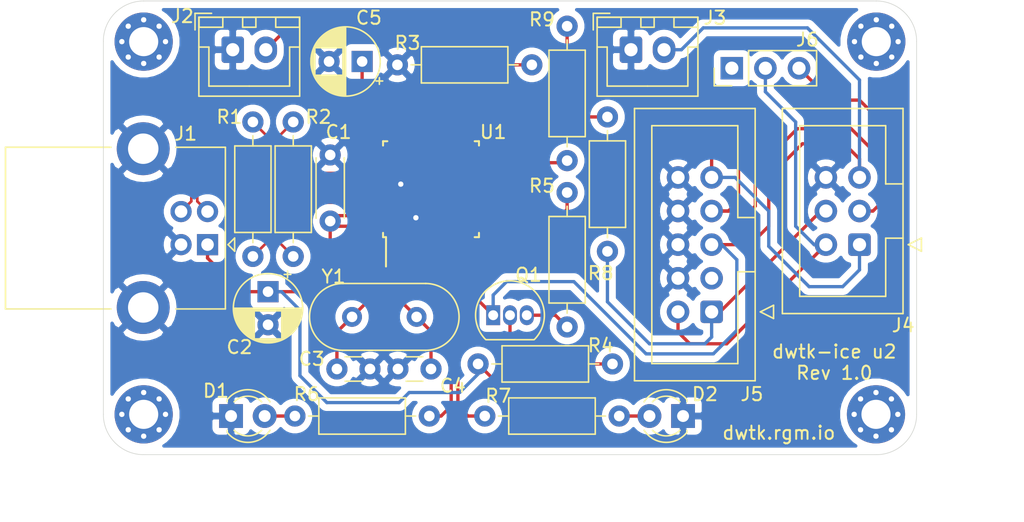
<source format=kicad_pcb>
(kicad_pcb (version 20171130) (host pcbnew 5.99.0+really5.1.12+dfsg1-1)

  (general
    (thickness 1.6)
    (drawings 12)
    (tracks 188)
    (zones 0)
    (modules 29)
    (nets 26)
  )

  (page A4)
  (title_block
    (title "dwtk-ice u2")
    (date 2021-12-14)
    (rev 1.0)
    (company dwtk.rgm.io)
    (comment 4 "Designed by: Rafael G. Martins")
  )

  (layers
    (0 F.Cu signal)
    (31 B.Cu signal)
    (33 F.Adhes user)
    (34 B.Paste user)
    (35 F.Paste user)
    (36 B.SilkS user)
    (37 F.SilkS user)
    (38 B.Mask user)
    (39 F.Mask user)
    (40 Dwgs.User user)
    (41 Cmts.User user)
    (42 Eco1.User user)
    (43 Eco2.User user)
    (44 Edge.Cuts user)
    (45 Margin user)
    (46 B.CrtYd user)
    (47 F.CrtYd user)
    (49 F.Fab user hide)
  )

  (setup
    (last_trace_width 0.25)
    (trace_clearance 0.2)
    (zone_clearance 0.508)
    (zone_45_only no)
    (trace_min 0.2)
    (via_size 0.8)
    (via_drill 0.4)
    (via_min_size 0.4)
    (via_min_drill 0.3)
    (uvia_size 0.3)
    (uvia_drill 0.1)
    (uvias_allowed no)
    (uvia_min_size 0.2)
    (uvia_min_drill 0.1)
    (edge_width 0.05)
    (segment_width 0.2)
    (pcb_text_width 0.3)
    (pcb_text_size 1.5 1.5)
    (mod_edge_width 0.12)
    (mod_text_size 1 1)
    (mod_text_width 0.15)
    (pad_size 0.7 0.7)
    (pad_drill 0.4)
    (pad_to_mask_clearance 0)
    (aux_axis_origin 0 0)
    (visible_elements FFFFFF7F)
    (pcbplotparams
      (layerselection 0x010fc_ffffffff)
      (usegerberextensions true)
      (usegerberattributes false)
      (usegerberadvancedattributes false)
      (creategerberjobfile false)
      (excludeedgelayer true)
      (linewidth 0.100000)
      (plotframeref false)
      (viasonmask false)
      (mode 1)
      (useauxorigin false)
      (hpglpennumber 1)
      (hpglpenspeed 20)
      (hpglpendiameter 15.000000)
      (psnegative false)
      (psa4output false)
      (plotreference true)
      (plotvalue false)
      (plotinvisibletext false)
      (padsonsilk false)
      (subtractmaskfromsilk true)
      (outputformat 1)
      (mirror false)
      (drillshape 0)
      (scaleselection 1)
      (outputdirectory "gerber/"))
  )

  (net 0 "")
  (net 1 GND)
  (net 2 "Net-(C3-Pad1)")
  (net 3 "Net-(C4-Pad1)")
  (net 4 "Net-(Q1-Pad2)")
  (net 5 "Net-(Q1-Pad3)")
  (net 6 "Net-(R3-Pad2)")
  (net 7 "Net-(J4-Pad4)")
  (net 8 "Net-(J4-Pad3)")
  (net 9 +5V)
  (net 10 "Net-(C5-Pad1)")
  (net 11 "Net-(D1-Pad2)")
  (net 12 "Net-(D2-Pad2)")
  (net 13 /USB_CONN_D+)
  (net 14 /USB_CONN_D-)
  (net 15 dw)
  (net 16 dw_OUT)
  (net 17 ISP_VCC)
  (net 18 ISP_MISO)
  (net 19 USB_D+)
  (net 20 USB_D-)
  (net 21 dw_TXD)
  (net 22 LED1)
  (net 23 LED2)
  (net 24 ISP_MOSI)
  (net 25 ISP_SCK)

  (net_class Default "This is the default net class."
    (clearance 0.2)
    (trace_width 0.25)
    (via_dia 0.8)
    (via_drill 0.4)
    (uvia_dia 0.3)
    (uvia_drill 0.1)
    (add_net +5V)
    (add_net /USB_CONN_D+)
    (add_net /USB_CONN_D-)
    (add_net GND)
    (add_net ISP_MISO)
    (add_net ISP_MOSI)
    (add_net ISP_SCK)
    (add_net ISP_VCC)
    (add_net LED1)
    (add_net LED2)
    (add_net "Net-(C3-Pad1)")
    (add_net "Net-(C4-Pad1)")
    (add_net "Net-(C5-Pad1)")
    (add_net "Net-(D1-Pad2)")
    (add_net "Net-(D2-Pad2)")
    (add_net "Net-(J4-Pad3)")
    (add_net "Net-(J4-Pad4)")
    (add_net "Net-(Q1-Pad2)")
    (add_net "Net-(Q1-Pad3)")
    (add_net "Net-(R3-Pad2)")
    (add_net USB_D+)
    (add_net USB_D-)
    (add_net dw)
    (add_net dw_OUT)
    (add_net dw_TXD)
  )

  (module Capacitor_THT:CP_Radial_D5.0mm_P2.50mm (layer F.Cu) (tedit 5AE50EF0) (tstamp 61B8340F)
    (at 81.407 62.357 180)
    (descr "CP, Radial series, Radial, pin pitch=2.50mm, , diameter=5mm, Electrolytic Capacitor")
    (tags "CP Radial series Radial pin pitch 2.50mm  diameter 5mm Electrolytic Capacitor")
    (path /61759049)
    (fp_text reference C5 (at -0.508 3.302) (layer F.SilkS)
      (effects (font (size 1 1) (thickness 0.15)))
    )
    (fp_text value 1u (at 1.25 3.75) (layer F.Fab)
      (effects (font (size 1 1) (thickness 0.15)))
    )
    (fp_circle (center 1.25 0) (end 3.75 0) (layer F.Fab) (width 0.1))
    (fp_circle (center 1.25 0) (end 3.87 0) (layer F.SilkS) (width 0.12))
    (fp_circle (center 1.25 0) (end 4 0) (layer F.CrtYd) (width 0.05))
    (fp_line (start -0.883605 -1.0875) (end -0.383605 -1.0875) (layer F.Fab) (width 0.1))
    (fp_line (start -0.633605 -1.3375) (end -0.633605 -0.8375) (layer F.Fab) (width 0.1))
    (fp_line (start 1.25 -2.58) (end 1.25 2.58) (layer F.SilkS) (width 0.12))
    (fp_line (start 1.29 -2.58) (end 1.29 2.58) (layer F.SilkS) (width 0.12))
    (fp_line (start 1.33 -2.579) (end 1.33 2.579) (layer F.SilkS) (width 0.12))
    (fp_line (start 1.37 -2.578) (end 1.37 2.578) (layer F.SilkS) (width 0.12))
    (fp_line (start 1.41 -2.576) (end 1.41 2.576) (layer F.SilkS) (width 0.12))
    (fp_line (start 1.45 -2.573) (end 1.45 2.573) (layer F.SilkS) (width 0.12))
    (fp_line (start 1.49 -2.569) (end 1.49 -1.04) (layer F.SilkS) (width 0.12))
    (fp_line (start 1.49 1.04) (end 1.49 2.569) (layer F.SilkS) (width 0.12))
    (fp_line (start 1.53 -2.565) (end 1.53 -1.04) (layer F.SilkS) (width 0.12))
    (fp_line (start 1.53 1.04) (end 1.53 2.565) (layer F.SilkS) (width 0.12))
    (fp_line (start 1.57 -2.561) (end 1.57 -1.04) (layer F.SilkS) (width 0.12))
    (fp_line (start 1.57 1.04) (end 1.57 2.561) (layer F.SilkS) (width 0.12))
    (fp_line (start 1.61 -2.556) (end 1.61 -1.04) (layer F.SilkS) (width 0.12))
    (fp_line (start 1.61 1.04) (end 1.61 2.556) (layer F.SilkS) (width 0.12))
    (fp_line (start 1.65 -2.55) (end 1.65 -1.04) (layer F.SilkS) (width 0.12))
    (fp_line (start 1.65 1.04) (end 1.65 2.55) (layer F.SilkS) (width 0.12))
    (fp_line (start 1.69 -2.543) (end 1.69 -1.04) (layer F.SilkS) (width 0.12))
    (fp_line (start 1.69 1.04) (end 1.69 2.543) (layer F.SilkS) (width 0.12))
    (fp_line (start 1.73 -2.536) (end 1.73 -1.04) (layer F.SilkS) (width 0.12))
    (fp_line (start 1.73 1.04) (end 1.73 2.536) (layer F.SilkS) (width 0.12))
    (fp_line (start 1.77 -2.528) (end 1.77 -1.04) (layer F.SilkS) (width 0.12))
    (fp_line (start 1.77 1.04) (end 1.77 2.528) (layer F.SilkS) (width 0.12))
    (fp_line (start 1.81 -2.52) (end 1.81 -1.04) (layer F.SilkS) (width 0.12))
    (fp_line (start 1.81 1.04) (end 1.81 2.52) (layer F.SilkS) (width 0.12))
    (fp_line (start 1.85 -2.511) (end 1.85 -1.04) (layer F.SilkS) (width 0.12))
    (fp_line (start 1.85 1.04) (end 1.85 2.511) (layer F.SilkS) (width 0.12))
    (fp_line (start 1.89 -2.501) (end 1.89 -1.04) (layer F.SilkS) (width 0.12))
    (fp_line (start 1.89 1.04) (end 1.89 2.501) (layer F.SilkS) (width 0.12))
    (fp_line (start 1.93 -2.491) (end 1.93 -1.04) (layer F.SilkS) (width 0.12))
    (fp_line (start 1.93 1.04) (end 1.93 2.491) (layer F.SilkS) (width 0.12))
    (fp_line (start 1.971 -2.48) (end 1.971 -1.04) (layer F.SilkS) (width 0.12))
    (fp_line (start 1.971 1.04) (end 1.971 2.48) (layer F.SilkS) (width 0.12))
    (fp_line (start 2.011 -2.468) (end 2.011 -1.04) (layer F.SilkS) (width 0.12))
    (fp_line (start 2.011 1.04) (end 2.011 2.468) (layer F.SilkS) (width 0.12))
    (fp_line (start 2.051 -2.455) (end 2.051 -1.04) (layer F.SilkS) (width 0.12))
    (fp_line (start 2.051 1.04) (end 2.051 2.455) (layer F.SilkS) (width 0.12))
    (fp_line (start 2.091 -2.442) (end 2.091 -1.04) (layer F.SilkS) (width 0.12))
    (fp_line (start 2.091 1.04) (end 2.091 2.442) (layer F.SilkS) (width 0.12))
    (fp_line (start 2.131 -2.428) (end 2.131 -1.04) (layer F.SilkS) (width 0.12))
    (fp_line (start 2.131 1.04) (end 2.131 2.428) (layer F.SilkS) (width 0.12))
    (fp_line (start 2.171 -2.414) (end 2.171 -1.04) (layer F.SilkS) (width 0.12))
    (fp_line (start 2.171 1.04) (end 2.171 2.414) (layer F.SilkS) (width 0.12))
    (fp_line (start 2.211 -2.398) (end 2.211 -1.04) (layer F.SilkS) (width 0.12))
    (fp_line (start 2.211 1.04) (end 2.211 2.398) (layer F.SilkS) (width 0.12))
    (fp_line (start 2.251 -2.382) (end 2.251 -1.04) (layer F.SilkS) (width 0.12))
    (fp_line (start 2.251 1.04) (end 2.251 2.382) (layer F.SilkS) (width 0.12))
    (fp_line (start 2.291 -2.365) (end 2.291 -1.04) (layer F.SilkS) (width 0.12))
    (fp_line (start 2.291 1.04) (end 2.291 2.365) (layer F.SilkS) (width 0.12))
    (fp_line (start 2.331 -2.348) (end 2.331 -1.04) (layer F.SilkS) (width 0.12))
    (fp_line (start 2.331 1.04) (end 2.331 2.348) (layer F.SilkS) (width 0.12))
    (fp_line (start 2.371 -2.329) (end 2.371 -1.04) (layer F.SilkS) (width 0.12))
    (fp_line (start 2.371 1.04) (end 2.371 2.329) (layer F.SilkS) (width 0.12))
    (fp_line (start 2.411 -2.31) (end 2.411 -1.04) (layer F.SilkS) (width 0.12))
    (fp_line (start 2.411 1.04) (end 2.411 2.31) (layer F.SilkS) (width 0.12))
    (fp_line (start 2.451 -2.29) (end 2.451 -1.04) (layer F.SilkS) (width 0.12))
    (fp_line (start 2.451 1.04) (end 2.451 2.29) (layer F.SilkS) (width 0.12))
    (fp_line (start 2.491 -2.268) (end 2.491 -1.04) (layer F.SilkS) (width 0.12))
    (fp_line (start 2.491 1.04) (end 2.491 2.268) (layer F.SilkS) (width 0.12))
    (fp_line (start 2.531 -2.247) (end 2.531 -1.04) (layer F.SilkS) (width 0.12))
    (fp_line (start 2.531 1.04) (end 2.531 2.247) (layer F.SilkS) (width 0.12))
    (fp_line (start 2.571 -2.224) (end 2.571 -1.04) (layer F.SilkS) (width 0.12))
    (fp_line (start 2.571 1.04) (end 2.571 2.224) (layer F.SilkS) (width 0.12))
    (fp_line (start 2.611 -2.2) (end 2.611 -1.04) (layer F.SilkS) (width 0.12))
    (fp_line (start 2.611 1.04) (end 2.611 2.2) (layer F.SilkS) (width 0.12))
    (fp_line (start 2.651 -2.175) (end 2.651 -1.04) (layer F.SilkS) (width 0.12))
    (fp_line (start 2.651 1.04) (end 2.651 2.175) (layer F.SilkS) (width 0.12))
    (fp_line (start 2.691 -2.149) (end 2.691 -1.04) (layer F.SilkS) (width 0.12))
    (fp_line (start 2.691 1.04) (end 2.691 2.149) (layer F.SilkS) (width 0.12))
    (fp_line (start 2.731 -2.122) (end 2.731 -1.04) (layer F.SilkS) (width 0.12))
    (fp_line (start 2.731 1.04) (end 2.731 2.122) (layer F.SilkS) (width 0.12))
    (fp_line (start 2.771 -2.095) (end 2.771 -1.04) (layer F.SilkS) (width 0.12))
    (fp_line (start 2.771 1.04) (end 2.771 2.095) (layer F.SilkS) (width 0.12))
    (fp_line (start 2.811 -2.065) (end 2.811 -1.04) (layer F.SilkS) (width 0.12))
    (fp_line (start 2.811 1.04) (end 2.811 2.065) (layer F.SilkS) (width 0.12))
    (fp_line (start 2.851 -2.035) (end 2.851 -1.04) (layer F.SilkS) (width 0.12))
    (fp_line (start 2.851 1.04) (end 2.851 2.035) (layer F.SilkS) (width 0.12))
    (fp_line (start 2.891 -2.004) (end 2.891 -1.04) (layer F.SilkS) (width 0.12))
    (fp_line (start 2.891 1.04) (end 2.891 2.004) (layer F.SilkS) (width 0.12))
    (fp_line (start 2.931 -1.971) (end 2.931 -1.04) (layer F.SilkS) (width 0.12))
    (fp_line (start 2.931 1.04) (end 2.931 1.971) (layer F.SilkS) (width 0.12))
    (fp_line (start 2.971 -1.937) (end 2.971 -1.04) (layer F.SilkS) (width 0.12))
    (fp_line (start 2.971 1.04) (end 2.971 1.937) (layer F.SilkS) (width 0.12))
    (fp_line (start 3.011 -1.901) (end 3.011 -1.04) (layer F.SilkS) (width 0.12))
    (fp_line (start 3.011 1.04) (end 3.011 1.901) (layer F.SilkS) (width 0.12))
    (fp_line (start 3.051 -1.864) (end 3.051 -1.04) (layer F.SilkS) (width 0.12))
    (fp_line (start 3.051 1.04) (end 3.051 1.864) (layer F.SilkS) (width 0.12))
    (fp_line (start 3.091 -1.826) (end 3.091 -1.04) (layer F.SilkS) (width 0.12))
    (fp_line (start 3.091 1.04) (end 3.091 1.826) (layer F.SilkS) (width 0.12))
    (fp_line (start 3.131 -1.785) (end 3.131 -1.04) (layer F.SilkS) (width 0.12))
    (fp_line (start 3.131 1.04) (end 3.131 1.785) (layer F.SilkS) (width 0.12))
    (fp_line (start 3.171 -1.743) (end 3.171 -1.04) (layer F.SilkS) (width 0.12))
    (fp_line (start 3.171 1.04) (end 3.171 1.743) (layer F.SilkS) (width 0.12))
    (fp_line (start 3.211 -1.699) (end 3.211 -1.04) (layer F.SilkS) (width 0.12))
    (fp_line (start 3.211 1.04) (end 3.211 1.699) (layer F.SilkS) (width 0.12))
    (fp_line (start 3.251 -1.653) (end 3.251 -1.04) (layer F.SilkS) (width 0.12))
    (fp_line (start 3.251 1.04) (end 3.251 1.653) (layer F.SilkS) (width 0.12))
    (fp_line (start 3.291 -1.605) (end 3.291 -1.04) (layer F.SilkS) (width 0.12))
    (fp_line (start 3.291 1.04) (end 3.291 1.605) (layer F.SilkS) (width 0.12))
    (fp_line (start 3.331 -1.554) (end 3.331 -1.04) (layer F.SilkS) (width 0.12))
    (fp_line (start 3.331 1.04) (end 3.331 1.554) (layer F.SilkS) (width 0.12))
    (fp_line (start 3.371 -1.5) (end 3.371 -1.04) (layer F.SilkS) (width 0.12))
    (fp_line (start 3.371 1.04) (end 3.371 1.5) (layer F.SilkS) (width 0.12))
    (fp_line (start 3.411 -1.443) (end 3.411 -1.04) (layer F.SilkS) (width 0.12))
    (fp_line (start 3.411 1.04) (end 3.411 1.443) (layer F.SilkS) (width 0.12))
    (fp_line (start 3.451 -1.383) (end 3.451 -1.04) (layer F.SilkS) (width 0.12))
    (fp_line (start 3.451 1.04) (end 3.451 1.383) (layer F.SilkS) (width 0.12))
    (fp_line (start 3.491 -1.319) (end 3.491 -1.04) (layer F.SilkS) (width 0.12))
    (fp_line (start 3.491 1.04) (end 3.491 1.319) (layer F.SilkS) (width 0.12))
    (fp_line (start 3.531 -1.251) (end 3.531 -1.04) (layer F.SilkS) (width 0.12))
    (fp_line (start 3.531 1.04) (end 3.531 1.251) (layer F.SilkS) (width 0.12))
    (fp_line (start 3.571 -1.178) (end 3.571 1.178) (layer F.SilkS) (width 0.12))
    (fp_line (start 3.611 -1.098) (end 3.611 1.098) (layer F.SilkS) (width 0.12))
    (fp_line (start 3.651 -1.011) (end 3.651 1.011) (layer F.SilkS) (width 0.12))
    (fp_line (start 3.691 -0.915) (end 3.691 0.915) (layer F.SilkS) (width 0.12))
    (fp_line (start 3.731 -0.805) (end 3.731 0.805) (layer F.SilkS) (width 0.12))
    (fp_line (start 3.771 -0.677) (end 3.771 0.677) (layer F.SilkS) (width 0.12))
    (fp_line (start 3.811 -0.518) (end 3.811 0.518) (layer F.SilkS) (width 0.12))
    (fp_line (start 3.851 -0.284) (end 3.851 0.284) (layer F.SilkS) (width 0.12))
    (fp_line (start -1.554775 -1.475) (end -1.054775 -1.475) (layer F.SilkS) (width 0.12))
    (fp_line (start -1.304775 -1.725) (end -1.304775 -1.225) (layer F.SilkS) (width 0.12))
    (fp_text user %R (at 1.25 0) (layer F.Fab)
      (effects (font (size 1 1) (thickness 0.15)))
    )
    (pad 2 thru_hole circle (at 2.5 0 180) (size 1.6 1.6) (drill 0.8) (layers *.Cu *.Mask)
      (net 1 GND))
    (pad 1 thru_hole rect (at 0 0 180) (size 1.6 1.6) (drill 0.8) (layers *.Cu *.Mask)
      (net 10 "Net-(C5-Pad1)"))
    (model ${KISYS3DMOD}/Capacitor_THT.3dshapes/CP_Radial_D5.0mm_P2.50mm.wrl
      (at (xyz 0 0 0))
      (scale (xyz 1 1 1))
      (rotate (xyz 0 0 0))
    )
  )

  (module Connector_USB:USB_B_Lumberg_2411_02_Horizontal (layer F.Cu) (tedit 5E6EAC30) (tstamp 61B8349C)
    (at 69.723 76.2 180)
    (descr "USB 2.0 receptacle type B, horizontal version, through-hole, https://downloads.lumberg.com/datenblaetter/en/2411_02.pdf")
    (tags "USB B receptacle horizontal through-hole")
    (path /61C21FC1)
    (fp_text reference J1 (at 1.651 8.382) (layer F.SilkS)
      (effects (font (size 1 1) (thickness 0.15)))
    )
    (fp_text value "USB B Female" (at 7.05 10.45) (layer F.Fab)
      (effects (font (size 1 1) (thickness 0.15)))
    )
    (fp_line (start -1.74 -7.25) (end -1.74 9.75) (layer F.CrtYd) (width 0.05))
    (fp_line (start 15.66 -7.25) (end -1.74 -7.25) (layer F.CrtYd) (width 0.05))
    (fp_line (start 15.66 9.75) (end 15.66 -7.25) (layer F.CrtYd) (width 0.05))
    (fp_line (start -1.74 9.75) (end 15.66 9.75) (layer F.CrtYd) (width 0.05))
    (fp_line (start -2.05 0.5) (end -1.55 0) (layer F.SilkS) (width 0.12))
    (fp_line (start -2.05 -0.5) (end -2.05 0.5) (layer F.SilkS) (width 0.12))
    (fp_line (start -1.55 0) (end -2.05 -0.5) (layer F.SilkS) (width 0.12))
    (fp_line (start 15.27 7.36) (end 7.3 7.36) (layer F.SilkS) (width 0.12))
    (fp_line (start 15.27 -4.86) (end 7.3 -4.86) (layer F.SilkS) (width 0.12))
    (fp_line (start 15.27 7.36) (end 15.27 -4.86) (layer F.SilkS) (width 0.12))
    (fp_line (start -1.35 -4.86) (end 2.4 -4.86) (layer F.SilkS) (width 0.12))
    (fp_line (start -1.35 7.36) (end 2.4 7.36) (layer F.SilkS) (width 0.12))
    (fp_line (start -1.35 7.36) (end -1.35 -4.86) (layer F.SilkS) (width 0.12))
    (fp_line (start -0.75 0) (end -1.24 -0.49) (layer F.Fab) (width 0.1))
    (fp_line (start -1.24 0.49) (end -0.75 0) (layer F.Fab) (width 0.1))
    (fp_line (start 15.16 7.25) (end -1.24 7.25) (layer F.Fab) (width 0.1))
    (fp_line (start 15.16 -4.75) (end 15.16 7.25) (layer F.Fab) (width 0.1))
    (fp_line (start -1.24 -4.75) (end 15.16 -4.75) (layer F.Fab) (width 0.1))
    (fp_line (start -1.24 7.25) (end -1.24 -4.75) (layer F.Fab) (width 0.1))
    (fp_text user %R (at 7.5 1.25 180) (layer F.Fab)
      (effects (font (size 1 1) (thickness 0.15)))
    )
    (pad 5 thru_hole circle (at 4.86 -4.75 270) (size 4 4) (drill 2.3) (layers *.Cu *.Mask)
      (net 1 GND))
    (pad 5 thru_hole circle (at 4.86 7.25 270) (size 4 4) (drill 2.3) (layers *.Cu *.Mask)
      (net 1 GND))
    (pad 4 thru_hole circle (at 2 0 270) (size 1.6 1.6) (drill 0.95) (layers *.Cu *.Mask)
      (net 1 GND))
    (pad 3 thru_hole circle (at 2 2.5 270) (size 1.6 1.6) (drill 0.95) (layers *.Cu *.Mask)
      (net 13 /USB_CONN_D+))
    (pad 2 thru_hole circle (at 0 2.5 270) (size 1.6 1.6) (drill 0.95) (layers *.Cu *.Mask)
      (net 14 /USB_CONN_D-))
    (pad 1 thru_hole rect (at 0 0 270) (size 1.6 1.6) (drill 0.95) (layers *.Cu *.Mask)
      (net 9 +5V))
    (model ${KISYS3DMOD}/Connector_USB.3dshapes/USB_B_Lumberg_2411_02_Horizontal.wrl
      (at (xyz 0 0 0))
      (scale (xyz 1 1 1))
      (rotate (xyz 0 0 0))
    )
  )

  (module Crystal:Crystal_HC49-U_Vertical (layer F.Cu) (tedit 5A1AD3B8) (tstamp 61B8368E)
    (at 80.645 81.661)
    (descr "Crystal THT HC-49/U http://5hertz.com/pdfs/04404_D.pdf")
    (tags "THT crystalHC-49/U")
    (path /613A7694)
    (fp_text reference Y1 (at -1.397 -3.048) (layer F.SilkS)
      (effects (font (size 1 1) (thickness 0.15)))
    )
    (fp_text value 16mhz (at 2.44 3.525) (layer F.Fab)
      (effects (font (size 1 1) (thickness 0.15)))
    )
    (fp_line (start -0.685 -2.325) (end 5.565 -2.325) (layer F.Fab) (width 0.1))
    (fp_line (start -0.685 2.325) (end 5.565 2.325) (layer F.Fab) (width 0.1))
    (fp_line (start -0.56 -2) (end 5.44 -2) (layer F.Fab) (width 0.1))
    (fp_line (start -0.56 2) (end 5.44 2) (layer F.Fab) (width 0.1))
    (fp_line (start -0.685 -2.525) (end 5.565 -2.525) (layer F.SilkS) (width 0.12))
    (fp_line (start -0.685 2.525) (end 5.565 2.525) (layer F.SilkS) (width 0.12))
    (fp_line (start -3.5 -2.8) (end -3.5 2.8) (layer F.CrtYd) (width 0.05))
    (fp_line (start -3.5 2.8) (end 8.4 2.8) (layer F.CrtYd) (width 0.05))
    (fp_line (start 8.4 2.8) (end 8.4 -2.8) (layer F.CrtYd) (width 0.05))
    (fp_line (start 8.4 -2.8) (end -3.5 -2.8) (layer F.CrtYd) (width 0.05))
    (fp_arc (start 5.565 0) (end 5.565 -2.525) (angle 180) (layer F.SilkS) (width 0.12))
    (fp_arc (start -0.685 0) (end -0.685 -2.525) (angle -180) (layer F.SilkS) (width 0.12))
    (fp_arc (start 5.44 0) (end 5.44 -2) (angle 180) (layer F.Fab) (width 0.1))
    (fp_arc (start -0.56 0) (end -0.56 -2) (angle -180) (layer F.Fab) (width 0.1))
    (fp_arc (start 5.565 0) (end 5.565 -2.325) (angle 180) (layer F.Fab) (width 0.1))
    (fp_arc (start -0.685 0) (end -0.685 -2.325) (angle -180) (layer F.Fab) (width 0.1))
    (fp_text user %R (at 2.44 0) (layer F.Fab)
      (effects (font (size 1 1) (thickness 0.15)))
    )
    (pad 2 thru_hole circle (at 4.88 0) (size 1.5 1.5) (drill 0.8) (layers *.Cu *.Mask)
      (net 3 "Net-(C4-Pad1)"))
    (pad 1 thru_hole circle (at 0 0) (size 1.5 1.5) (drill 0.8) (layers *.Cu *.Mask)
      (net 2 "Net-(C3-Pad1)"))
    (model ${KISYS3DMOD}/Crystal.3dshapes/Crystal_HC49-U_Vertical.wrl
      (at (xyz 0 0 0))
      (scale (xyz 1 1 1))
      (rotate (xyz 0 0 0))
    )
  )

  (module custom-footprints:TQFP-32_7x7mm_P0.8mm_LongPads (layer F.Cu) (tedit 615C789A) (tstamp 61B83677)
    (at 86.614 72.009 90)
    (descr "32-Lead Plastic Thin Quad Flatpack (PT) - 7x7x1.0 mm Body, 2.00 mm [TQFP] (see Microchip Packaging Specification 00000049BS.pdf)")
    (tags "QFP 0.8")
    (path /616DB556)
    (attr smd)
    (fp_text reference U1 (at 4.318 4.699 180) (layer F.SilkS)
      (effects (font (size 1 1) (thickness 0.15)))
    )
    (fp_text value ATmega8U2-AU (at 0 6.9596 90) (layer F.Fab)
      (effects (font (size 1 1) (thickness 0.15)))
    )
    (fp_line (start -2.5 -3.5) (end 3.5 -3.5) (layer F.Fab) (width 0.15))
    (fp_line (start 3.5 -3.5) (end 3.5 3.5) (layer F.Fab) (width 0.15))
    (fp_line (start 3.5 3.5) (end -3.5 3.5) (layer F.Fab) (width 0.15))
    (fp_line (start -3.5 3.5) (end -3.5 -2.5) (layer F.Fab) (width 0.15))
    (fp_line (start -3.5 -2.5) (end -2.5 -3.5) (layer F.Fab) (width 0.15))
    (fp_line (start -6.1976 -6.1976) (end -6.1976 6.1976) (layer F.CrtYd) (width 0.05))
    (fp_line (start 6.1976 -6.1976) (end 6.1976 6.1976) (layer F.CrtYd) (width 0.05))
    (fp_line (start -6.1976 -6.1976) (end 6.1976 -6.1976) (layer F.CrtYd) (width 0.05))
    (fp_line (start -6.1976 6.1976) (end 6.1976 6.1976) (layer F.CrtYd) (width 0.05))
    (fp_line (start -3.625 -3.625) (end -3.625 -3.4) (layer F.SilkS) (width 0.15))
    (fp_line (start 3.625 -3.625) (end 3.625 -3.3) (layer F.SilkS) (width 0.15))
    (fp_line (start 3.625 3.625) (end 3.625 3.3) (layer F.SilkS) (width 0.15))
    (fp_line (start -3.625 3.625) (end -3.625 3.3) (layer F.SilkS) (width 0.15))
    (fp_line (start -3.625 -3.625) (end -3.3 -3.625) (layer F.SilkS) (width 0.15))
    (fp_line (start -3.625 3.625) (end -3.3 3.625) (layer F.SilkS) (width 0.15))
    (fp_line (start 3.625 3.625) (end 3.3 3.625) (layer F.SilkS) (width 0.15))
    (fp_line (start 3.625 -3.625) (end 3.3 -3.625) (layer F.SilkS) (width 0.15))
    (fp_line (start -3.625 -3.4) (end -5.842 -3.4036) (layer F.SilkS) (width 0.15))
    (fp_text user %R (at 0 0 90) (layer F.Fab)
      (effects (font (size 1 1) (thickness 0.15)))
    )
    (pad 32 smd rect (at -2.8 -4.75 180) (size 2.6 0.55) (layers F.Cu F.Paste F.Mask)
      (net 9 +5V))
    (pad 31 smd rect (at -2 -4.75 180) (size 2.6 0.55) (layers F.Cu F.Paste F.Mask)
      (net 9 +5V))
    (pad 30 smd rect (at -1.2 -4.75 180) (size 2.6 0.55) (layers F.Cu F.Paste F.Mask)
      (net 20 USB_D-))
    (pad 29 smd rect (at -0.4 -4.75 180) (size 2.6 0.55) (layers F.Cu F.Paste F.Mask)
      (net 19 USB_D+))
    (pad 28 smd rect (at 0.4 -4.75 180) (size 2.6 0.55) (layers F.Cu F.Paste F.Mask)
      (net 1 GND))
    (pad 27 smd rect (at 1.2 -4.75 180) (size 2.6 0.55) (layers F.Cu F.Paste F.Mask)
      (net 10 "Net-(C5-Pad1)"))
    (pad 26 smd rect (at 2 -4.75 180) (size 2.6 0.55) (layers F.Cu F.Paste F.Mask))
    (pad 25 smd rect (at 2.8 -4.75 180) (size 2.6 0.55) (layers F.Cu F.Paste F.Mask))
    (pad 24 smd rect (at 4.75 -2.8 90) (size 2.6 0.55) (layers F.Cu F.Paste F.Mask)
      (net 15 dw))
    (pad 23 smd rect (at 4.75 -2 90) (size 2.6 0.55) (layers F.Cu F.Paste F.Mask))
    (pad 22 smd rect (at 4.75 -1.2 90) (size 2.6 0.55) (layers F.Cu F.Paste F.Mask)
      (net 16 dw_OUT))
    (pad 21 smd rect (at 4.75 -0.4 90) (size 2.6 0.55) (layers F.Cu F.Paste F.Mask))
    (pad 20 smd rect (at 4.75 0.4 90) (size 2.6 0.55) (layers F.Cu F.Paste F.Mask))
    (pad 19 smd rect (at 4.75 1.2 90) (size 2.6 0.55) (layers F.Cu F.Paste F.Mask))
    (pad 18 smd rect (at 4.75 2 90) (size 2.6 0.55) (layers F.Cu F.Paste F.Mask)
      (net 6 "Net-(R3-Pad2)"))
    (pad 17 smd rect (at 4.75 2.8 90) (size 2.6 0.55) (layers F.Cu F.Paste F.Mask)
      (net 18 ISP_MISO))
    (pad 16 smd rect (at 2.8 4.75 180) (size 2.6 0.55) (layers F.Cu F.Paste F.Mask)
      (net 24 ISP_MOSI))
    (pad 15 smd rect (at 2 4.75 180) (size 2.6 0.55) (layers F.Cu F.Paste F.Mask)
      (net 25 ISP_SCK))
    (pad 14 smd rect (at 1.2 4.75 180) (size 2.6 0.55) (layers F.Cu F.Paste F.Mask))
    (pad 13 smd rect (at 0.4 4.75 180) (size 2.6 0.55) (layers F.Cu F.Paste F.Mask))
    (pad 12 smd rect (at -0.4 4.75 180) (size 2.6 0.55) (layers F.Cu F.Paste F.Mask))
    (pad 11 smd rect (at -1.2 4.75 180) (size 2.6 0.55) (layers F.Cu F.Paste F.Mask))
    (pad 10 smd rect (at -2 4.75 180) (size 2.6 0.55) (layers F.Cu F.Paste F.Mask))
    (pad 9 smd rect (at -2.8 4.75 180) (size 2.6 0.55) (layers F.Cu F.Paste F.Mask)
      (net 21 dw_TXD))
    (pad 8 smd rect (at -4.75 2.8 90) (size 2.6 0.55) (layers F.Cu F.Paste F.Mask)
      (net 16 dw_OUT))
    (pad 7 smd rect (at -4.75 2 90) (size 2.6 0.55) (layers F.Cu F.Paste F.Mask))
    (pad 6 smd rect (at -4.75 1.2 90) (size 2.6 0.55) (layers F.Cu F.Paste F.Mask)
      (net 23 LED2))
    (pad 5 smd rect (at -4.75 0.4 90) (size 2.6 0.55) (layers F.Cu F.Paste F.Mask)
      (net 22 LED1))
    (pad 4 smd rect (at -4.75 -0.4 90) (size 2.6 0.55) (layers F.Cu F.Paste F.Mask)
      (net 9 +5V))
    (pad 3 smd rect (at -4.75 -1.2 90) (size 2.6 0.55) (layers F.Cu F.Paste F.Mask)
      (net 1 GND))
    (pad 2 smd rect (at -4.75 -2 90) (size 2.6 0.55) (layers F.Cu F.Paste F.Mask)
      (net 3 "Net-(C4-Pad1)"))
    (pad 1 smd rect (at -4.75 -2.8 90) (size 2.6 0.55) (layers F.Cu F.Paste F.Mask)
      (net 2 "Net-(C3-Pad1)"))
    (model ${KISYS3DMOD}/Package_QFP.3dshapes/TQFP-32_7x7mm_P0.8mm.wrl
      (at (xyz 0 0 0))
      (scale (xyz 1 1 1))
      (rotate (xyz 0 0 0))
    )
  )

  (module Resistor_THT:R_Axial_DIN0207_L6.3mm_D2.5mm_P10.16mm_Horizontal (layer F.Cu) (tedit 5AE5139B) (tstamp 61B83640)
    (at 96.901 59.69 270)
    (descr "Resistor, Axial_DIN0207 series, Axial, Horizontal, pin pitch=10.16mm, 0.25W = 1/4W, length*diameter=6.3*2.5mm^2, http://cdn-reichelt.de/documents/datenblatt/B400/1_4W%23YAG.pdf")
    (tags "Resistor Axial_DIN0207 series Axial Horizontal pin pitch 10.16mm 0.25W = 1/4W length 6.3mm diameter 2.5mm")
    (path /61C5DC55)
    (fp_text reference R9 (at -0.508 1.905 180) (layer F.SilkS)
      (effects (font (size 1 1) (thickness 0.15)))
    )
    (fp_text value 470R (at 5.08 2.37 90) (layer F.Fab)
      (effects (font (size 1 1) (thickness 0.15)))
    )
    (fp_line (start 1.93 -1.25) (end 1.93 1.25) (layer F.Fab) (width 0.1))
    (fp_line (start 1.93 1.25) (end 8.23 1.25) (layer F.Fab) (width 0.1))
    (fp_line (start 8.23 1.25) (end 8.23 -1.25) (layer F.Fab) (width 0.1))
    (fp_line (start 8.23 -1.25) (end 1.93 -1.25) (layer F.Fab) (width 0.1))
    (fp_line (start 0 0) (end 1.93 0) (layer F.Fab) (width 0.1))
    (fp_line (start 10.16 0) (end 8.23 0) (layer F.Fab) (width 0.1))
    (fp_line (start 1.81 -1.37) (end 1.81 1.37) (layer F.SilkS) (width 0.12))
    (fp_line (start 1.81 1.37) (end 8.35 1.37) (layer F.SilkS) (width 0.12))
    (fp_line (start 8.35 1.37) (end 8.35 -1.37) (layer F.SilkS) (width 0.12))
    (fp_line (start 8.35 -1.37) (end 1.81 -1.37) (layer F.SilkS) (width 0.12))
    (fp_line (start 1.04 0) (end 1.81 0) (layer F.SilkS) (width 0.12))
    (fp_line (start 9.12 0) (end 8.35 0) (layer F.SilkS) (width 0.12))
    (fp_line (start -1.05 -1.5) (end -1.05 1.5) (layer F.CrtYd) (width 0.05))
    (fp_line (start -1.05 1.5) (end 11.21 1.5) (layer F.CrtYd) (width 0.05))
    (fp_line (start 11.21 1.5) (end 11.21 -1.5) (layer F.CrtYd) (width 0.05))
    (fp_line (start 11.21 -1.5) (end -1.05 -1.5) (layer F.CrtYd) (width 0.05))
    (fp_text user %R (at 5.08 0 90) (layer F.Fab)
      (effects (font (size 1 1) (thickness 0.15)))
    )
    (pad 2 thru_hole oval (at 10.16 0 270) (size 1.6 1.6) (drill 0.8) (layers *.Cu *.Mask)
      (net 25 ISP_SCK))
    (pad 1 thru_hole circle (at 0 0 270) (size 1.6 1.6) (drill 0.8) (layers *.Cu *.Mask)
      (net 8 "Net-(J4-Pad3)"))
    (model ${KISYS3DMOD}/Resistor_THT.3dshapes/R_Axial_DIN0207_L6.3mm_D2.5mm_P10.16mm_Horizontal.wrl
      (at (xyz 0 0 0))
      (scale (xyz 1 1 1))
      (rotate (xyz 0 0 0))
    )
  )

  (module Resistor_THT:R_Axial_DIN0207_L6.3mm_D2.5mm_P10.16mm_Horizontal (layer F.Cu) (tedit 5AE5139B) (tstamp 61B83629)
    (at 99.949 76.708 90)
    (descr "Resistor, Axial_DIN0207 series, Axial, Horizontal, pin pitch=10.16mm, 0.25W = 1/4W, length*diameter=6.3*2.5mm^2, http://cdn-reichelt.de/documents/datenblatt/B400/1_4W%23YAG.pdf")
    (tags "Resistor Axial_DIN0207 series Axial Horizontal pin pitch 10.16mm 0.25W = 1/4W length 6.3mm diameter 2.5mm")
    (path /61C5B110)
    (fp_text reference R8 (at -1.651 -0.508 180) (layer F.SilkS)
      (effects (font (size 1 1) (thickness 0.15)))
    )
    (fp_text value 470R (at 5.08 2.37 90) (layer F.Fab)
      (effects (font (size 1 1) (thickness 0.15)))
    )
    (fp_line (start 1.93 -1.25) (end 1.93 1.25) (layer F.Fab) (width 0.1))
    (fp_line (start 1.93 1.25) (end 8.23 1.25) (layer F.Fab) (width 0.1))
    (fp_line (start 8.23 1.25) (end 8.23 -1.25) (layer F.Fab) (width 0.1))
    (fp_line (start 8.23 -1.25) (end 1.93 -1.25) (layer F.Fab) (width 0.1))
    (fp_line (start 0 0) (end 1.93 0) (layer F.Fab) (width 0.1))
    (fp_line (start 10.16 0) (end 8.23 0) (layer F.Fab) (width 0.1))
    (fp_line (start 1.81 -1.37) (end 1.81 1.37) (layer F.SilkS) (width 0.12))
    (fp_line (start 1.81 1.37) (end 8.35 1.37) (layer F.SilkS) (width 0.12))
    (fp_line (start 8.35 1.37) (end 8.35 -1.37) (layer F.SilkS) (width 0.12))
    (fp_line (start 8.35 -1.37) (end 1.81 -1.37) (layer F.SilkS) (width 0.12))
    (fp_line (start 1.04 0) (end 1.81 0) (layer F.SilkS) (width 0.12))
    (fp_line (start 9.12 0) (end 8.35 0) (layer F.SilkS) (width 0.12))
    (fp_line (start -1.05 -1.5) (end -1.05 1.5) (layer F.CrtYd) (width 0.05))
    (fp_line (start -1.05 1.5) (end 11.21 1.5) (layer F.CrtYd) (width 0.05))
    (fp_line (start 11.21 1.5) (end 11.21 -1.5) (layer F.CrtYd) (width 0.05))
    (fp_line (start 11.21 -1.5) (end -1.05 -1.5) (layer F.CrtYd) (width 0.05))
    (fp_text user %R (at 5.08 0 90) (layer F.Fab)
      (effects (font (size 1 1) (thickness 0.15)))
    )
    (pad 2 thru_hole oval (at 10.16 0 90) (size 1.6 1.6) (drill 0.8) (layers *.Cu *.Mask)
      (net 24 ISP_MOSI))
    (pad 1 thru_hole circle (at 0 0 90) (size 1.6 1.6) (drill 0.8) (layers *.Cu *.Mask)
      (net 7 "Net-(J4-Pad4)"))
    (model ${KISYS3DMOD}/Resistor_THT.3dshapes/R_Axial_DIN0207_L6.3mm_D2.5mm_P10.16mm_Horizontal.wrl
      (at (xyz 0 0 0))
      (scale (xyz 1 1 1))
      (rotate (xyz 0 0 0))
    )
  )

  (module Resistor_THT:R_Axial_DIN0207_L6.3mm_D2.5mm_P10.16mm_Horizontal (layer F.Cu) (tedit 5AE5139B) (tstamp 61B83612)
    (at 90.678 89.154)
    (descr "Resistor, Axial_DIN0207 series, Axial, Horizontal, pin pitch=10.16mm, 0.25W = 1/4W, length*diameter=6.3*2.5mm^2, http://cdn-reichelt.de/documents/datenblatt/B400/1_4W%23YAG.pdf")
    (tags "Resistor Axial_DIN0207 series Axial Horizontal pin pitch 10.16mm 0.25W = 1/4W length 6.3mm diameter 2.5mm")
    (path /61C770E0)
    (fp_text reference R7 (at 1.016 -1.524) (layer F.SilkS)
      (effects (font (size 1 1) (thickness 0.15)))
    )
    (fp_text value 1k5 (at 5.08 2.37) (layer F.Fab)
      (effects (font (size 1 1) (thickness 0.15)))
    )
    (fp_line (start 1.93 -1.25) (end 1.93 1.25) (layer F.Fab) (width 0.1))
    (fp_line (start 1.93 1.25) (end 8.23 1.25) (layer F.Fab) (width 0.1))
    (fp_line (start 8.23 1.25) (end 8.23 -1.25) (layer F.Fab) (width 0.1))
    (fp_line (start 8.23 -1.25) (end 1.93 -1.25) (layer F.Fab) (width 0.1))
    (fp_line (start 0 0) (end 1.93 0) (layer F.Fab) (width 0.1))
    (fp_line (start 10.16 0) (end 8.23 0) (layer F.Fab) (width 0.1))
    (fp_line (start 1.81 -1.37) (end 1.81 1.37) (layer F.SilkS) (width 0.12))
    (fp_line (start 1.81 1.37) (end 8.35 1.37) (layer F.SilkS) (width 0.12))
    (fp_line (start 8.35 1.37) (end 8.35 -1.37) (layer F.SilkS) (width 0.12))
    (fp_line (start 8.35 -1.37) (end 1.81 -1.37) (layer F.SilkS) (width 0.12))
    (fp_line (start 1.04 0) (end 1.81 0) (layer F.SilkS) (width 0.12))
    (fp_line (start 9.12 0) (end 8.35 0) (layer F.SilkS) (width 0.12))
    (fp_line (start -1.05 -1.5) (end -1.05 1.5) (layer F.CrtYd) (width 0.05))
    (fp_line (start -1.05 1.5) (end 11.21 1.5) (layer F.CrtYd) (width 0.05))
    (fp_line (start 11.21 1.5) (end 11.21 -1.5) (layer F.CrtYd) (width 0.05))
    (fp_line (start 11.21 -1.5) (end -1.05 -1.5) (layer F.CrtYd) (width 0.05))
    (fp_text user %R (at 5.08 0) (layer F.Fab)
      (effects (font (size 1 1) (thickness 0.15)))
    )
    (pad 2 thru_hole oval (at 10.16 0) (size 1.6 1.6) (drill 0.8) (layers *.Cu *.Mask)
      (net 12 "Net-(D2-Pad2)"))
    (pad 1 thru_hole circle (at 0 0) (size 1.6 1.6) (drill 0.8) (layers *.Cu *.Mask)
      (net 23 LED2))
    (model ${KISYS3DMOD}/Resistor_THT.3dshapes/R_Axial_DIN0207_L6.3mm_D2.5mm_P10.16mm_Horizontal.wrl
      (at (xyz 0 0 0))
      (scale (xyz 1 1 1))
      (rotate (xyz 0 0 0))
    )
  )

  (module Resistor_THT:R_Axial_DIN0207_L6.3mm_D2.5mm_P10.16mm_Horizontal (layer F.Cu) (tedit 5AE5139B) (tstamp 61B835FB)
    (at 86.487 89.154 180)
    (descr "Resistor, Axial_DIN0207 series, Axial, Horizontal, pin pitch=10.16mm, 0.25W = 1/4W, length*diameter=6.3*2.5mm^2, http://cdn-reichelt.de/documents/datenblatt/B400/1_4W%23YAG.pdf")
    (tags "Resistor Axial_DIN0207 series Axial Horizontal pin pitch 10.16mm 0.25W = 1/4W length 6.3mm diameter 2.5mm")
    (path /61C76595)
    (fp_text reference R6 (at 9.271 1.651) (layer F.SilkS)
      (effects (font (size 1 1) (thickness 0.15)))
    )
    (fp_text value 1k5 (at 5.08 2.37) (layer F.Fab)
      (effects (font (size 1 1) (thickness 0.15)))
    )
    (fp_line (start 1.93 -1.25) (end 1.93 1.25) (layer F.Fab) (width 0.1))
    (fp_line (start 1.93 1.25) (end 8.23 1.25) (layer F.Fab) (width 0.1))
    (fp_line (start 8.23 1.25) (end 8.23 -1.25) (layer F.Fab) (width 0.1))
    (fp_line (start 8.23 -1.25) (end 1.93 -1.25) (layer F.Fab) (width 0.1))
    (fp_line (start 0 0) (end 1.93 0) (layer F.Fab) (width 0.1))
    (fp_line (start 10.16 0) (end 8.23 0) (layer F.Fab) (width 0.1))
    (fp_line (start 1.81 -1.37) (end 1.81 1.37) (layer F.SilkS) (width 0.12))
    (fp_line (start 1.81 1.37) (end 8.35 1.37) (layer F.SilkS) (width 0.12))
    (fp_line (start 8.35 1.37) (end 8.35 -1.37) (layer F.SilkS) (width 0.12))
    (fp_line (start 8.35 -1.37) (end 1.81 -1.37) (layer F.SilkS) (width 0.12))
    (fp_line (start 1.04 0) (end 1.81 0) (layer F.SilkS) (width 0.12))
    (fp_line (start 9.12 0) (end 8.35 0) (layer F.SilkS) (width 0.12))
    (fp_line (start -1.05 -1.5) (end -1.05 1.5) (layer F.CrtYd) (width 0.05))
    (fp_line (start -1.05 1.5) (end 11.21 1.5) (layer F.CrtYd) (width 0.05))
    (fp_line (start 11.21 1.5) (end 11.21 -1.5) (layer F.CrtYd) (width 0.05))
    (fp_line (start 11.21 -1.5) (end -1.05 -1.5) (layer F.CrtYd) (width 0.05))
    (fp_text user %R (at 5.08 0) (layer F.Fab)
      (effects (font (size 1 1) (thickness 0.15)))
    )
    (pad 2 thru_hole oval (at 10.16 0 180) (size 1.6 1.6) (drill 0.8) (layers *.Cu *.Mask)
      (net 11 "Net-(D1-Pad2)"))
    (pad 1 thru_hole circle (at 0 0 180) (size 1.6 1.6) (drill 0.8) (layers *.Cu *.Mask)
      (net 22 LED1))
    (model ${KISYS3DMOD}/Resistor_THT.3dshapes/R_Axial_DIN0207_L6.3mm_D2.5mm_P10.16mm_Horizontal.wrl
      (at (xyz 0 0 0))
      (scale (xyz 1 1 1))
      (rotate (xyz 0 0 0))
    )
  )

  (module Resistor_THT:R_Axial_DIN0207_L6.3mm_D2.5mm_P10.16mm_Horizontal (layer F.Cu) (tedit 5AE5139B) (tstamp 61B835E4)
    (at 96.901 72.263 270)
    (descr "Resistor, Axial_DIN0207 series, Axial, Horizontal, pin pitch=10.16mm, 0.25W = 1/4W, length*diameter=6.3*2.5mm^2, http://cdn-reichelt.de/documents/datenblatt/B400/1_4W%23YAG.pdf")
    (tags "Resistor Axial_DIN0207 series Axial Horizontal pin pitch 10.16mm 0.25W = 1/4W length 6.3mm diameter 2.5mm")
    (path /61D1E9DA)
    (fp_text reference R5 (at -0.508 1.905 180) (layer F.SilkS)
      (effects (font (size 1 1) (thickness 0.15)))
    )
    (fp_text value 470R (at 5.08 2.37 90) (layer F.Fab)
      (effects (font (size 1 1) (thickness 0.15)))
    )
    (fp_line (start 1.93 -1.25) (end 1.93 1.25) (layer F.Fab) (width 0.1))
    (fp_line (start 1.93 1.25) (end 8.23 1.25) (layer F.Fab) (width 0.1))
    (fp_line (start 8.23 1.25) (end 8.23 -1.25) (layer F.Fab) (width 0.1))
    (fp_line (start 8.23 -1.25) (end 1.93 -1.25) (layer F.Fab) (width 0.1))
    (fp_line (start 0 0) (end 1.93 0) (layer F.Fab) (width 0.1))
    (fp_line (start 10.16 0) (end 8.23 0) (layer F.Fab) (width 0.1))
    (fp_line (start 1.81 -1.37) (end 1.81 1.37) (layer F.SilkS) (width 0.12))
    (fp_line (start 1.81 1.37) (end 8.35 1.37) (layer F.SilkS) (width 0.12))
    (fp_line (start 8.35 1.37) (end 8.35 -1.37) (layer F.SilkS) (width 0.12))
    (fp_line (start 8.35 -1.37) (end 1.81 -1.37) (layer F.SilkS) (width 0.12))
    (fp_line (start 1.04 0) (end 1.81 0) (layer F.SilkS) (width 0.12))
    (fp_line (start 9.12 0) (end 8.35 0) (layer F.SilkS) (width 0.12))
    (fp_line (start -1.05 -1.5) (end -1.05 1.5) (layer F.CrtYd) (width 0.05))
    (fp_line (start -1.05 1.5) (end 11.21 1.5) (layer F.CrtYd) (width 0.05))
    (fp_line (start 11.21 1.5) (end 11.21 -1.5) (layer F.CrtYd) (width 0.05))
    (fp_line (start 11.21 -1.5) (end -1.05 -1.5) (layer F.CrtYd) (width 0.05))
    (fp_text user %R (at 5.08 0 90) (layer F.Fab)
      (effects (font (size 1 1) (thickness 0.15)))
    )
    (pad 2 thru_hole oval (at 10.16 0 270) (size 1.6 1.6) (drill 0.8) (layers *.Cu *.Mask)
      (net 5 "Net-(Q1-Pad3)"))
    (pad 1 thru_hole circle (at 0 0 270) (size 1.6 1.6) (drill 0.8) (layers *.Cu *.Mask)
      (net 21 dw_TXD))
    (model ${KISYS3DMOD}/Resistor_THT.3dshapes/R_Axial_DIN0207_L6.3mm_D2.5mm_P10.16mm_Horizontal.wrl
      (at (xyz 0 0 0))
      (scale (xyz 1 1 1))
      (rotate (xyz 0 0 0))
    )
  )

  (module Resistor_THT:R_Axial_DIN0207_L6.3mm_D2.5mm_P10.16mm_Horizontal (layer F.Cu) (tedit 5AE5139B) (tstamp 61B835CD)
    (at 100.33 85.217 180)
    (descr "Resistor, Axial_DIN0207 series, Axial, Horizontal, pin pitch=10.16mm, 0.25W = 1/4W, length*diameter=6.3*2.5mm^2, http://cdn-reichelt.de/documents/datenblatt/B400/1_4W%23YAG.pdf")
    (tags "Resistor Axial_DIN0207 series Axial Horizontal pin pitch 10.16mm 0.25W = 1/4W length 6.3mm diameter 2.5mm")
    (path /61D11D9E)
    (fp_text reference R4 (at 0.889 1.397) (layer F.SilkS)
      (effects (font (size 1 1) (thickness 0.15)))
    )
    (fp_text value 22k (at 5.08 2.37) (layer F.Fab)
      (effects (font (size 1 1) (thickness 0.15)))
    )
    (fp_line (start 1.93 -1.25) (end 1.93 1.25) (layer F.Fab) (width 0.1))
    (fp_line (start 1.93 1.25) (end 8.23 1.25) (layer F.Fab) (width 0.1))
    (fp_line (start 8.23 1.25) (end 8.23 -1.25) (layer F.Fab) (width 0.1))
    (fp_line (start 8.23 -1.25) (end 1.93 -1.25) (layer F.Fab) (width 0.1))
    (fp_line (start 0 0) (end 1.93 0) (layer F.Fab) (width 0.1))
    (fp_line (start 10.16 0) (end 8.23 0) (layer F.Fab) (width 0.1))
    (fp_line (start 1.81 -1.37) (end 1.81 1.37) (layer F.SilkS) (width 0.12))
    (fp_line (start 1.81 1.37) (end 8.35 1.37) (layer F.SilkS) (width 0.12))
    (fp_line (start 8.35 1.37) (end 8.35 -1.37) (layer F.SilkS) (width 0.12))
    (fp_line (start 8.35 -1.37) (end 1.81 -1.37) (layer F.SilkS) (width 0.12))
    (fp_line (start 1.04 0) (end 1.81 0) (layer F.SilkS) (width 0.12))
    (fp_line (start 9.12 0) (end 8.35 0) (layer F.SilkS) (width 0.12))
    (fp_line (start -1.05 -1.5) (end -1.05 1.5) (layer F.CrtYd) (width 0.05))
    (fp_line (start -1.05 1.5) (end 11.21 1.5) (layer F.CrtYd) (width 0.05))
    (fp_line (start 11.21 1.5) (end 11.21 -1.5) (layer F.CrtYd) (width 0.05))
    (fp_line (start 11.21 -1.5) (end -1.05 -1.5) (layer F.CrtYd) (width 0.05))
    (fp_text user %R (at 5.08 0) (layer F.Fab)
      (effects (font (size 1 1) (thickness 0.15)))
    )
    (pad 2 thru_hole oval (at 10.16 0 180) (size 1.6 1.6) (drill 0.8) (layers *.Cu *.Mask)
      (net 9 +5V))
    (pad 1 thru_hole circle (at 0 0 180) (size 1.6 1.6) (drill 0.8) (layers *.Cu *.Mask)
      (net 4 "Net-(Q1-Pad2)"))
    (model ${KISYS3DMOD}/Resistor_THT.3dshapes/R_Axial_DIN0207_L6.3mm_D2.5mm_P10.16mm_Horizontal.wrl
      (at (xyz 0 0 0))
      (scale (xyz 1 1 1))
      (rotate (xyz 0 0 0))
    )
  )

  (module Resistor_THT:R_Axial_DIN0207_L6.3mm_D2.5mm_P10.16mm_Horizontal (layer F.Cu) (tedit 5AE5139B) (tstamp 61B835B6)
    (at 84.074 62.611)
    (descr "Resistor, Axial_DIN0207 series, Axial, Horizontal, pin pitch=10.16mm, 0.25W = 1/4W, length*diameter=6.3*2.5mm^2, http://cdn-reichelt.de/documents/datenblatt/B400/1_4W%23YAG.pdf")
    (tags "Resistor Axial_DIN0207 series Axial Horizontal pin pitch 10.16mm 0.25W = 1/4W length 6.3mm diameter 2.5mm")
    (path /61E1EAD2)
    (fp_text reference R3 (at 0.762 -1.651) (layer F.SilkS)
      (effects (font (size 1 1) (thickness 0.15)))
    )
    (fp_text value 470R (at 5.08 2.37) (layer F.Fab)
      (effects (font (size 1 1) (thickness 0.15)))
    )
    (fp_line (start 1.93 -1.25) (end 1.93 1.25) (layer F.Fab) (width 0.1))
    (fp_line (start 1.93 1.25) (end 8.23 1.25) (layer F.Fab) (width 0.1))
    (fp_line (start 8.23 1.25) (end 8.23 -1.25) (layer F.Fab) (width 0.1))
    (fp_line (start 8.23 -1.25) (end 1.93 -1.25) (layer F.Fab) (width 0.1))
    (fp_line (start 0 0) (end 1.93 0) (layer F.Fab) (width 0.1))
    (fp_line (start 10.16 0) (end 8.23 0) (layer F.Fab) (width 0.1))
    (fp_line (start 1.81 -1.37) (end 1.81 1.37) (layer F.SilkS) (width 0.12))
    (fp_line (start 1.81 1.37) (end 8.35 1.37) (layer F.SilkS) (width 0.12))
    (fp_line (start 8.35 1.37) (end 8.35 -1.37) (layer F.SilkS) (width 0.12))
    (fp_line (start 8.35 -1.37) (end 1.81 -1.37) (layer F.SilkS) (width 0.12))
    (fp_line (start 1.04 0) (end 1.81 0) (layer F.SilkS) (width 0.12))
    (fp_line (start 9.12 0) (end 8.35 0) (layer F.SilkS) (width 0.12))
    (fp_line (start -1.05 -1.5) (end -1.05 1.5) (layer F.CrtYd) (width 0.05))
    (fp_line (start -1.05 1.5) (end 11.21 1.5) (layer F.CrtYd) (width 0.05))
    (fp_line (start 11.21 1.5) (end 11.21 -1.5) (layer F.CrtYd) (width 0.05))
    (fp_line (start 11.21 -1.5) (end -1.05 -1.5) (layer F.CrtYd) (width 0.05))
    (fp_text user %R (at 5.08 0) (layer F.Fab)
      (effects (font (size 1 1) (thickness 0.15)))
    )
    (pad 2 thru_hole oval (at 10.16 0) (size 1.6 1.6) (drill 0.8) (layers *.Cu *.Mask)
      (net 6 "Net-(R3-Pad2)"))
    (pad 1 thru_hole circle (at 0 0) (size 1.6 1.6) (drill 0.8) (layers *.Cu *.Mask)
      (net 1 GND))
    (model ${KISYS3DMOD}/Resistor_THT.3dshapes/R_Axial_DIN0207_L6.3mm_D2.5mm_P10.16mm_Horizontal.wrl
      (at (xyz 0 0 0))
      (scale (xyz 1 1 1))
      (rotate (xyz 0 0 0))
    )
  )

  (module Resistor_THT:R_Axial_DIN0207_L6.3mm_D2.5mm_P10.16mm_Horizontal (layer F.Cu) (tedit 5AE5139B) (tstamp 61B8359F)
    (at 76.2 77.089 90)
    (descr "Resistor, Axial_DIN0207 series, Axial, Horizontal, pin pitch=10.16mm, 0.25W = 1/4W, length*diameter=6.3*2.5mm^2, http://cdn-reichelt.de/documents/datenblatt/B400/1_4W%23YAG.pdf")
    (tags "Resistor Axial_DIN0207 series Axial Horizontal pin pitch 10.16mm 0.25W = 1/4W length 6.3mm diameter 2.5mm")
    (path /61460FA0)
    (fp_text reference R2 (at 10.541 1.905 180) (layer F.SilkS)
      (effects (font (size 1 1) (thickness 0.15)))
    )
    (fp_text value 22R (at 5.08 2.37 90) (layer F.Fab)
      (effects (font (size 1 1) (thickness 0.15)))
    )
    (fp_line (start 1.93 -1.25) (end 1.93 1.25) (layer F.Fab) (width 0.1))
    (fp_line (start 1.93 1.25) (end 8.23 1.25) (layer F.Fab) (width 0.1))
    (fp_line (start 8.23 1.25) (end 8.23 -1.25) (layer F.Fab) (width 0.1))
    (fp_line (start 8.23 -1.25) (end 1.93 -1.25) (layer F.Fab) (width 0.1))
    (fp_line (start 0 0) (end 1.93 0) (layer F.Fab) (width 0.1))
    (fp_line (start 10.16 0) (end 8.23 0) (layer F.Fab) (width 0.1))
    (fp_line (start 1.81 -1.37) (end 1.81 1.37) (layer F.SilkS) (width 0.12))
    (fp_line (start 1.81 1.37) (end 8.35 1.37) (layer F.SilkS) (width 0.12))
    (fp_line (start 8.35 1.37) (end 8.35 -1.37) (layer F.SilkS) (width 0.12))
    (fp_line (start 8.35 -1.37) (end 1.81 -1.37) (layer F.SilkS) (width 0.12))
    (fp_line (start 1.04 0) (end 1.81 0) (layer F.SilkS) (width 0.12))
    (fp_line (start 9.12 0) (end 8.35 0) (layer F.SilkS) (width 0.12))
    (fp_line (start -1.05 -1.5) (end -1.05 1.5) (layer F.CrtYd) (width 0.05))
    (fp_line (start -1.05 1.5) (end 11.21 1.5) (layer F.CrtYd) (width 0.05))
    (fp_line (start 11.21 1.5) (end 11.21 -1.5) (layer F.CrtYd) (width 0.05))
    (fp_line (start 11.21 -1.5) (end -1.05 -1.5) (layer F.CrtYd) (width 0.05))
    (fp_text user %R (at 5.08 0 90) (layer F.Fab)
      (effects (font (size 1 1) (thickness 0.15)))
    )
    (pad 2 thru_hole oval (at 10.16 0 90) (size 1.6 1.6) (drill 0.8) (layers *.Cu *.Mask)
      (net 14 /USB_CONN_D-))
    (pad 1 thru_hole circle (at 0 0 90) (size 1.6 1.6) (drill 0.8) (layers *.Cu *.Mask)
      (net 20 USB_D-))
    (model ${KISYS3DMOD}/Resistor_THT.3dshapes/R_Axial_DIN0207_L6.3mm_D2.5mm_P10.16mm_Horizontal.wrl
      (at (xyz 0 0 0))
      (scale (xyz 1 1 1))
      (rotate (xyz 0 0 0))
    )
  )

  (module Resistor_THT:R_Axial_DIN0207_L6.3mm_D2.5mm_P10.16mm_Horizontal (layer F.Cu) (tedit 5AE5139B) (tstamp 61B8B726)
    (at 73.152 77.089 90)
    (descr "Resistor, Axial_DIN0207 series, Axial, Horizontal, pin pitch=10.16mm, 0.25W = 1/4W, length*diameter=6.3*2.5mm^2, http://cdn-reichelt.de/documents/datenblatt/B400/1_4W%23YAG.pdf")
    (tags "Resistor Axial_DIN0207 series Axial Horizontal pin pitch 10.16mm 0.25W = 1/4W length 6.3mm diameter 2.5mm")
    (path /6145FF1C)
    (fp_text reference R1 (at 10.541 -1.778 180) (layer F.SilkS)
      (effects (font (size 1 1) (thickness 0.15)))
    )
    (fp_text value 22R (at 5.08 2.37 90) (layer F.Fab)
      (effects (font (size 1 1) (thickness 0.15)))
    )
    (fp_line (start 11.21 -1.5) (end -1.05 -1.5) (layer F.CrtYd) (width 0.05))
    (fp_line (start 11.21 1.5) (end 11.21 -1.5) (layer F.CrtYd) (width 0.05))
    (fp_line (start -1.05 1.5) (end 11.21 1.5) (layer F.CrtYd) (width 0.05))
    (fp_line (start -1.05 -1.5) (end -1.05 1.5) (layer F.CrtYd) (width 0.05))
    (fp_line (start 9.12 0) (end 8.35 0) (layer F.SilkS) (width 0.12))
    (fp_line (start 1.04 0) (end 1.81 0) (layer F.SilkS) (width 0.12))
    (fp_line (start 8.35 -1.37) (end 1.81 -1.37) (layer F.SilkS) (width 0.12))
    (fp_line (start 8.35 1.37) (end 8.35 -1.37) (layer F.SilkS) (width 0.12))
    (fp_line (start 1.81 1.37) (end 8.35 1.37) (layer F.SilkS) (width 0.12))
    (fp_line (start 1.81 -1.37) (end 1.81 1.37) (layer F.SilkS) (width 0.12))
    (fp_line (start 10.16 0) (end 8.23 0) (layer F.Fab) (width 0.1))
    (fp_line (start 0 0) (end 1.93 0) (layer F.Fab) (width 0.1))
    (fp_line (start 8.23 -1.25) (end 1.93 -1.25) (layer F.Fab) (width 0.1))
    (fp_line (start 8.23 1.25) (end 8.23 -1.25) (layer F.Fab) (width 0.1))
    (fp_line (start 1.93 1.25) (end 8.23 1.25) (layer F.Fab) (width 0.1))
    (fp_line (start 1.93 -1.25) (end 1.93 1.25) (layer F.Fab) (width 0.1))
    (fp_text user %R (at 5.08 0 90) (layer F.Fab)
      (effects (font (size 1 1) (thickness 0.15)))
    )
    (pad 1 thru_hole circle (at 0 0 90) (size 1.6 1.6) (drill 0.8) (layers *.Cu *.Mask)
      (net 19 USB_D+))
    (pad 2 thru_hole oval (at 10.16 0 90) (size 1.6 1.6) (drill 0.8) (layers *.Cu *.Mask)
      (net 13 /USB_CONN_D+))
    (model ${KISYS3DMOD}/Resistor_THT.3dshapes/R_Axial_DIN0207_L6.3mm_D2.5mm_P10.16mm_Horizontal.wrl
      (at (xyz 0 0 0))
      (scale (xyz 1 1 1))
      (rotate (xyz 0 0 0))
    )
  )

  (module Package_TO_SOT_THT:TO-92_Inline (layer F.Cu) (tedit 5A1DD157) (tstamp 61B83571)
    (at 91.313 81.534)
    (descr "TO-92 leads in-line, narrow, oval pads, drill 0.75mm (see NXP sot054_po.pdf)")
    (tags "to-92 sc-43 sc-43a sot54 PA33 transistor")
    (path /61D0C49C)
    (fp_text reference Q1 (at 2.667 -3.048) (layer F.SilkS)
      (effects (font (size 1 1) (thickness 0.15)))
    )
    (fp_text value BC548 (at 1.27 2.79) (layer F.Fab)
      (effects (font (size 1 1) (thickness 0.15)))
    )
    (fp_line (start -0.53 1.85) (end 3.07 1.85) (layer F.SilkS) (width 0.12))
    (fp_line (start -0.5 1.75) (end 3 1.75) (layer F.Fab) (width 0.1))
    (fp_line (start -1.46 -2.73) (end 4 -2.73) (layer F.CrtYd) (width 0.05))
    (fp_line (start -1.46 -2.73) (end -1.46 2.01) (layer F.CrtYd) (width 0.05))
    (fp_line (start 4 2.01) (end 4 -2.73) (layer F.CrtYd) (width 0.05))
    (fp_line (start 4 2.01) (end -1.46 2.01) (layer F.CrtYd) (width 0.05))
    (fp_arc (start 1.27 0) (end 1.27 -2.6) (angle 135) (layer F.SilkS) (width 0.12))
    (fp_arc (start 1.27 0) (end 1.27 -2.48) (angle -135) (layer F.Fab) (width 0.1))
    (fp_arc (start 1.27 0) (end 1.27 -2.6) (angle -135) (layer F.SilkS) (width 0.12))
    (fp_arc (start 1.27 0) (end 1.27 -2.48) (angle 135) (layer F.Fab) (width 0.1))
    (fp_text user %R (at 1.27 0) (layer F.Fab)
      (effects (font (size 1 1) (thickness 0.15)))
    )
    (pad 1 thru_hole rect (at 0 0) (size 1.05 1.5) (drill 0.75) (layers *.Cu *.Mask)
      (net 16 dw_OUT))
    (pad 3 thru_hole oval (at 2.54 0) (size 1.05 1.5) (drill 0.75) (layers *.Cu *.Mask)
      (net 5 "Net-(Q1-Pad3)"))
    (pad 2 thru_hole oval (at 1.27 0) (size 1.05 1.5) (drill 0.75) (layers *.Cu *.Mask)
      (net 4 "Net-(Q1-Pad2)"))
    (model ${KISYS3DMOD}/Package_TO_SOT_THT.3dshapes/TO-92_Inline.wrl
      (at (xyz 0 0 0))
      (scale (xyz 1 1 1))
      (rotate (xyz 0 0 0))
    )
  )

  (module Connector_PinHeader_2.54mm:PinHeader_1x03_P2.54mm_Vertical (layer F.Cu) (tedit 59FED5CC) (tstamp 61B8355F)
    (at 109.347 62.865 90)
    (descr "Through hole straight pin header, 1x03, 2.54mm pitch, single row")
    (tags "Through hole pin header THT 1x03 2.54mm single row")
    (path /61DB234B)
    (fp_text reference J6 (at 2.159 5.715 180) (layer F.SilkS)
      (effects (font (size 1 1) (thickness 0.15)))
    )
    (fp_text value Jumper (at 0 7.41 90) (layer F.Fab)
      (effects (font (size 1 1) (thickness 0.15)))
    )
    (fp_line (start -0.635 -1.27) (end 1.27 -1.27) (layer F.Fab) (width 0.1))
    (fp_line (start 1.27 -1.27) (end 1.27 6.35) (layer F.Fab) (width 0.1))
    (fp_line (start 1.27 6.35) (end -1.27 6.35) (layer F.Fab) (width 0.1))
    (fp_line (start -1.27 6.35) (end -1.27 -0.635) (layer F.Fab) (width 0.1))
    (fp_line (start -1.27 -0.635) (end -0.635 -1.27) (layer F.Fab) (width 0.1))
    (fp_line (start -1.33 6.41) (end 1.33 6.41) (layer F.SilkS) (width 0.12))
    (fp_line (start -1.33 1.27) (end -1.33 6.41) (layer F.SilkS) (width 0.12))
    (fp_line (start 1.33 1.27) (end 1.33 6.41) (layer F.SilkS) (width 0.12))
    (fp_line (start -1.33 1.27) (end 1.33 1.27) (layer F.SilkS) (width 0.12))
    (fp_line (start -1.33 0) (end -1.33 -1.33) (layer F.SilkS) (width 0.12))
    (fp_line (start -1.33 -1.33) (end 0 -1.33) (layer F.SilkS) (width 0.12))
    (fp_line (start -1.8 -1.8) (end -1.8 6.85) (layer F.CrtYd) (width 0.05))
    (fp_line (start -1.8 6.85) (end 1.8 6.85) (layer F.CrtYd) (width 0.05))
    (fp_line (start 1.8 6.85) (end 1.8 -1.8) (layer F.CrtYd) (width 0.05))
    (fp_line (start 1.8 -1.8) (end -1.8 -1.8) (layer F.CrtYd) (width 0.05))
    (fp_text user %R (at 0 2.54) (layer F.Fab)
      (effects (font (size 1 1) (thickness 0.15)))
    )
    (pad 3 thru_hole oval (at 0 5.08 90) (size 1.7 1.7) (drill 1) (layers *.Cu *.Mask)
      (net 9 +5V))
    (pad 2 thru_hole oval (at 0 2.54 90) (size 1.7 1.7) (drill 1) (layers *.Cu *.Mask)
      (net 17 ISP_VCC))
    (pad 1 thru_hole rect (at 0 0 90) (size 1.7 1.7) (drill 1) (layers *.Cu *.Mask))
    (model ${KISYS3DMOD}/Connector_PinHeader_2.54mm.3dshapes/PinHeader_1x03_P2.54mm_Vertical.wrl
      (at (xyz 0 0 0))
      (scale (xyz 1 1 1))
      (rotate (xyz 0 0 0))
    )
  )

  (module Connector_IDC:IDC-Header_2x05_P2.54mm_Vertical (layer F.Cu) (tedit 5EAC9A07) (tstamp 61B83548)
    (at 107.823 81.28 180)
    (descr "Through hole IDC box header, 2x05, 2.54mm pitch, DIN 41651 / IEC 60603-13, double rows, https://docs.google.com/spreadsheets/d/16SsEcesNF15N3Lb4niX7dcUr-NY5_MFPQhobNuNppn4/edit#gid=0")
    (tags "Through hole vertical IDC box header THT 2x05 2.54mm double row")
    (path /61BEC967)
    (fp_text reference J5 (at -3.048 -6.223) (layer F.SilkS)
      (effects (font (size 1 1) (thickness 0.15)))
    )
    (fp_text value AVR-ISP-10 (at 1.27 16.26) (layer F.Fab)
      (effects (font (size 1 1) (thickness 0.15)))
    )
    (fp_line (start -3.18 -4.1) (end -2.18 -5.1) (layer F.Fab) (width 0.1))
    (fp_line (start -2.18 -5.1) (end 5.72 -5.1) (layer F.Fab) (width 0.1))
    (fp_line (start 5.72 -5.1) (end 5.72 15.26) (layer F.Fab) (width 0.1))
    (fp_line (start 5.72 15.26) (end -3.18 15.26) (layer F.Fab) (width 0.1))
    (fp_line (start -3.18 15.26) (end -3.18 -4.1) (layer F.Fab) (width 0.1))
    (fp_line (start -3.18 3.03) (end -1.98 3.03) (layer F.Fab) (width 0.1))
    (fp_line (start -1.98 3.03) (end -1.98 -3.91) (layer F.Fab) (width 0.1))
    (fp_line (start -1.98 -3.91) (end 4.52 -3.91) (layer F.Fab) (width 0.1))
    (fp_line (start 4.52 -3.91) (end 4.52 14.07) (layer F.Fab) (width 0.1))
    (fp_line (start 4.52 14.07) (end -1.98 14.07) (layer F.Fab) (width 0.1))
    (fp_line (start -1.98 14.07) (end -1.98 7.13) (layer F.Fab) (width 0.1))
    (fp_line (start -1.98 7.13) (end -1.98 7.13) (layer F.Fab) (width 0.1))
    (fp_line (start -1.98 7.13) (end -3.18 7.13) (layer F.Fab) (width 0.1))
    (fp_line (start -3.29 -5.21) (end 5.83 -5.21) (layer F.SilkS) (width 0.12))
    (fp_line (start 5.83 -5.21) (end 5.83 15.37) (layer F.SilkS) (width 0.12))
    (fp_line (start 5.83 15.37) (end -3.29 15.37) (layer F.SilkS) (width 0.12))
    (fp_line (start -3.29 15.37) (end -3.29 -5.21) (layer F.SilkS) (width 0.12))
    (fp_line (start -3.29 3.03) (end -1.98 3.03) (layer F.SilkS) (width 0.12))
    (fp_line (start -1.98 3.03) (end -1.98 -3.91) (layer F.SilkS) (width 0.12))
    (fp_line (start -1.98 -3.91) (end 4.52 -3.91) (layer F.SilkS) (width 0.12))
    (fp_line (start 4.52 -3.91) (end 4.52 14.07) (layer F.SilkS) (width 0.12))
    (fp_line (start 4.52 14.07) (end -1.98 14.07) (layer F.SilkS) (width 0.12))
    (fp_line (start -1.98 14.07) (end -1.98 7.13) (layer F.SilkS) (width 0.12))
    (fp_line (start -1.98 7.13) (end -1.98 7.13) (layer F.SilkS) (width 0.12))
    (fp_line (start -1.98 7.13) (end -3.29 7.13) (layer F.SilkS) (width 0.12))
    (fp_line (start -3.68 0) (end -4.68 -0.5) (layer F.SilkS) (width 0.12))
    (fp_line (start -4.68 -0.5) (end -4.68 0.5) (layer F.SilkS) (width 0.12))
    (fp_line (start -4.68 0.5) (end -3.68 0) (layer F.SilkS) (width 0.12))
    (fp_line (start -3.68 -5.6) (end -3.68 15.76) (layer F.CrtYd) (width 0.05))
    (fp_line (start -3.68 15.76) (end 6.22 15.76) (layer F.CrtYd) (width 0.05))
    (fp_line (start 6.22 15.76) (end 6.22 -5.6) (layer F.CrtYd) (width 0.05))
    (fp_line (start 6.22 -5.6) (end -3.68 -5.6) (layer F.CrtYd) (width 0.05))
    (fp_text user %R (at 1.27 5.08 90) (layer F.Fab)
      (effects (font (size 1 1) (thickness 0.15)))
    )
    (pad 10 thru_hole circle (at 2.54 10.16 180) (size 1.7 1.7) (drill 1) (layers *.Cu *.Mask)
      (net 1 GND))
    (pad 8 thru_hole circle (at 2.54 7.62 180) (size 1.7 1.7) (drill 1) (layers *.Cu *.Mask)
      (net 1 GND))
    (pad 6 thru_hole circle (at 2.54 5.08 180) (size 1.7 1.7) (drill 1) (layers *.Cu *.Mask)
      (net 1 GND))
    (pad 4 thru_hole circle (at 2.54 2.54 180) (size 1.7 1.7) (drill 1) (layers *.Cu *.Mask)
      (net 1 GND))
    (pad 2 thru_hole circle (at 2.54 0 180) (size 1.7 1.7) (drill 1) (layers *.Cu *.Mask)
      (net 17 ISP_VCC))
    (pad 9 thru_hole circle (at 0 10.16 180) (size 1.7 1.7) (drill 1) (layers *.Cu *.Mask)
      (net 18 ISP_MISO))
    (pad 7 thru_hole circle (at 0 7.62 180) (size 1.7 1.7) (drill 1) (layers *.Cu *.Mask)
      (net 8 "Net-(J4-Pad3)"))
    (pad 5 thru_hole circle (at 0 5.08 180) (size 1.7 1.7) (drill 1) (layers *.Cu *.Mask)
      (net 16 dw_OUT))
    (pad 3 thru_hole circle (at 0 2.54 180) (size 1.7 1.7) (drill 1) (layers *.Cu *.Mask))
    (pad 1 thru_hole roundrect (at 0 0 180) (size 1.7 1.7) (drill 1) (layers *.Cu *.Mask) (roundrect_rratio 0.1470588235294118)
      (net 7 "Net-(J4-Pad4)"))
    (model ${KISYS3DMOD}/Connector_IDC.3dshapes/IDC-Header_2x05_P2.54mm_Vertical.wrl
      (at (xyz 0 0 0))
      (scale (xyz 1 1 1))
      (rotate (xyz 0 0 0))
    )
  )

  (module Connector_IDC:IDC-Header_2x03_P2.54mm_Vertical (layer F.Cu) (tedit 5EAC9A07) (tstamp 61B83519)
    (at 118.999 76.2 180)
    (descr "Through hole IDC box header, 2x03, 2.54mm pitch, DIN 41651 / IEC 60603-13, double rows, https://docs.google.com/spreadsheets/d/16SsEcesNF15N3Lb4niX7dcUr-NY5_MFPQhobNuNppn4/edit#gid=0")
    (tags "Through hole vertical IDC box header THT 2x03 2.54mm double row")
    (path /61BCF059)
    (fp_text reference J4 (at -3.302 -6.1) (layer F.SilkS)
      (effects (font (size 1 1) (thickness 0.15)))
    )
    (fp_text value AVR-ISP-6 (at 1.27 11.18) (layer F.Fab)
      (effects (font (size 1 1) (thickness 0.15)))
    )
    (fp_line (start -3.18 -4.1) (end -2.18 -5.1) (layer F.Fab) (width 0.1))
    (fp_line (start -2.18 -5.1) (end 5.72 -5.1) (layer F.Fab) (width 0.1))
    (fp_line (start 5.72 -5.1) (end 5.72 10.18) (layer F.Fab) (width 0.1))
    (fp_line (start 5.72 10.18) (end -3.18 10.18) (layer F.Fab) (width 0.1))
    (fp_line (start -3.18 10.18) (end -3.18 -4.1) (layer F.Fab) (width 0.1))
    (fp_line (start -3.18 0.49) (end -1.98 0.49) (layer F.Fab) (width 0.1))
    (fp_line (start -1.98 0.49) (end -1.98 -3.91) (layer F.Fab) (width 0.1))
    (fp_line (start -1.98 -3.91) (end 4.52 -3.91) (layer F.Fab) (width 0.1))
    (fp_line (start 4.52 -3.91) (end 4.52 8.99) (layer F.Fab) (width 0.1))
    (fp_line (start 4.52 8.99) (end -1.98 8.99) (layer F.Fab) (width 0.1))
    (fp_line (start -1.98 8.99) (end -1.98 4.59) (layer F.Fab) (width 0.1))
    (fp_line (start -1.98 4.59) (end -1.98 4.59) (layer F.Fab) (width 0.1))
    (fp_line (start -1.98 4.59) (end -3.18 4.59) (layer F.Fab) (width 0.1))
    (fp_line (start -3.29 -5.21) (end 5.83 -5.21) (layer F.SilkS) (width 0.12))
    (fp_line (start 5.83 -5.21) (end 5.83 10.29) (layer F.SilkS) (width 0.12))
    (fp_line (start 5.83 10.29) (end -3.29 10.29) (layer F.SilkS) (width 0.12))
    (fp_line (start -3.29 10.29) (end -3.29 -5.21) (layer F.SilkS) (width 0.12))
    (fp_line (start -3.29 0.49) (end -1.98 0.49) (layer F.SilkS) (width 0.12))
    (fp_line (start -1.98 0.49) (end -1.98 -3.91) (layer F.SilkS) (width 0.12))
    (fp_line (start -1.98 -3.91) (end 4.52 -3.91) (layer F.SilkS) (width 0.12))
    (fp_line (start 4.52 -3.91) (end 4.52 8.99) (layer F.SilkS) (width 0.12))
    (fp_line (start 4.52 8.99) (end -1.98 8.99) (layer F.SilkS) (width 0.12))
    (fp_line (start -1.98 8.99) (end -1.98 4.59) (layer F.SilkS) (width 0.12))
    (fp_line (start -1.98 4.59) (end -1.98 4.59) (layer F.SilkS) (width 0.12))
    (fp_line (start -1.98 4.59) (end -3.29 4.59) (layer F.SilkS) (width 0.12))
    (fp_line (start -3.68 0) (end -4.68 -0.5) (layer F.SilkS) (width 0.12))
    (fp_line (start -4.68 -0.5) (end -4.68 0.5) (layer F.SilkS) (width 0.12))
    (fp_line (start -4.68 0.5) (end -3.68 0) (layer F.SilkS) (width 0.12))
    (fp_line (start -3.68 -5.6) (end -3.68 10.69) (layer F.CrtYd) (width 0.05))
    (fp_line (start -3.68 10.69) (end 6.22 10.69) (layer F.CrtYd) (width 0.05))
    (fp_line (start 6.22 10.69) (end 6.22 -5.6) (layer F.CrtYd) (width 0.05))
    (fp_line (start 6.22 -5.6) (end -3.68 -5.6) (layer F.CrtYd) (width 0.05))
    (fp_text user %R (at 1.27 2.54 90) (layer F.Fab)
      (effects (font (size 1 1) (thickness 0.15)))
    )
    (pad 6 thru_hole circle (at 2.54 5.08 180) (size 1.7 1.7) (drill 1) (layers *.Cu *.Mask)
      (net 1 GND))
    (pad 4 thru_hole circle (at 2.54 2.54 180) (size 1.7 1.7) (drill 1) (layers *.Cu *.Mask)
      (net 7 "Net-(J4-Pad4)"))
    (pad 2 thru_hole circle (at 2.54 0 180) (size 1.7 1.7) (drill 1) (layers *.Cu *.Mask)
      (net 17 ISP_VCC))
    (pad 5 thru_hole circle (at 0 5.08 180) (size 1.7 1.7) (drill 1) (layers *.Cu *.Mask)
      (net 16 dw_OUT))
    (pad 3 thru_hole circle (at 0 2.54 180) (size 1.7 1.7) (drill 1) (layers *.Cu *.Mask)
      (net 8 "Net-(J4-Pad3)"))
    (pad 1 thru_hole roundrect (at 0 0 180) (size 1.7 1.7) (drill 1) (layers *.Cu *.Mask) (roundrect_rratio 0.1470588235294118)
      (net 18 ISP_MISO))
    (model ${KISYS3DMOD}/Connector_IDC.3dshapes/IDC-Header_2x03_P2.54mm_Vertical.wrl
      (at (xyz 0 0 0))
      (scale (xyz 1 1 1))
      (rotate (xyz 0 0 0))
    )
  )

  (module Connector_JST:JST_XH_B2B-XH-A_1x02_P2.50mm_Vertical (layer F.Cu) (tedit 5C28146C) (tstamp 61B834EE)
    (at 101.727 61.468)
    (descr "JST XH series connector, B2B-XH-A (http://www.jst-mfg.com/product/pdf/eng/eXH.pdf), generated with kicad-footprint-generator")
    (tags "connector JST XH vertical")
    (path /61BF64FD)
    (fp_text reference J3 (at 6.35 -2.413) (layer F.SilkS)
      (effects (font (size 1 1) (thickness 0.15)))
    )
    (fp_text value "JST XH2P Female" (at 1.25 4.6) (layer F.Fab)
      (effects (font (size 1 1) (thickness 0.15)))
    )
    (fp_line (start -2.45 -2.35) (end -2.45 3.4) (layer F.Fab) (width 0.1))
    (fp_line (start -2.45 3.4) (end 4.95 3.4) (layer F.Fab) (width 0.1))
    (fp_line (start 4.95 3.4) (end 4.95 -2.35) (layer F.Fab) (width 0.1))
    (fp_line (start 4.95 -2.35) (end -2.45 -2.35) (layer F.Fab) (width 0.1))
    (fp_line (start -2.56 -2.46) (end -2.56 3.51) (layer F.SilkS) (width 0.12))
    (fp_line (start -2.56 3.51) (end 5.06 3.51) (layer F.SilkS) (width 0.12))
    (fp_line (start 5.06 3.51) (end 5.06 -2.46) (layer F.SilkS) (width 0.12))
    (fp_line (start 5.06 -2.46) (end -2.56 -2.46) (layer F.SilkS) (width 0.12))
    (fp_line (start -2.95 -2.85) (end -2.95 3.9) (layer F.CrtYd) (width 0.05))
    (fp_line (start -2.95 3.9) (end 5.45 3.9) (layer F.CrtYd) (width 0.05))
    (fp_line (start 5.45 3.9) (end 5.45 -2.85) (layer F.CrtYd) (width 0.05))
    (fp_line (start 5.45 -2.85) (end -2.95 -2.85) (layer F.CrtYd) (width 0.05))
    (fp_line (start -0.625 -2.35) (end 0 -1.35) (layer F.Fab) (width 0.1))
    (fp_line (start 0 -1.35) (end 0.625 -2.35) (layer F.Fab) (width 0.1))
    (fp_line (start 0.75 -2.45) (end 0.75 -1.7) (layer F.SilkS) (width 0.12))
    (fp_line (start 0.75 -1.7) (end 1.75 -1.7) (layer F.SilkS) (width 0.12))
    (fp_line (start 1.75 -1.7) (end 1.75 -2.45) (layer F.SilkS) (width 0.12))
    (fp_line (start 1.75 -2.45) (end 0.75 -2.45) (layer F.SilkS) (width 0.12))
    (fp_line (start -2.55 -2.45) (end -2.55 -1.7) (layer F.SilkS) (width 0.12))
    (fp_line (start -2.55 -1.7) (end -0.75 -1.7) (layer F.SilkS) (width 0.12))
    (fp_line (start -0.75 -1.7) (end -0.75 -2.45) (layer F.SilkS) (width 0.12))
    (fp_line (start -0.75 -2.45) (end -2.55 -2.45) (layer F.SilkS) (width 0.12))
    (fp_line (start 3.25 -2.45) (end 3.25 -1.7) (layer F.SilkS) (width 0.12))
    (fp_line (start 3.25 -1.7) (end 5.05 -1.7) (layer F.SilkS) (width 0.12))
    (fp_line (start 5.05 -1.7) (end 5.05 -2.45) (layer F.SilkS) (width 0.12))
    (fp_line (start 5.05 -2.45) (end 3.25 -2.45) (layer F.SilkS) (width 0.12))
    (fp_line (start -2.55 -0.2) (end -1.8 -0.2) (layer F.SilkS) (width 0.12))
    (fp_line (start -1.8 -0.2) (end -1.8 2.75) (layer F.SilkS) (width 0.12))
    (fp_line (start -1.8 2.75) (end 1.25 2.75) (layer F.SilkS) (width 0.12))
    (fp_line (start 5.05 -0.2) (end 4.3 -0.2) (layer F.SilkS) (width 0.12))
    (fp_line (start 4.3 -0.2) (end 4.3 2.75) (layer F.SilkS) (width 0.12))
    (fp_line (start 4.3 2.75) (end 1.25 2.75) (layer F.SilkS) (width 0.12))
    (fp_line (start -1.6 -2.75) (end -2.85 -2.75) (layer F.SilkS) (width 0.12))
    (fp_line (start -2.85 -2.75) (end -2.85 -1.5) (layer F.SilkS) (width 0.12))
    (fp_text user %R (at 1.25 2.7) (layer F.Fab)
      (effects (font (size 1 1) (thickness 0.15)))
    )
    (pad 2 thru_hole oval (at 2.5 0) (size 1.7 2) (drill 1) (layers *.Cu *.Mask)
      (net 16 dw_OUT))
    (pad 1 thru_hole roundrect (at 0 0) (size 1.7 2) (drill 1) (layers *.Cu *.Mask) (roundrect_rratio 0.1470588235294118)
      (net 1 GND))
    (model ${KISYS3DMOD}/Connector_JST.3dshapes/JST_XH_B2B-XH-A_1x02_P2.50mm_Vertical.wrl
      (at (xyz 0 0 0))
      (scale (xyz 1 1 1))
      (rotate (xyz 0 0 0))
    )
  )

  (module Connector_JST:JST_XH_B2B-XH-A_1x02_P2.50mm_Vertical (layer F.Cu) (tedit 5C28146C) (tstamp 61B834C5)
    (at 71.628 61.468)
    (descr "JST XH series connector, B2B-XH-A (http://www.jst-mfg.com/product/pdf/eng/eXH.pdf), generated with kicad-footprint-generator")
    (tags "connector JST XH vertical")
    (path /61353B09)
    (fp_text reference J2 (at -3.81 -2.54) (layer F.SilkS)
      (effects (font (size 1 1) (thickness 0.15)))
    )
    (fp_text value "JST XH2P Female" (at 1.25 4.6) (layer F.Fab)
      (effects (font (size 1 1) (thickness 0.15)))
    )
    (fp_line (start -2.45 -2.35) (end -2.45 3.4) (layer F.Fab) (width 0.1))
    (fp_line (start -2.45 3.4) (end 4.95 3.4) (layer F.Fab) (width 0.1))
    (fp_line (start 4.95 3.4) (end 4.95 -2.35) (layer F.Fab) (width 0.1))
    (fp_line (start 4.95 -2.35) (end -2.45 -2.35) (layer F.Fab) (width 0.1))
    (fp_line (start -2.56 -2.46) (end -2.56 3.51) (layer F.SilkS) (width 0.12))
    (fp_line (start -2.56 3.51) (end 5.06 3.51) (layer F.SilkS) (width 0.12))
    (fp_line (start 5.06 3.51) (end 5.06 -2.46) (layer F.SilkS) (width 0.12))
    (fp_line (start 5.06 -2.46) (end -2.56 -2.46) (layer F.SilkS) (width 0.12))
    (fp_line (start -2.95 -2.85) (end -2.95 3.9) (layer F.CrtYd) (width 0.05))
    (fp_line (start -2.95 3.9) (end 5.45 3.9) (layer F.CrtYd) (width 0.05))
    (fp_line (start 5.45 3.9) (end 5.45 -2.85) (layer F.CrtYd) (width 0.05))
    (fp_line (start 5.45 -2.85) (end -2.95 -2.85) (layer F.CrtYd) (width 0.05))
    (fp_line (start -0.625 -2.35) (end 0 -1.35) (layer F.Fab) (width 0.1))
    (fp_line (start 0 -1.35) (end 0.625 -2.35) (layer F.Fab) (width 0.1))
    (fp_line (start 0.75 -2.45) (end 0.75 -1.7) (layer F.SilkS) (width 0.12))
    (fp_line (start 0.75 -1.7) (end 1.75 -1.7) (layer F.SilkS) (width 0.12))
    (fp_line (start 1.75 -1.7) (end 1.75 -2.45) (layer F.SilkS) (width 0.12))
    (fp_line (start 1.75 -2.45) (end 0.75 -2.45) (layer F.SilkS) (width 0.12))
    (fp_line (start -2.55 -2.45) (end -2.55 -1.7) (layer F.SilkS) (width 0.12))
    (fp_line (start -2.55 -1.7) (end -0.75 -1.7) (layer F.SilkS) (width 0.12))
    (fp_line (start -0.75 -1.7) (end -0.75 -2.45) (layer F.SilkS) (width 0.12))
    (fp_line (start -0.75 -2.45) (end -2.55 -2.45) (layer F.SilkS) (width 0.12))
    (fp_line (start 3.25 -2.45) (end 3.25 -1.7) (layer F.SilkS) (width 0.12))
    (fp_line (start 3.25 -1.7) (end 5.05 -1.7) (layer F.SilkS) (width 0.12))
    (fp_line (start 5.05 -1.7) (end 5.05 -2.45) (layer F.SilkS) (width 0.12))
    (fp_line (start 5.05 -2.45) (end 3.25 -2.45) (layer F.SilkS) (width 0.12))
    (fp_line (start -2.55 -0.2) (end -1.8 -0.2) (layer F.SilkS) (width 0.12))
    (fp_line (start -1.8 -0.2) (end -1.8 2.75) (layer F.SilkS) (width 0.12))
    (fp_line (start -1.8 2.75) (end 1.25 2.75) (layer F.SilkS) (width 0.12))
    (fp_line (start 5.05 -0.2) (end 4.3 -0.2) (layer F.SilkS) (width 0.12))
    (fp_line (start 4.3 -0.2) (end 4.3 2.75) (layer F.SilkS) (width 0.12))
    (fp_line (start 4.3 2.75) (end 1.25 2.75) (layer F.SilkS) (width 0.12))
    (fp_line (start -1.6 -2.75) (end -2.85 -2.75) (layer F.SilkS) (width 0.12))
    (fp_line (start -2.85 -2.75) (end -2.85 -1.5) (layer F.SilkS) (width 0.12))
    (fp_text user %R (at 1.25 2.7) (layer F.Fab)
      (effects (font (size 1 1) (thickness 0.15)))
    )
    (pad 2 thru_hole oval (at 2.5 0) (size 1.7 2) (drill 1) (layers *.Cu *.Mask)
      (net 15 dw))
    (pad 1 thru_hole roundrect (at 0 0) (size 1.7 2) (drill 1) (layers *.Cu *.Mask) (roundrect_rratio 0.1470588235294118)
      (net 1 GND))
    (model ${KISYS3DMOD}/Connector_JST.3dshapes/JST_XH_B2B-XH-A_1x02_P2.50mm_Vertical.wrl
      (at (xyz 0 0 0))
      (scale (xyz 1 1 1))
      (rotate (xyz 0 0 0))
    )
  )

  (module MountingHole:MountingHole_2.2mm_M2_Pad_Via (layer F.Cu) (tedit 56DDB9C7) (tstamp 61B83475)
    (at 120.245274 89.027)
    (descr "Mounting Hole 2.2mm, M2")
    (tags "mounting hole 2.2mm m2")
    (path /62697C53)
    (attr virtual)
    (fp_text reference H4 (at 0 -3.2) (layer F.SilkS) hide
      (effects (font (size 1 1) (thickness 0.15)))
    )
    (fp_text value MountingHole (at 0 3.2) (layer F.Fab)
      (effects (font (size 1 1) (thickness 0.15)))
    )
    (fp_circle (center 0 0) (end 2.2 0) (layer Cmts.User) (width 0.15))
    (fp_circle (center 0 0) (end 2.45 0) (layer F.CrtYd) (width 0.05))
    (fp_text user %R (at 0.3 0) (layer F.Fab)
      (effects (font (size 1 1) (thickness 0.15)))
    )
    (pad 1 thru_hole circle (at 1.166726 -1.166726) (size 0.7 0.7) (drill 0.4) (layers *.Cu *.Mask))
    (pad 1 thru_hole circle (at 0 -1.65) (size 0.7 0.7) (drill 0.4) (layers *.Cu *.Mask))
    (pad 1 thru_hole circle (at -1.166726 -1.166726) (size 0.7 0.7) (drill 0.4) (layers *.Cu *.Mask))
    (pad 1 thru_hole circle (at -1.65 0) (size 0.7 0.7) (drill 0.4) (layers *.Cu *.Mask))
    (pad 1 thru_hole circle (at -1.166726 1.166726) (size 0.7 0.7) (drill 0.4) (layers *.Cu *.Mask))
    (pad 1 thru_hole circle (at 0 1.65) (size 0.7 0.7) (drill 0.4) (layers *.Cu *.Mask))
    (pad 1 thru_hole circle (at 1.166726 1.166726) (size 0.7 0.7) (drill 0.4) (layers *.Cu *.Mask))
    (pad 1 thru_hole circle (at 1.65 0) (size 0.7 0.7) (drill 0.4) (layers *.Cu *.Mask))
    (pad 1 thru_hole circle (at 0 0) (size 4.4 4.4) (drill 2.2) (layers *.Cu *.Mask))
  )

  (module MountingHole:MountingHole_2.2mm_M2_Pad_Via (layer F.Cu) (tedit 56DDB9C7) (tstamp 61B83465)
    (at 64.897 89.027)
    (descr "Mounting Hole 2.2mm, M2")
    (tags "mounting hole 2.2mm m2")
    (path /62697384)
    (attr virtual)
    (fp_text reference H3 (at 0 -3.2) (layer F.SilkS) hide
      (effects (font (size 1 1) (thickness 0.15)))
    )
    (fp_text value MountingHole (at 0 3.2) (layer F.Fab)
      (effects (font (size 1 1) (thickness 0.15)))
    )
    (fp_circle (center 0 0) (end 2.2 0) (layer Cmts.User) (width 0.15))
    (fp_circle (center 0 0) (end 2.45 0) (layer F.CrtYd) (width 0.05))
    (fp_text user %R (at 0.3 0) (layer F.Fab)
      (effects (font (size 1 1) (thickness 0.15)))
    )
    (pad 1 thru_hole circle (at 1.166726 -1.166726) (size 0.7 0.7) (drill 0.4) (layers *.Cu *.Mask))
    (pad 1 thru_hole circle (at 0 -1.65) (size 0.7 0.7) (drill 0.4) (layers *.Cu *.Mask))
    (pad 1 thru_hole circle (at -1.166726 -1.166726) (size 0.7 0.7) (drill 0.4) (layers *.Cu *.Mask))
    (pad 1 thru_hole circle (at -1.65 0) (size 0.7 0.7) (drill 0.4) (layers *.Cu *.Mask))
    (pad 1 thru_hole circle (at -1.166726 1.166726) (size 0.7 0.7) (drill 0.4) (layers *.Cu *.Mask))
    (pad 1 thru_hole circle (at 0 1.65) (size 0.7 0.7) (drill 0.4) (layers *.Cu *.Mask))
    (pad 1 thru_hole circle (at 1.166726 1.166726) (size 0.7 0.7) (drill 0.4) (layers *.Cu *.Mask))
    (pad 1 thru_hole circle (at 1.65 0) (size 0.7 0.7) (drill 0.4) (layers *.Cu *.Mask))
    (pad 1 thru_hole circle (at 0 0) (size 4.4 4.4) (drill 2.2) (layers *.Cu *.Mask))
  )

  (module MountingHole:MountingHole_2.2mm_M2_Pad_Via (layer F.Cu) (tedit 56DDB9C7) (tstamp 61B83455)
    (at 120.269 60.856726)
    (descr "Mounting Hole 2.2mm, M2")
    (tags "mounting hole 2.2mm m2")
    (path /62696A3B)
    (attr virtual)
    (fp_text reference H2 (at 0 -3.2) (layer F.SilkS) hide
      (effects (font (size 1 1) (thickness 0.15)))
    )
    (fp_text value MountingHole (at 0 3.2) (layer F.Fab)
      (effects (font (size 1 1) (thickness 0.15)))
    )
    (fp_circle (center 0 0) (end 2.2 0) (layer Cmts.User) (width 0.15))
    (fp_circle (center 0 0) (end 2.45 0) (layer F.CrtYd) (width 0.05))
    (fp_text user %R (at 0.3 0) (layer F.Fab)
      (effects (font (size 1 1) (thickness 0.15)))
    )
    (pad 1 thru_hole circle (at 1.166726 -1.166726) (size 0.7 0.7) (drill 0.4) (layers *.Cu *.Mask))
    (pad 1 thru_hole circle (at 0 -1.65) (size 0.7 0.7) (drill 0.4) (layers *.Cu *.Mask))
    (pad 1 thru_hole circle (at -1.166726 -1.166726) (size 0.7 0.7) (drill 0.4) (layers *.Cu *.Mask))
    (pad 1 thru_hole circle (at -1.65 0) (size 0.7 0.7) (drill 0.4) (layers *.Cu *.Mask))
    (pad 1 thru_hole circle (at -1.166726 1.166726) (size 0.7 0.7) (drill 0.4) (layers *.Cu *.Mask))
    (pad 1 thru_hole circle (at 0 1.65) (size 0.7 0.7) (drill 0.4) (layers *.Cu *.Mask))
    (pad 1 thru_hole circle (at 1.166726 1.166726) (size 0.7 0.7) (drill 0.4) (layers *.Cu *.Mask))
    (pad 1 thru_hole circle (at 1.65 0) (size 0.7 0.7) (drill 0.4) (layers *.Cu *.Mask))
    (pad 1 thru_hole circle (at 0 0) (size 4.4 4.4) (drill 2.2) (layers *.Cu *.Mask))
  )

  (module MountingHole:MountingHole_2.2mm_M2_Pad_Via (layer F.Cu) (tedit 56DDB9C7) (tstamp 61B83445)
    (at 64.897 60.856726)
    (descr "Mounting Hole 2.2mm, M2")
    (tags "mounting hole 2.2mm m2")
    (path /626864A3)
    (attr virtual)
    (fp_text reference H1 (at 0 -3.2) (layer F.SilkS) hide
      (effects (font (size 1 1) (thickness 0.15)))
    )
    (fp_text value MountingHole (at 0 3.2) (layer F.Fab)
      (effects (font (size 1 1) (thickness 0.15)))
    )
    (fp_circle (center 0 0) (end 2.2 0) (layer Cmts.User) (width 0.15))
    (fp_circle (center 0 0) (end 2.45 0) (layer F.CrtYd) (width 0.05))
    (fp_text user %R (at 0.3 0) (layer F.Fab)
      (effects (font (size 1 1) (thickness 0.15)))
    )
    (pad 1 thru_hole circle (at 1.166726 -1.166726) (size 0.7 0.7) (drill 0.4) (layers *.Cu *.Mask))
    (pad 1 thru_hole circle (at 0 -1.65) (size 0.7 0.7) (drill 0.4) (layers *.Cu *.Mask))
    (pad 1 thru_hole circle (at -1.166726 -1.166726) (size 0.7 0.7) (drill 0.4) (layers *.Cu *.Mask))
    (pad 1 thru_hole circle (at -1.65 0) (size 0.7 0.7) (drill 0.4) (layers *.Cu *.Mask))
    (pad 1 thru_hole circle (at -1.166726 1.166726) (size 0.7 0.7) (drill 0.4) (layers *.Cu *.Mask))
    (pad 1 thru_hole circle (at 0 1.65) (size 0.7 0.7) (drill 0.4) (layers *.Cu *.Mask))
    (pad 1 thru_hole circle (at 1.166726 1.166726) (size 0.7 0.7) (drill 0.4) (layers *.Cu *.Mask))
    (pad 1 thru_hole circle (at 1.65 0) (size 0.7 0.7) (drill 0.4) (layers *.Cu *.Mask))
    (pad 1 thru_hole circle (at 0 0) (size 4.4 4.4) (drill 2.2) (layers *.Cu *.Mask))
  )

  (module LED_THT:LED_D3.0mm (layer F.Cu) (tedit 587A3A7B) (tstamp 61B83435)
    (at 105.664 89.154 180)
    (descr "LED, diameter 3.0mm, 2 pins")
    (tags "LED diameter 3.0mm 2 pins")
    (path /61C75707)
    (fp_text reference D2 (at -1.651 1.651) (layer F.SilkS)
      (effects (font (size 1 1) (thickness 0.15)))
    )
    (fp_text value Green (at 1.27 2.96) (layer F.Fab)
      (effects (font (size 1 1) (thickness 0.15)))
    )
    (fp_circle (center 1.27 0) (end 2.77 0) (layer F.Fab) (width 0.1))
    (fp_line (start -0.23 -1.16619) (end -0.23 1.16619) (layer F.Fab) (width 0.1))
    (fp_line (start -0.29 -1.236) (end -0.29 -1.08) (layer F.SilkS) (width 0.12))
    (fp_line (start -0.29 1.08) (end -0.29 1.236) (layer F.SilkS) (width 0.12))
    (fp_line (start -1.15 -2.25) (end -1.15 2.25) (layer F.CrtYd) (width 0.05))
    (fp_line (start -1.15 2.25) (end 3.7 2.25) (layer F.CrtYd) (width 0.05))
    (fp_line (start 3.7 2.25) (end 3.7 -2.25) (layer F.CrtYd) (width 0.05))
    (fp_line (start 3.7 -2.25) (end -1.15 -2.25) (layer F.CrtYd) (width 0.05))
    (fp_arc (start 1.27 0) (end 0.229039 1.08) (angle -87.9) (layer F.SilkS) (width 0.12))
    (fp_arc (start 1.27 0) (end 0.229039 -1.08) (angle 87.9) (layer F.SilkS) (width 0.12))
    (fp_arc (start 1.27 0) (end -0.29 1.235516) (angle -108.8) (layer F.SilkS) (width 0.12))
    (fp_arc (start 1.27 0) (end -0.29 -1.235516) (angle 108.8) (layer F.SilkS) (width 0.12))
    (fp_arc (start 1.27 0) (end -0.23 -1.16619) (angle 284.3) (layer F.Fab) (width 0.1))
    (pad 2 thru_hole circle (at 2.54 0 180) (size 1.8 1.8) (drill 0.9) (layers *.Cu *.Mask)
      (net 12 "Net-(D2-Pad2)"))
    (pad 1 thru_hole rect (at 0 0 180) (size 1.8 1.8) (drill 0.9) (layers *.Cu *.Mask)
      (net 1 GND))
    (model ${KISYS3DMOD}/LED_THT.3dshapes/LED_D3.0mm.wrl
      (at (xyz 0 0 0))
      (scale (xyz 1 1 1))
      (rotate (xyz 0 0 0))
    )
  )

  (module LED_THT:LED_D3.0mm (layer F.Cu) (tedit 587A3A7B) (tstamp 61B83422)
    (at 71.501 89.154)
    (descr "LED, diameter 3.0mm, 2 pins")
    (tags "LED diameter 3.0mm 2 pins")
    (path /61C74867)
    (fp_text reference D1 (at -1.143 -1.905) (layer F.SilkS)
      (effects (font (size 1 1) (thickness 0.15)))
    )
    (fp_text value Red (at 1.27 2.96) (layer F.Fab)
      (effects (font (size 1 1) (thickness 0.15)))
    )
    (fp_circle (center 1.27 0) (end 2.77 0) (layer F.Fab) (width 0.1))
    (fp_line (start -0.23 -1.16619) (end -0.23 1.16619) (layer F.Fab) (width 0.1))
    (fp_line (start -0.29 -1.236) (end -0.29 -1.08) (layer F.SilkS) (width 0.12))
    (fp_line (start -0.29 1.08) (end -0.29 1.236) (layer F.SilkS) (width 0.12))
    (fp_line (start -1.15 -2.25) (end -1.15 2.25) (layer F.CrtYd) (width 0.05))
    (fp_line (start -1.15 2.25) (end 3.7 2.25) (layer F.CrtYd) (width 0.05))
    (fp_line (start 3.7 2.25) (end 3.7 -2.25) (layer F.CrtYd) (width 0.05))
    (fp_line (start 3.7 -2.25) (end -1.15 -2.25) (layer F.CrtYd) (width 0.05))
    (fp_arc (start 1.27 0) (end 0.229039 1.08) (angle -87.9) (layer F.SilkS) (width 0.12))
    (fp_arc (start 1.27 0) (end 0.229039 -1.08) (angle 87.9) (layer F.SilkS) (width 0.12))
    (fp_arc (start 1.27 0) (end -0.29 1.235516) (angle -108.8) (layer F.SilkS) (width 0.12))
    (fp_arc (start 1.27 0) (end -0.29 -1.235516) (angle 108.8) (layer F.SilkS) (width 0.12))
    (fp_arc (start 1.27 0) (end -0.23 -1.16619) (angle 284.3) (layer F.Fab) (width 0.1))
    (pad 2 thru_hole circle (at 2.54 0) (size 1.8 1.8) (drill 0.9) (layers *.Cu *.Mask)
      (net 11 "Net-(D1-Pad2)"))
    (pad 1 thru_hole rect (at 0 0) (size 1.8 1.8) (drill 0.9) (layers *.Cu *.Mask)
      (net 1 GND))
    (model ${KISYS3DMOD}/LED_THT.3dshapes/LED_D3.0mm.wrl
      (at (xyz 0 0 0))
      (scale (xyz 1 1 1))
      (rotate (xyz 0 0 0))
    )
  )

  (module Capacitor_THT:C_Disc_D3.0mm_W1.6mm_P2.50mm (layer F.Cu) (tedit 5AE50EF0) (tstamp 61B8338B)
    (at 86.614 85.598 180)
    (descr "C, Disc series, Radial, pin pitch=2.50mm, , diameter*width=3.0*1.6mm^2, Capacitor, http://www.vishay.com/docs/45233/krseries.pdf")
    (tags "C Disc series Radial pin pitch 2.50mm  diameter 3.0mm width 1.6mm Capacitor")
    (path /613A9B72)
    (fp_text reference C4 (at -1.651 -1.27) (layer F.SilkS)
      (effects (font (size 1 1) (thickness 0.15)))
    )
    (fp_text value 22p (at 1.25 2.05) (layer F.Fab)
      (effects (font (size 1 1) (thickness 0.15)))
    )
    (fp_line (start -0.25 -0.8) (end -0.25 0.8) (layer F.Fab) (width 0.1))
    (fp_line (start -0.25 0.8) (end 2.75 0.8) (layer F.Fab) (width 0.1))
    (fp_line (start 2.75 0.8) (end 2.75 -0.8) (layer F.Fab) (width 0.1))
    (fp_line (start 2.75 -0.8) (end -0.25 -0.8) (layer F.Fab) (width 0.1))
    (fp_line (start 0.621 -0.92) (end 1.879 -0.92) (layer F.SilkS) (width 0.12))
    (fp_line (start 0.621 0.92) (end 1.879 0.92) (layer F.SilkS) (width 0.12))
    (fp_line (start -1.05 -1.05) (end -1.05 1.05) (layer F.CrtYd) (width 0.05))
    (fp_line (start -1.05 1.05) (end 3.55 1.05) (layer F.CrtYd) (width 0.05))
    (fp_line (start 3.55 1.05) (end 3.55 -1.05) (layer F.CrtYd) (width 0.05))
    (fp_line (start 3.55 -1.05) (end -1.05 -1.05) (layer F.CrtYd) (width 0.05))
    (fp_text user %R (at 1.25 0) (layer F.Fab)
      (effects (font (size 0.6 0.6) (thickness 0.09)))
    )
    (pad 2 thru_hole circle (at 2.5 0 180) (size 1.6 1.6) (drill 0.8) (layers *.Cu *.Mask)
      (net 1 GND))
    (pad 1 thru_hole circle (at 0 0 180) (size 1.6 1.6) (drill 0.8) (layers *.Cu *.Mask)
      (net 3 "Net-(C4-Pad1)"))
    (model ${KISYS3DMOD}/Capacitor_THT.3dshapes/C_Disc_D3.0mm_W1.6mm_P2.50mm.wrl
      (at (xyz 0 0 0))
      (scale (xyz 1 1 1))
      (rotate (xyz 0 0 0))
    )
  )

  (module Capacitor_THT:C_Disc_D3.0mm_W1.6mm_P2.50mm (layer F.Cu) (tedit 5AE50EF0) (tstamp 61B8337A)
    (at 79.502 85.598)
    (descr "C, Disc series, Radial, pin pitch=2.50mm, , diameter*width=3.0*1.6mm^2, Capacitor, http://www.vishay.com/docs/45233/krseries.pdf")
    (tags "C Disc series Radial pin pitch 2.50mm  diameter 3.0mm width 1.6mm Capacitor")
    (path /613A8FA4)
    (fp_text reference C3 (at -1.905 -0.762) (layer F.SilkS)
      (effects (font (size 1 1) (thickness 0.15)))
    )
    (fp_text value 22p (at 1.25 2.05) (layer F.Fab)
      (effects (font (size 1 1) (thickness 0.15)))
    )
    (fp_line (start -0.25 -0.8) (end -0.25 0.8) (layer F.Fab) (width 0.1))
    (fp_line (start -0.25 0.8) (end 2.75 0.8) (layer F.Fab) (width 0.1))
    (fp_line (start 2.75 0.8) (end 2.75 -0.8) (layer F.Fab) (width 0.1))
    (fp_line (start 2.75 -0.8) (end -0.25 -0.8) (layer F.Fab) (width 0.1))
    (fp_line (start 0.621 -0.92) (end 1.879 -0.92) (layer F.SilkS) (width 0.12))
    (fp_line (start 0.621 0.92) (end 1.879 0.92) (layer F.SilkS) (width 0.12))
    (fp_line (start -1.05 -1.05) (end -1.05 1.05) (layer F.CrtYd) (width 0.05))
    (fp_line (start -1.05 1.05) (end 3.55 1.05) (layer F.CrtYd) (width 0.05))
    (fp_line (start 3.55 1.05) (end 3.55 -1.05) (layer F.CrtYd) (width 0.05))
    (fp_line (start 3.55 -1.05) (end -1.05 -1.05) (layer F.CrtYd) (width 0.05))
    (fp_text user %R (at 1.25 0) (layer F.Fab)
      (effects (font (size 0.6 0.6) (thickness 0.09)))
    )
    (pad 2 thru_hole circle (at 2.5 0) (size 1.6 1.6) (drill 0.8) (layers *.Cu *.Mask)
      (net 1 GND))
    (pad 1 thru_hole circle (at 0 0) (size 1.6 1.6) (drill 0.8) (layers *.Cu *.Mask)
      (net 2 "Net-(C3-Pad1)"))
    (model ${KISYS3DMOD}/Capacitor_THT.3dshapes/C_Disc_D3.0mm_W1.6mm_P2.50mm.wrl
      (at (xyz 0 0 0))
      (scale (xyz 1 1 1))
      (rotate (xyz 0 0 0))
    )
  )

  (module Capacitor_THT:CP_Radial_D5.0mm_P2.50mm (layer F.Cu) (tedit 5AE50EF0) (tstamp 61B83369)
    (at 74.295 79.756 270)
    (descr "CP, Radial series, Radial, pin pitch=2.50mm, , diameter=5mm, Electrolytic Capacitor")
    (tags "CP Radial series Radial pin pitch 2.50mm  diameter 5mm Electrolytic Capacitor")
    (path /61688E09)
    (fp_text reference C2 (at 4.191 2.159 180) (layer F.SilkS)
      (effects (font (size 1 1) (thickness 0.15)))
    )
    (fp_text value 10u (at 1.25 3.75 90) (layer F.Fab)
      (effects (font (size 1 1) (thickness 0.15)))
    )
    (fp_circle (center 1.25 0) (end 3.75 0) (layer F.Fab) (width 0.1))
    (fp_circle (center 1.25 0) (end 3.87 0) (layer F.SilkS) (width 0.12))
    (fp_circle (center 1.25 0) (end 4 0) (layer F.CrtYd) (width 0.05))
    (fp_line (start -0.883605 -1.0875) (end -0.383605 -1.0875) (layer F.Fab) (width 0.1))
    (fp_line (start -0.633605 -1.3375) (end -0.633605 -0.8375) (layer F.Fab) (width 0.1))
    (fp_line (start 1.25 -2.58) (end 1.25 2.58) (layer F.SilkS) (width 0.12))
    (fp_line (start 1.29 -2.58) (end 1.29 2.58) (layer F.SilkS) (width 0.12))
    (fp_line (start 1.33 -2.579) (end 1.33 2.579) (layer F.SilkS) (width 0.12))
    (fp_line (start 1.37 -2.578) (end 1.37 2.578) (layer F.SilkS) (width 0.12))
    (fp_line (start 1.41 -2.576) (end 1.41 2.576) (layer F.SilkS) (width 0.12))
    (fp_line (start 1.45 -2.573) (end 1.45 2.573) (layer F.SilkS) (width 0.12))
    (fp_line (start 1.49 -2.569) (end 1.49 -1.04) (layer F.SilkS) (width 0.12))
    (fp_line (start 1.49 1.04) (end 1.49 2.569) (layer F.SilkS) (width 0.12))
    (fp_line (start 1.53 -2.565) (end 1.53 -1.04) (layer F.SilkS) (width 0.12))
    (fp_line (start 1.53 1.04) (end 1.53 2.565) (layer F.SilkS) (width 0.12))
    (fp_line (start 1.57 -2.561) (end 1.57 -1.04) (layer F.SilkS) (width 0.12))
    (fp_line (start 1.57 1.04) (end 1.57 2.561) (layer F.SilkS) (width 0.12))
    (fp_line (start 1.61 -2.556) (end 1.61 -1.04) (layer F.SilkS) (width 0.12))
    (fp_line (start 1.61 1.04) (end 1.61 2.556) (layer F.SilkS) (width 0.12))
    (fp_line (start 1.65 -2.55) (end 1.65 -1.04) (layer F.SilkS) (width 0.12))
    (fp_line (start 1.65 1.04) (end 1.65 2.55) (layer F.SilkS) (width 0.12))
    (fp_line (start 1.69 -2.543) (end 1.69 -1.04) (layer F.SilkS) (width 0.12))
    (fp_line (start 1.69 1.04) (end 1.69 2.543) (layer F.SilkS) (width 0.12))
    (fp_line (start 1.73 -2.536) (end 1.73 -1.04) (layer F.SilkS) (width 0.12))
    (fp_line (start 1.73 1.04) (end 1.73 2.536) (layer F.SilkS) (width 0.12))
    (fp_line (start 1.77 -2.528) (end 1.77 -1.04) (layer F.SilkS) (width 0.12))
    (fp_line (start 1.77 1.04) (end 1.77 2.528) (layer F.SilkS) (width 0.12))
    (fp_line (start 1.81 -2.52) (end 1.81 -1.04) (layer F.SilkS) (width 0.12))
    (fp_line (start 1.81 1.04) (end 1.81 2.52) (layer F.SilkS) (width 0.12))
    (fp_line (start 1.85 -2.511) (end 1.85 -1.04) (layer F.SilkS) (width 0.12))
    (fp_line (start 1.85 1.04) (end 1.85 2.511) (layer F.SilkS) (width 0.12))
    (fp_line (start 1.89 -2.501) (end 1.89 -1.04) (layer F.SilkS) (width 0.12))
    (fp_line (start 1.89 1.04) (end 1.89 2.501) (layer F.SilkS) (width 0.12))
    (fp_line (start 1.93 -2.491) (end 1.93 -1.04) (layer F.SilkS) (width 0.12))
    (fp_line (start 1.93 1.04) (end 1.93 2.491) (layer F.SilkS) (width 0.12))
    (fp_line (start 1.971 -2.48) (end 1.971 -1.04) (layer F.SilkS) (width 0.12))
    (fp_line (start 1.971 1.04) (end 1.971 2.48) (layer F.SilkS) (width 0.12))
    (fp_line (start 2.011 -2.468) (end 2.011 -1.04) (layer F.SilkS) (width 0.12))
    (fp_line (start 2.011 1.04) (end 2.011 2.468) (layer F.SilkS) (width 0.12))
    (fp_line (start 2.051 -2.455) (end 2.051 -1.04) (layer F.SilkS) (width 0.12))
    (fp_line (start 2.051 1.04) (end 2.051 2.455) (layer F.SilkS) (width 0.12))
    (fp_line (start 2.091 -2.442) (end 2.091 -1.04) (layer F.SilkS) (width 0.12))
    (fp_line (start 2.091 1.04) (end 2.091 2.442) (layer F.SilkS) (width 0.12))
    (fp_line (start 2.131 -2.428) (end 2.131 -1.04) (layer F.SilkS) (width 0.12))
    (fp_line (start 2.131 1.04) (end 2.131 2.428) (layer F.SilkS) (width 0.12))
    (fp_line (start 2.171 -2.414) (end 2.171 -1.04) (layer F.SilkS) (width 0.12))
    (fp_line (start 2.171 1.04) (end 2.171 2.414) (layer F.SilkS) (width 0.12))
    (fp_line (start 2.211 -2.398) (end 2.211 -1.04) (layer F.SilkS) (width 0.12))
    (fp_line (start 2.211 1.04) (end 2.211 2.398) (layer F.SilkS) (width 0.12))
    (fp_line (start 2.251 -2.382) (end 2.251 -1.04) (layer F.SilkS) (width 0.12))
    (fp_line (start 2.251 1.04) (end 2.251 2.382) (layer F.SilkS) (width 0.12))
    (fp_line (start 2.291 -2.365) (end 2.291 -1.04) (layer F.SilkS) (width 0.12))
    (fp_line (start 2.291 1.04) (end 2.291 2.365) (layer F.SilkS) (width 0.12))
    (fp_line (start 2.331 -2.348) (end 2.331 -1.04) (layer F.SilkS) (width 0.12))
    (fp_line (start 2.331 1.04) (end 2.331 2.348) (layer F.SilkS) (width 0.12))
    (fp_line (start 2.371 -2.329) (end 2.371 -1.04) (layer F.SilkS) (width 0.12))
    (fp_line (start 2.371 1.04) (end 2.371 2.329) (layer F.SilkS) (width 0.12))
    (fp_line (start 2.411 -2.31) (end 2.411 -1.04) (layer F.SilkS) (width 0.12))
    (fp_line (start 2.411 1.04) (end 2.411 2.31) (layer F.SilkS) (width 0.12))
    (fp_line (start 2.451 -2.29) (end 2.451 -1.04) (layer F.SilkS) (width 0.12))
    (fp_line (start 2.451 1.04) (end 2.451 2.29) (layer F.SilkS) (width 0.12))
    (fp_line (start 2.491 -2.268) (end 2.491 -1.04) (layer F.SilkS) (width 0.12))
    (fp_line (start 2.491 1.04) (end 2.491 2.268) (layer F.SilkS) (width 0.12))
    (fp_line (start 2.531 -2.247) (end 2.531 -1.04) (layer F.SilkS) (width 0.12))
    (fp_line (start 2.531 1.04) (end 2.531 2.247) (layer F.SilkS) (width 0.12))
    (fp_line (start 2.571 -2.224) (end 2.571 -1.04) (layer F.SilkS) (width 0.12))
    (fp_line (start 2.571 1.04) (end 2.571 2.224) (layer F.SilkS) (width 0.12))
    (fp_line (start 2.611 -2.2) (end 2.611 -1.04) (layer F.SilkS) (width 0.12))
    (fp_line (start 2.611 1.04) (end 2.611 2.2) (layer F.SilkS) (width 0.12))
    (fp_line (start 2.651 -2.175) (end 2.651 -1.04) (layer F.SilkS) (width 0.12))
    (fp_line (start 2.651 1.04) (end 2.651 2.175) (layer F.SilkS) (width 0.12))
    (fp_line (start 2.691 -2.149) (end 2.691 -1.04) (layer F.SilkS) (width 0.12))
    (fp_line (start 2.691 1.04) (end 2.691 2.149) (layer F.SilkS) (width 0.12))
    (fp_line (start 2.731 -2.122) (end 2.731 -1.04) (layer F.SilkS) (width 0.12))
    (fp_line (start 2.731 1.04) (end 2.731 2.122) (layer F.SilkS) (width 0.12))
    (fp_line (start 2.771 -2.095) (end 2.771 -1.04) (layer F.SilkS) (width 0.12))
    (fp_line (start 2.771 1.04) (end 2.771 2.095) (layer F.SilkS) (width 0.12))
    (fp_line (start 2.811 -2.065) (end 2.811 -1.04) (layer F.SilkS) (width 0.12))
    (fp_line (start 2.811 1.04) (end 2.811 2.065) (layer F.SilkS) (width 0.12))
    (fp_line (start 2.851 -2.035) (end 2.851 -1.04) (layer F.SilkS) (width 0.12))
    (fp_line (start 2.851 1.04) (end 2.851 2.035) (layer F.SilkS) (width 0.12))
    (fp_line (start 2.891 -2.004) (end 2.891 -1.04) (layer F.SilkS) (width 0.12))
    (fp_line (start 2.891 1.04) (end 2.891 2.004) (layer F.SilkS) (width 0.12))
    (fp_line (start 2.931 -1.971) (end 2.931 -1.04) (layer F.SilkS) (width 0.12))
    (fp_line (start 2.931 1.04) (end 2.931 1.971) (layer F.SilkS) (width 0.12))
    (fp_line (start 2.971 -1.937) (end 2.971 -1.04) (layer F.SilkS) (width 0.12))
    (fp_line (start 2.971 1.04) (end 2.971 1.937) (layer F.SilkS) (width 0.12))
    (fp_line (start 3.011 -1.901) (end 3.011 -1.04) (layer F.SilkS) (width 0.12))
    (fp_line (start 3.011 1.04) (end 3.011 1.901) (layer F.SilkS) (width 0.12))
    (fp_line (start 3.051 -1.864) (end 3.051 -1.04) (layer F.SilkS) (width 0.12))
    (fp_line (start 3.051 1.04) (end 3.051 1.864) (layer F.SilkS) (width 0.12))
    (fp_line (start 3.091 -1.826) (end 3.091 -1.04) (layer F.SilkS) (width 0.12))
    (fp_line (start 3.091 1.04) (end 3.091 1.826) (layer F.SilkS) (width 0.12))
    (fp_line (start 3.131 -1.785) (end 3.131 -1.04) (layer F.SilkS) (width 0.12))
    (fp_line (start 3.131 1.04) (end 3.131 1.785) (layer F.SilkS) (width 0.12))
    (fp_line (start 3.171 -1.743) (end 3.171 -1.04) (layer F.SilkS) (width 0.12))
    (fp_line (start 3.171 1.04) (end 3.171 1.743) (layer F.SilkS) (width 0.12))
    (fp_line (start 3.211 -1.699) (end 3.211 -1.04) (layer F.SilkS) (width 0.12))
    (fp_line (start 3.211 1.04) (end 3.211 1.699) (layer F.SilkS) (width 0.12))
    (fp_line (start 3.251 -1.653) (end 3.251 -1.04) (layer F.SilkS) (width 0.12))
    (fp_line (start 3.251 1.04) (end 3.251 1.653) (layer F.SilkS) (width 0.12))
    (fp_line (start 3.291 -1.605) (end 3.291 -1.04) (layer F.SilkS) (width 0.12))
    (fp_line (start 3.291 1.04) (end 3.291 1.605) (layer F.SilkS) (width 0.12))
    (fp_line (start 3.331 -1.554) (end 3.331 -1.04) (layer F.SilkS) (width 0.12))
    (fp_line (start 3.331 1.04) (end 3.331 1.554) (layer F.SilkS) (width 0.12))
    (fp_line (start 3.371 -1.5) (end 3.371 -1.04) (layer F.SilkS) (width 0.12))
    (fp_line (start 3.371 1.04) (end 3.371 1.5) (layer F.SilkS) (width 0.12))
    (fp_line (start 3.411 -1.443) (end 3.411 -1.04) (layer F.SilkS) (width 0.12))
    (fp_line (start 3.411 1.04) (end 3.411 1.443) (layer F.SilkS) (width 0.12))
    (fp_line (start 3.451 -1.383) (end 3.451 -1.04) (layer F.SilkS) (width 0.12))
    (fp_line (start 3.451 1.04) (end 3.451 1.383) (layer F.SilkS) (width 0.12))
    (fp_line (start 3.491 -1.319) (end 3.491 -1.04) (layer F.SilkS) (width 0.12))
    (fp_line (start 3.491 1.04) (end 3.491 1.319) (layer F.SilkS) (width 0.12))
    (fp_line (start 3.531 -1.251) (end 3.531 -1.04) (layer F.SilkS) (width 0.12))
    (fp_line (start 3.531 1.04) (end 3.531 1.251) (layer F.SilkS) (width 0.12))
    (fp_line (start 3.571 -1.178) (end 3.571 1.178) (layer F.SilkS) (width 0.12))
    (fp_line (start 3.611 -1.098) (end 3.611 1.098) (layer F.SilkS) (width 0.12))
    (fp_line (start 3.651 -1.011) (end 3.651 1.011) (layer F.SilkS) (width 0.12))
    (fp_line (start 3.691 -0.915) (end 3.691 0.915) (layer F.SilkS) (width 0.12))
    (fp_line (start 3.731 -0.805) (end 3.731 0.805) (layer F.SilkS) (width 0.12))
    (fp_line (start 3.771 -0.677) (end 3.771 0.677) (layer F.SilkS) (width 0.12))
    (fp_line (start 3.811 -0.518) (end 3.811 0.518) (layer F.SilkS) (width 0.12))
    (fp_line (start 3.851 -0.284) (end 3.851 0.284) (layer F.SilkS) (width 0.12))
    (fp_line (start -1.554775 -1.475) (end -1.054775 -1.475) (layer F.SilkS) (width 0.12))
    (fp_line (start -1.304775 -1.725) (end -1.304775 -1.225) (layer F.SilkS) (width 0.12))
    (fp_text user %R (at 1.25 0 90) (layer F.Fab)
      (effects (font (size 1 1) (thickness 0.15)))
    )
    (pad 2 thru_hole circle (at 2.5 0 270) (size 1.6 1.6) (drill 0.8) (layers *.Cu *.Mask)
      (net 1 GND))
    (pad 1 thru_hole rect (at 0 0 270) (size 1.6 1.6) (drill 0.8) (layers *.Cu *.Mask)
      (net 9 +5V))
    (model ${KISYS3DMOD}/Capacitor_THT.3dshapes/CP_Radial_D5.0mm_P2.50mm.wrl
      (at (xyz 0 0 0))
      (scale (xyz 1 1 1))
      (rotate (xyz 0 0 0))
    )
  )

  (module Capacitor_THT:C_Disc_D4.3mm_W1.9mm_P5.00mm (layer F.Cu) (tedit 5AE50EF0) (tstamp 61B832E5)
    (at 78.994 74.422 90)
    (descr "C, Disc series, Radial, pin pitch=5.00mm, , diameter*width=4.3*1.9mm^2, Capacitor, http://www.vishay.com/docs/45233/krseries.pdf")
    (tags "C Disc series Radial pin pitch 5.00mm  diameter 4.3mm width 1.9mm Capacitor")
    (path /616F1A22)
    (fp_text reference C1 (at 6.731 0.635 180) (layer F.SilkS)
      (effects (font (size 1 1) (thickness 0.15)))
    )
    (fp_text value 100n (at 2.5 2.2 90) (layer F.Fab)
      (effects (font (size 1 1) (thickness 0.15)))
    )
    (fp_line (start 0.35 -0.95) (end 0.35 0.95) (layer F.Fab) (width 0.1))
    (fp_line (start 0.35 0.95) (end 4.65 0.95) (layer F.Fab) (width 0.1))
    (fp_line (start 4.65 0.95) (end 4.65 -0.95) (layer F.Fab) (width 0.1))
    (fp_line (start 4.65 -0.95) (end 0.35 -0.95) (layer F.Fab) (width 0.1))
    (fp_line (start 0.23 -1.07) (end 4.77 -1.07) (layer F.SilkS) (width 0.12))
    (fp_line (start 0.23 1.07) (end 4.77 1.07) (layer F.SilkS) (width 0.12))
    (fp_line (start 0.23 -1.07) (end 0.23 -1.055) (layer F.SilkS) (width 0.12))
    (fp_line (start 0.23 1.055) (end 0.23 1.07) (layer F.SilkS) (width 0.12))
    (fp_line (start 4.77 -1.07) (end 4.77 -1.055) (layer F.SilkS) (width 0.12))
    (fp_line (start 4.77 1.055) (end 4.77 1.07) (layer F.SilkS) (width 0.12))
    (fp_line (start -1.05 -1.2) (end -1.05 1.2) (layer F.CrtYd) (width 0.05))
    (fp_line (start -1.05 1.2) (end 6.05 1.2) (layer F.CrtYd) (width 0.05))
    (fp_line (start 6.05 1.2) (end 6.05 -1.2) (layer F.CrtYd) (width 0.05))
    (fp_line (start 6.05 -1.2) (end -1.05 -1.2) (layer F.CrtYd) (width 0.05))
    (fp_text user %R (at 2.5 0 90) (layer F.Fab)
      (effects (font (size 0.86 0.86) (thickness 0.129)))
    )
    (pad 2 thru_hole circle (at 5 0 90) (size 1.6 1.6) (drill 0.8) (layers *.Cu *.Mask)
      (net 1 GND))
    (pad 1 thru_hole circle (at 0 0 90) (size 1.6 1.6) (drill 0.8) (layers *.Cu *.Mask)
      (net 9 +5V))
    (model ${KISYS3DMOD}/Capacitor_THT.3dshapes/C_Disc_D4.3mm_W1.9mm_P5.00mm.wrl
      (at (xyz 0 0 0))
      (scale (xyz 1 1 1))
      (rotate (xyz 0 0 0))
    )
  )

  (gr_text "dwtk-ice u2\nRev 1.0" (at 117.094 85.09) (layer F.SilkS)
    (effects (font (size 1 1) (thickness 0.15)))
  )
  (gr_text dwtk.rgm.io (at 112.903 90.424) (layer F.SilkS)
    (effects (font (size 1 1) (thickness 0.15)))
  )
  (dimension 34.29 (width 0.15) (layer Dwgs.User)
    (gr_text "34.290 mm" (at 130.078 74.93 90) (layer Dwgs.User)
      (effects (font (size 1 1) (thickness 0.15)))
    )
    (feature1 (pts (xy 120.269 57.785) (xy 129.364421 57.785)))
    (feature2 (pts (xy 120.269 92.075) (xy 129.364421 92.075)))
    (crossbar (pts (xy 128.778 92.075) (xy 128.778 57.785)))
    (arrow1a (pts (xy 128.778 57.785) (xy 129.364421 58.911504)))
    (arrow1b (pts (xy 128.778 57.785) (xy 128.191579 58.911504)))
    (arrow2a (pts (xy 128.778 92.075) (xy 129.364421 90.948496)))
    (arrow2b (pts (xy 128.778 92.075) (xy 128.191579 90.948496)))
  )
  (dimension 61.468 (width 0.15) (layer Dwgs.User)
    (gr_text "61.468 mm" (at 92.583 97.82) (layer Dwgs.User)
      (effects (font (size 1 1) (thickness 0.15)))
    )
    (feature1 (pts (xy 123.317 89.027) (xy 123.317 97.106421)))
    (feature2 (pts (xy 61.849 89.027) (xy 61.849 97.106421)))
    (crossbar (pts (xy 61.849 96.52) (xy 123.317 96.52)))
    (arrow1a (pts (xy 123.317 96.52) (xy 122.190496 97.106421)))
    (arrow1b (pts (xy 123.317 96.52) (xy 122.190496 95.933579)))
    (arrow2a (pts (xy 61.849 96.52) (xy 62.975504 97.106421)))
    (arrow2b (pts (xy 61.849 96.52) (xy 62.975504 95.933579)))
  )
  (gr_line (start 64.897 57.785) (end 120.269 57.785) (layer Edge.Cuts) (width 0.05) (tstamp 61B97E86))
  (gr_line (start 123.317 89.027) (end 123.317 60.833) (layer Edge.Cuts) (width 0.05) (tstamp 61B97E85))
  (gr_line (start 64.897 92.075) (end 120.269 92.075) (layer Edge.Cuts) (width 0.05) (tstamp 61B97E84))
  (gr_arc (start 120.269 60.833) (end 123.317 60.833) (angle -90) (layer Edge.Cuts) (width 0.05))
  (gr_arc (start 120.269 89.027) (end 120.269 92.075) (angle -90) (layer Edge.Cuts) (width 0.05))
  (gr_line (start 61.849 60.833) (end 61.849 89.027) (layer Edge.Cuts) (width 0.05) (tstamp 61B97881))
  (gr_arc (start 64.897 89.027) (end 61.849 89.027) (angle -90) (layer Edge.Cuts) (width 0.05))
  (gr_arc (start 64.897 60.833) (end 64.897 57.785) (angle -90) (layer Edge.Cuts) (width 0.05))

  (via (at 84.328 71.628) (size 0.8) (drill 0.4) (layers F.Cu B.Cu) (net 1))
  (via (at 85.471 74.168) (size 0.8) (drill 0.4) (layers F.Cu B.Cu) (net 1) (tstamp 61B9891B))
  (segment (start 85.414 74.225) (end 85.471 74.168) (width 0.25) (layer F.Cu) (net 1))
  (segment (start 85.414 76.759) (end 85.414 74.225) (width 0.25) (layer F.Cu) (net 1))
  (segment (start 84.309 71.609) (end 84.328 71.628) (width 0.25) (layer F.Cu) (net 1))
  (segment (start 81.864 71.609) (end 84.309 71.609) (width 0.25) (layer F.Cu) (net 1))
  (segment (start 83.814 78.492) (end 80.645 81.661) (width 0.25) (layer F.Cu) (net 2))
  (segment (start 83.814 76.759) (end 83.814 78.492) (width 0.25) (layer F.Cu) (net 2))
  (segment (start 79.502 82.804) (end 80.645 81.661) (width 0.25) (layer F.Cu) (net 2))
  (segment (start 79.502 85.598) (end 79.502 82.804) (width 0.25) (layer F.Cu) (net 2))
  (segment (start 84.614 80.75) (end 85.525 81.661) (width 0.25) (layer F.Cu) (net 3))
  (segment (start 84.614 76.759) (end 84.614 80.75) (width 0.25) (layer F.Cu) (net 3))
  (segment (start 86.614 82.75) (end 85.525 81.661) (width 0.25) (layer F.Cu) (net 3))
  (segment (start 86.614 85.598) (end 86.614 82.75) (width 0.25) (layer F.Cu) (net 3))
  (segment (start 92.583 81.534) (end 92.583 83.566) (width 0.25) (layer F.Cu) (net 4))
  (segment (start 92.583 83.566) (end 94.234 85.217) (width 0.25) (layer F.Cu) (net 4))
  (segment (start 100.33 85.217) (end 94.234 85.217) (width 0.25) (layer F.Cu) (net 4))
  (segment (start 96.012 81.534) (end 96.901 82.423) (width 0.25) (layer F.Cu) (net 5))
  (segment (start 93.853 81.534) (end 96.012 81.534) (width 0.25) (layer F.Cu) (net 5))
  (segment (start 88.614 67.259) (end 88.614 65.183) (width 0.25) (layer F.Cu) (net 6))
  (segment (start 91.186 62.611) (end 94.234 62.611) (width 0.25) (layer F.Cu) (net 6))
  (segment (start 88.614 65.183) (end 91.186 62.611) (width 0.25) (layer F.Cu) (net 6))
  (segment (start 107.823 81.28) (end 108.458 81.28) (width 0.25) (layer F.Cu) (net 7))
  (segment (start 116.078 73.66) (end 116.459 73.66) (width 0.25) (layer F.Cu) (net 7))
  (segment (start 108.458 81.28) (end 116.078 73.66) (width 0.25) (layer F.Cu) (net 7))
  (segment (start 103.124 83.693) (end 107.315 83.693) (width 0.25) (layer B.Cu) (net 7))
  (segment (start 107.823 83.185) (end 107.823 81.28) (width 0.25) (layer B.Cu) (net 7))
  (segment (start 107.315 83.693) (end 107.823 83.185) (width 0.25) (layer B.Cu) (net 7))
  (segment (start 99.949 80.518) (end 103.124 83.693) (width 0.25) (layer B.Cu) (net 7))
  (segment (start 99.949 76.708) (end 99.949 80.518) (width 0.25) (layer B.Cu) (net 7))
  (segment (start 107.823 73.66) (end 110.744 73.66) (width 0.25) (layer F.Cu) (net 8))
  (segment (start 110.744 73.66) (end 111.125 73.279) (width 0.25) (layer F.Cu) (net 8))
  (segment (start 111.125 73.279) (end 111.125 70.612) (width 0.25) (layer F.Cu) (net 8))
  (segment (start 111.125 70.612) (end 114.3 67.437) (width 0.25) (layer F.Cu) (net 8))
  (segment (start 114.3 67.437) (end 118.364 67.437) (width 0.25) (layer F.Cu) (net 8))
  (segment (start 118.364 67.437) (end 121.031 70.104) (width 0.25) (layer F.Cu) (net 8))
  (segment (start 121.031 70.104) (end 121.031 72.644) (width 0.25) (layer F.Cu) (net 8))
  (segment (start 120.015 73.66) (end 118.999 73.66) (width 0.25) (layer F.Cu) (net 8))
  (segment (start 121.031 72.644) (end 120.015 73.66) (width 0.25) (layer F.Cu) (net 8))
  (segment (start 109.093 73.66) (end 107.823 73.66) (width 0.25) (layer F.Cu) (net 8))
  (segment (start 109.855 72.898) (end 109.093 73.66) (width 0.25) (layer F.Cu) (net 8))
  (segment (start 109.855 70.358) (end 109.855 72.898) (width 0.25) (layer F.Cu) (net 8))
  (segment (start 103.251 63.754) (end 109.855 70.358) (width 0.25) (layer F.Cu) (net 8))
  (segment (start 99.187 63.754) (end 103.251 63.754) (width 0.25) (layer F.Cu) (net 8))
  (segment (start 96.901 61.468) (end 99.187 63.754) (width 0.25) (layer F.Cu) (net 8))
  (segment (start 96.901 59.69) (end 96.901 61.468) (width 0.25) (layer F.Cu) (net 8))
  (segment (start 69.723 76.2) (end 69.723 77.216) (width 0.25) (layer F.Cu) (net 9))
  (segment (start 72.263 79.756) (end 74.295 79.756) (width 0.25) (layer F.Cu) (net 9))
  (segment (start 69.723 77.216) (end 72.263 79.756) (width 0.25) (layer F.Cu) (net 9))
  (segment (start 74.295 79.756) (end 76.962 79.756) (width 0.25) (layer F.Cu) (net 9))
  (segment (start 76.962 79.756) (end 78.994 77.724) (width 0.25) (layer F.Cu) (net 9))
  (segment (start 79.407 74.009) (end 78.994 74.422) (width 0.25) (layer F.Cu) (net 9))
  (segment (start 81.864 74.009) (end 79.407 74.009) (width 0.25) (layer F.Cu) (net 9))
  (segment (start 79.381 74.809) (end 78.994 74.422) (width 0.25) (layer F.Cu) (net 9))
  (segment (start 81.864 74.809) (end 79.381 74.809) (width 0.25) (layer F.Cu) (net 9))
  (segment (start 78.994 77.724) (end 78.994 74.422) (width 0.25) (layer F.Cu) (net 9))
  (segment (start 74.295 79.756) (end 75.311 79.756) (width 0.25) (layer B.Cu) (net 9))
  (segment (start 75.311 79.756) (end 76.708 81.153) (width 0.25) (layer B.Cu) (net 9))
  (segment (start 76.708 81.153) (end 76.708 86.106) (width 0.25) (layer B.Cu) (net 9))
  (segment (start 76.708 86.106) (end 78.74 88.138) (width 0.25) (layer B.Cu) (net 9))
  (segment (start 78.74 88.138) (end 84.201 88.138) (width 0.25) (layer B.Cu) (net 9))
  (segment (start 84.201 88.138) (end 84.963 87.376) (width 0.25) (layer B.Cu) (net 9))
  (segment (start 84.963 87.376) (end 88.773 87.376) (width 0.25) (layer B.Cu) (net 9))
  (segment (start 90.17 85.979) (end 90.17 85.217) (width 0.25) (layer B.Cu) (net 9))
  (segment (start 88.773 87.376) (end 90.17 85.979) (width 0.25) (layer B.Cu) (net 9))
  (segment (start 116.84 65.278) (end 114.427 62.865) (width 0.25) (layer F.Cu) (net 9))
  (segment (start 118.999 65.278) (end 116.84 65.278) (width 0.25) (layer F.Cu) (net 9))
  (segment (start 121.92 68.199) (end 118.999 65.278) (width 0.25) (layer F.Cu) (net 9))
  (segment (start 121.92 77.216) (end 121.92 68.199) (width 0.25) (layer F.Cu) (net 9))
  (segment (start 112.141 86.995) (end 121.92 77.216) (width 0.25) (layer F.Cu) (net 9))
  (segment (start 91.948 86.995) (end 112.141 86.995) (width 0.25) (layer F.Cu) (net 9))
  (segment (start 90.17 85.217) (end 91.948 86.995) (width 0.25) (layer F.Cu) (net 9))
  (segment (start 81.864 74.009) (end 83.725 74.009) (width 0.25) (layer F.Cu) (net 9))
  (segment (start 83.725 74.009) (end 84.709 73.025) (width 0.25) (layer F.Cu) (net 9))
  (segment (start 84.709 73.025) (end 86.106 73.025) (width 0.25) (layer F.Cu) (net 9))
  (segment (start 86.106 73.025) (end 86.614 73.533) (width 0.25) (layer F.Cu) (net 9))
  (segment (start 86.614 73.533) (end 86.614 74.803) (width 0.25) (layer F.Cu) (net 9))
  (segment (start 86.214 75.203) (end 86.214 76.759) (width 0.25) (layer F.Cu) (net 9))
  (segment (start 86.614 74.803) (end 86.214 75.203) (width 0.25) (layer F.Cu) (net 9))
  (segment (start 77.343 69.977) (end 78.175 70.809) (width 0.25) (layer F.Cu) (net 10))
  (segment (start 77.343 68.453) (end 77.343 69.977) (width 0.25) (layer F.Cu) (net 10))
  (segment (start 78.105 67.691) (end 77.343 68.453) (width 0.25) (layer F.Cu) (net 10))
  (segment (start 78.175 70.809) (end 81.864 70.809) (width 0.25) (layer F.Cu) (net 10))
  (segment (start 81.407 64.389) (end 78.105 67.691) (width 0.25) (layer F.Cu) (net 10))
  (segment (start 81.407 62.357) (end 81.407 64.389) (width 0.25) (layer F.Cu) (net 10))
  (segment (start 74.041 89.154) (end 76.327 89.154) (width 0.25) (layer F.Cu) (net 11))
  (segment (start 103.124 89.154) (end 100.838 89.154) (width 0.25) (layer F.Cu) (net 12))
  (segment (start 74.451 68.228) (end 74.451 69.6298) (width 0.2) (layer F.Cu) (net 13))
  (segment (start 73.152 66.929) (end 74.451 68.228) (width 0.2) (layer F.Cu) (net 13))
  (segment (start 74.451 69.6298) (end 73.6938 70.387) (width 0.2) (layer F.Cu) (net 13))
  (segment (start 73.6938 70.387) (end 69.8838 70.387) (width 0.2) (layer F.Cu) (net 13))
  (segment (start 68.498 72.925) (end 67.723 73.7) (width 0.2) (layer F.Cu) (net 13))
  (segment (start 68.498 71.7728) (end 68.498 72.925) (width 0.2) (layer F.Cu) (net 13))
  (segment (start 69.8838 70.387) (end 68.498 71.7728) (width 0.2) (layer F.Cu) (net 13))
  (segment (start 74.901 68.228) (end 74.901 69.8162) (width 0.2) (layer F.Cu) (net 14))
  (segment (start 76.2 66.929) (end 74.901 68.228) (width 0.2) (layer F.Cu) (net 14))
  (segment (start 74.901 69.8162) (end 73.8802 70.837) (width 0.2) (layer F.Cu) (net 14))
  (segment (start 73.8802 70.837) (end 70.0702 70.837) (width 0.2) (layer F.Cu) (net 14))
  (segment (start 70.0702 70.837) (end 68.948 71.9592) (width 0.2) (layer F.Cu) (net 14))
  (segment (start 68.948 72.925) (end 69.723 73.7) (width 0.2) (layer F.Cu) (net 14))
  (segment (start 68.948 71.9592) (end 68.948 72.925) (width 0.2) (layer F.Cu) (net 14))
  (segment (start 83.814 67.259) (end 83.814 65.284) (width 0.25) (layer F.Cu) (net 15))
  (segment (start 83.814 65.284) (end 84.709 64.389) (width 0.25) (layer F.Cu) (net 15))
  (segment (start 84.709 64.389) (end 85.344 64.389) (width 0.25) (layer F.Cu) (net 15))
  (segment (start 85.344 64.389) (end 86.106 63.627) (width 0.25) (layer F.Cu) (net 15))
  (segment (start 86.106 63.627) (end 86.106 61.214) (width 0.25) (layer F.Cu) (net 15))
  (segment (start 84.836 59.944) (end 83.566 59.944) (width 0.25) (layer F.Cu) (net 15))
  (segment (start 86.106 61.214) (end 84.836 59.944) (width 0.25) (layer F.Cu) (net 15))
  (segment (start 83.566 59.944) (end 83.82 59.944) (width 0.25) (layer F.Cu) (net 15))
  (segment (start 75.652 59.944) (end 74.128 61.468) (width 0.25) (layer F.Cu) (net 15))
  (segment (start 83.566 59.944) (end 75.652 59.944) (width 0.25) (layer F.Cu) (net 15))
  (segment (start 85.414 67.259) (end 85.414 70.809) (width 0.25) (layer F.Cu) (net 16))
  (segment (start 89.414 74.809) (end 89.414 76.759) (width 0.25) (layer F.Cu) (net 16))
  (segment (start 85.414 70.809) (end 89.414 74.809) (width 0.25) (layer F.Cu) (net 16))
  (segment (start 107.823 76.2) (end 110.744 76.2) (width 0.25) (layer F.Cu) (net 16))
  (segment (start 110.744 76.2) (end 112.141 74.803) (width 0.25) (layer F.Cu) (net 16))
  (segment (start 112.141 74.803) (end 112.141 71.12) (width 0.25) (layer F.Cu) (net 16))
  (segment (start 112.141 71.12) (end 114.681 68.58) (width 0.25) (layer F.Cu) (net 16))
  (segment (start 114.681 68.58) (end 117.856 68.58) (width 0.25) (layer F.Cu) (net 16))
  (segment (start 118.999 69.723) (end 118.999 71.12) (width 0.25) (layer F.Cu) (net 16))
  (segment (start 117.856 68.58) (end 118.999 69.723) (width 0.25) (layer F.Cu) (net 16))
  (segment (start 89.414 79.635) (end 91.313 81.534) (width 0.25) (layer F.Cu) (net 16))
  (segment (start 89.414 76.759) (end 89.414 79.635) (width 0.25) (layer F.Cu) (net 16))
  (segment (start 108.585 76.2) (end 107.823 76.2) (width 0.25) (layer B.Cu) (net 16))
  (segment (start 109.728 77.343) (end 108.585 76.2) (width 0.25) (layer B.Cu) (net 16))
  (segment (start 102.87 84.455) (end 107.95 84.455) (width 0.25) (layer B.Cu) (net 16))
  (segment (start 109.728 82.677) (end 109.728 77.343) (width 0.25) (layer B.Cu) (net 16))
  (segment (start 92.329 78.994) (end 97.409 78.994) (width 0.25) (layer B.Cu) (net 16))
  (segment (start 91.313 80.01) (end 92.329 78.994) (width 0.25) (layer B.Cu) (net 16))
  (segment (start 107.95 84.455) (end 109.728 82.677) (width 0.25) (layer B.Cu) (net 16))
  (segment (start 97.409 78.994) (end 102.87 84.455) (width 0.25) (layer B.Cu) (net 16))
  (segment (start 91.313 81.534) (end 91.313 80.01) (width 0.25) (layer B.Cu) (net 16))
  (segment (start 118.999 63.754) (end 118.999 71.12) (width 0.25) (layer B.Cu) (net 16))
  (segment (start 115.062 59.817) (end 118.999 63.754) (width 0.25) (layer B.Cu) (net 16))
  (segment (start 107.188 59.817) (end 115.062 59.817) (width 0.25) (layer B.Cu) (net 16))
  (segment (start 105.537 61.468) (end 107.188 59.817) (width 0.25) (layer B.Cu) (net 16))
  (segment (start 104.227 61.468) (end 105.537 61.468) (width 0.25) (layer B.Cu) (net 16))
  (segment (start 105.283 81.28) (end 105.283 82.804) (width 0.25) (layer F.Cu) (net 17))
  (segment (start 105.283 82.804) (end 106.172 83.693) (width 0.25) (layer F.Cu) (net 17))
  (segment (start 108.966 83.693) (end 116.459 76.2) (width 0.25) (layer F.Cu) (net 17))
  (segment (start 106.172 83.693) (end 108.966 83.693) (width 0.25) (layer F.Cu) (net 17))
  (segment (start 111.887 64.643) (end 111.887 62.865) (width 0.25) (layer B.Cu) (net 17))
  (segment (start 114.173 74.803) (end 114.173 66.929) (width 0.25) (layer B.Cu) (net 17))
  (segment (start 114.173 66.929) (end 111.887 64.643) (width 0.25) (layer B.Cu) (net 17))
  (segment (start 115.57 76.2) (end 114.173 74.803) (width 0.25) (layer B.Cu) (net 17))
  (segment (start 116.459 76.2) (end 115.57 76.2) (width 0.25) (layer B.Cu) (net 17))
  (segment (start 118.999 78.105) (end 118.999 76.2) (width 0.25) (layer B.Cu) (net 18))
  (segment (start 115.189 79.375) (end 117.729 79.375) (width 0.25) (layer B.Cu) (net 18))
  (segment (start 112.141 76.327) (end 115.189 79.375) (width 0.25) (layer B.Cu) (net 18))
  (segment (start 112.141 73.66) (end 112.141 76.327) (width 0.25) (layer B.Cu) (net 18))
  (segment (start 117.729 79.375) (end 118.999 78.105) (width 0.25) (layer B.Cu) (net 18))
  (segment (start 109.601 71.12) (end 112.141 73.66) (width 0.25) (layer B.Cu) (net 18))
  (segment (start 107.823 71.12) (end 109.601 71.12) (width 0.25) (layer B.Cu) (net 18))
  (segment (start 89.414 65.399) (end 89.414 67.259) (width 0.25) (layer F.Cu) (net 18))
  (segment (start 102.997 64.516) (end 90.297 64.516) (width 0.25) (layer F.Cu) (net 18))
  (segment (start 107.823 69.342) (end 102.997 64.516) (width 0.25) (layer F.Cu) (net 18))
  (segment (start 90.297 64.516) (end 89.414 65.399) (width 0.25) (layer F.Cu) (net 18))
  (segment (start 107.823 71.12) (end 107.823 69.342) (width 0.25) (layer F.Cu) (net 18))
  (segment (start 79.738999 72.584) (end 76.1958 72.584) (width 0.2) (layer F.Cu) (net 19))
  (segment (start 79.913999 72.409) (end 79.738999 72.584) (width 0.2) (layer F.Cu) (net 19))
  (segment (start 81.864 72.409) (end 79.913999 72.409) (width 0.2) (layer F.Cu) (net 19))
  (segment (start 74.451 75.79) (end 73.152 77.089) (width 0.2) (layer F.Cu) (net 19))
  (segment (start 74.451 74.3288) (end 74.451 75.79) (width 0.2) (layer F.Cu) (net 19))
  (segment (start 76.1958 72.584) (end 74.451 74.3288) (width 0.2) (layer F.Cu) (net 19))
  (segment (start 79.738999 73.034) (end 76.3822 73.034) (width 0.2) (layer F.Cu) (net 20))
  (segment (start 81.864 73.209) (end 79.913999 73.209) (width 0.2) (layer F.Cu) (net 20))
  (segment (start 79.913999 73.209) (end 79.738999 73.034) (width 0.2) (layer F.Cu) (net 20))
  (segment (start 74.901 75.79) (end 76.2 77.089) (width 0.2) (layer F.Cu) (net 20))
  (segment (start 76.3822 73.034) (end 74.901 74.5152) (width 0.2) (layer F.Cu) (net 20))
  (segment (start 74.901 74.5152) (end 74.901 75.79) (width 0.2) (layer F.Cu) (net 20))
  (segment (start 91.364 74.809) (end 95.625 74.809) (width 0.25) (layer F.Cu) (net 21))
  (segment (start 96.901 73.533) (end 96.901 72.263) (width 0.25) (layer F.Cu) (net 21))
  (segment (start 95.625 74.809) (end 96.901 73.533) (width 0.25) (layer F.Cu) (net 21))
  (segment (start 87.014 80.791) (end 87.014 76.759) (width 0.25) (layer F.Cu) (net 22))
  (segment (start 88.138 81.915) (end 87.014 80.791) (width 0.25) (layer F.Cu) (net 22))
  (segment (start 88.138 88.392) (end 88.138 81.915) (width 0.25) (layer F.Cu) (net 22))
  (segment (start 87.376 89.154) (end 88.138 88.392) (width 0.25) (layer F.Cu) (net 22))
  (segment (start 86.487 89.154) (end 87.376 89.154) (width 0.25) (layer F.Cu) (net 22))
  (segment (start 88.646 81.661) (end 87.814 80.829) (width 0.25) (layer F.Cu) (net 23))
  (segment (start 88.646 88.392) (end 88.646 81.661) (width 0.25) (layer F.Cu) (net 23))
  (segment (start 89.408 89.154) (end 88.646 88.392) (width 0.25) (layer F.Cu) (net 23))
  (segment (start 87.814 80.829) (end 87.814 76.759) (width 0.25) (layer F.Cu) (net 23))
  (segment (start 90.678 89.154) (end 89.408 89.154) (width 0.25) (layer F.Cu) (net 23))
  (segment (start 91.364 69.209) (end 94.494 69.209) (width 0.25) (layer F.Cu) (net 24))
  (segment (start 97.155 66.548) (end 99.949 66.548) (width 0.25) (layer F.Cu) (net 24))
  (segment (start 94.494 69.209) (end 97.155 66.548) (width 0.25) (layer F.Cu) (net 24))
  (segment (start 96.742 70.009) (end 96.901 69.85) (width 0.25) (layer F.Cu) (net 25))
  (segment (start 91.364 70.009) (end 96.742 70.009) (width 0.25) (layer F.Cu) (net 25))

  (zone (net 1) (net_name GND) (layer B.Cu) (tstamp 61B99746) (hatch edge 0.508)
    (connect_pads (clearance 0.508))
    (min_thickness 0.254)
    (fill yes (arc_segments 32) (thermal_gap 0.508) (thermal_bridge_width 0.508))
    (polygon
      (pts
        (xy 123.317 92.075) (xy 61.849 92.075) (xy 61.849 57.785) (xy 123.317 57.785)
      )
    )
    (filled_polygon
      (pts
        (xy 95.986241 58.575363) (xy 95.786363 58.775241) (xy 95.62932 59.010273) (xy 95.521147 59.271426) (xy 95.466 59.548665)
        (xy 95.466 59.831335) (xy 95.521147 60.108574) (xy 95.62932 60.369727) (xy 95.786363 60.604759) (xy 95.986241 60.804637)
        (xy 96.221273 60.96168) (xy 96.482426 61.069853) (xy 96.759665 61.125) (xy 97.042335 61.125) (xy 97.319574 61.069853)
        (xy 97.580727 60.96168) (xy 97.815759 60.804637) (xy 98.015637 60.604759) (xy 98.107016 60.468) (xy 100.238928 60.468)
        (xy 100.242 61.18225) (xy 100.40075 61.341) (xy 101.6 61.341) (xy 101.6 59.99175) (xy 101.44125 59.833)
        (xy 100.877 59.829928) (xy 100.752518 59.842188) (xy 100.63282 59.878498) (xy 100.522506 59.937463) (xy 100.425815 60.016815)
        (xy 100.346463 60.113506) (xy 100.287498 60.22382) (xy 100.251188 60.343518) (xy 100.238928 60.468) (xy 98.107016 60.468)
        (xy 98.17268 60.369727) (xy 98.280853 60.108574) (xy 98.336 59.831335) (xy 98.336 59.548665) (xy 98.280853 59.271426)
        (xy 98.17268 59.010273) (xy 98.015637 58.775241) (xy 97.815759 58.575363) (xy 97.620657 58.445) (xy 118.775538 58.445)
        (xy 118.461793 58.654638) (xy 118.066912 59.049519) (xy 117.756656 59.51385) (xy 117.542948 60.029787) (xy 117.434 60.577503)
        (xy 117.434 61.114199) (xy 115.625804 59.306003) (xy 115.602001 59.276999) (xy 115.486276 59.182026) (xy 115.354247 59.111454)
        (xy 115.210986 59.067997) (xy 115.099333 59.057) (xy 115.099322 59.057) (xy 115.062 59.053324) (xy 115.024678 59.057)
        (xy 107.225333 59.057) (xy 107.188 59.053323) (xy 107.150667 59.057) (xy 107.039014 59.067997) (xy 106.895753 59.111454)
        (xy 106.763724 59.182026) (xy 106.647999 59.276999) (xy 106.624201 59.305997) (xy 105.455764 60.474435) (xy 105.282134 60.262866)
        (xy 105.056013 60.077294) (xy 104.798033 59.939401) (xy 104.51811 59.854487) (xy 104.227 59.825815) (xy 103.935889 59.854487)
        (xy 103.655966 59.939401) (xy 103.397986 60.077294) (xy 103.177055 60.258608) (xy 103.166502 60.22382) (xy 103.107537 60.113506)
        (xy 103.028185 60.016815) (xy 102.931494 59.937463) (xy 102.82118 59.878498) (xy 102.701482 59.842188) (xy 102.577 59.829928)
        (xy 102.01275 59.833) (xy 101.854 59.99175) (xy 101.854 61.341) (xy 101.874 61.341) (xy 101.874 61.595)
        (xy 101.854 61.595) (xy 101.854 62.94425) (xy 102.01275 63.103) (xy 102.577 63.106072) (xy 102.701482 63.093812)
        (xy 102.82118 63.057502) (xy 102.931494 62.998537) (xy 103.028185 62.919185) (xy 103.107537 62.822494) (xy 103.166502 62.71218)
        (xy 103.177055 62.677392) (xy 103.397987 62.858706) (xy 103.655967 62.996599) (xy 103.93589 63.081513) (xy 104.227 63.110185)
        (xy 104.518111 63.081513) (xy 104.798034 62.996599) (xy 105.056014 62.858706) (xy 105.282134 62.673134) (xy 105.467706 62.447014)
        (xy 105.585351 62.226915) (xy 105.685986 62.217003) (xy 105.829247 62.173546) (xy 105.961276 62.102974) (xy 106.077001 62.008001)
        (xy 106.100804 61.978997) (xy 107.502802 60.577) (xy 114.747199 60.577) (xy 118.239 64.068802) (xy 118.239001 69.841821)
        (xy 118.052368 69.966525) (xy 117.845525 70.173368) (xy 117.729689 70.346729) (xy 117.487397 70.271208) (xy 116.638605 71.12)
        (xy 117.487397 71.968792) (xy 117.729689 71.893271) (xy 117.845525 72.066632) (xy 118.052368 72.273475) (xy 118.22676 72.39)
        (xy 118.052368 72.506525) (xy 117.845525 72.713368) (xy 117.729 72.88776) (xy 117.612475 72.713368) (xy 117.405632 72.506525)
        (xy 117.232271 72.390689) (xy 117.307792 72.148397) (xy 116.459 71.299605) (xy 115.610208 72.148397) (xy 115.685729 72.390689)
        (xy 115.512368 72.506525) (xy 115.305525 72.713368) (xy 115.14301 72.956589) (xy 115.031068 73.226842) (xy 114.974 73.51374)
        (xy 114.974 73.80626) (xy 115.031068 74.093158) (xy 115.14301 74.363411) (xy 115.305525 74.606632) (xy 115.512368 74.813475)
        (xy 115.68676 74.93) (xy 115.512368 75.046525) (xy 115.501847 75.057046) (xy 114.933 74.488199) (xy 114.933 71.188531)
        (xy 114.968389 71.188531) (xy 115.010401 71.478019) (xy 115.108081 71.753747) (xy 115.181528 71.891157) (xy 115.430603 71.968792)
        (xy 116.279395 71.12) (xy 115.430603 70.271208) (xy 115.181528 70.348843) (xy 115.055629 70.612883) (xy 114.983661 70.896411)
        (xy 114.968389 71.188531) (xy 114.933 71.188531) (xy 114.933 70.091603) (xy 115.610208 70.091603) (xy 116.459 70.940395)
        (xy 117.307792 70.091603) (xy 117.230157 69.842528) (xy 116.966117 69.716629) (xy 116.682589 69.644661) (xy 116.390469 69.629389)
        (xy 116.100981 69.671401) (xy 115.825253 69.769081) (xy 115.687843 69.842528) (xy 115.610208 70.091603) (xy 114.933 70.091603)
        (xy 114.933 66.966322) (xy 114.936676 66.928999) (xy 114.933 66.891676) (xy 114.933 66.891667) (xy 114.922003 66.780014)
        (xy 114.878546 66.636753) (xy 114.807974 66.504724) (xy 114.713001 66.388999) (xy 114.684003 66.365201) (xy 112.647 64.328199)
        (xy 112.647 64.143178) (xy 112.833632 64.018475) (xy 113.040475 63.811632) (xy 113.157 63.63724) (xy 113.273525 63.811632)
        (xy 113.480368 64.018475) (xy 113.723589 64.18099) (xy 113.993842 64.292932) (xy 114.28074 64.35) (xy 114.57326 64.35)
        (xy 114.860158 64.292932) (xy 115.130411 64.18099) (xy 115.373632 64.018475) (xy 115.580475 63.811632) (xy 115.74299 63.568411)
        (xy 115.854932 63.298158) (xy 115.912 63.01126) (xy 115.912 62.71874) (xy 115.854932 62.431842) (xy 115.74299 62.161589)
        (xy 115.580475 61.918368) (xy 115.373632 61.711525) (xy 115.130411 61.54901) (xy 114.860158 61.437068) (xy 114.57326 61.38)
        (xy 114.28074 61.38) (xy 113.993842 61.437068) (xy 113.723589 61.54901) (xy 113.480368 61.711525) (xy 113.273525 61.918368)
        (xy 113.157 62.09276) (xy 113.040475 61.918368) (xy 112.833632 61.711525) (xy 112.590411 61.54901) (xy 112.320158 61.437068)
        (xy 112.03326 61.38) (xy 111.74074 61.38) (xy 111.453842 61.437068) (xy 111.183589 61.54901) (xy 110.940368 61.711525)
        (xy 110.808513 61.84338) (xy 110.786502 61.77082) (xy 110.727537 61.660506) (xy 110.648185 61.563815) (xy 110.551494 61.484463)
        (xy 110.44118 61.425498) (xy 110.321482 61.389188) (xy 110.197 61.376928) (xy 108.497 61.376928) (xy 108.372518 61.389188)
        (xy 108.25282 61.425498) (xy 108.142506 61.484463) (xy 108.045815 61.563815) (xy 107.966463 61.660506) (xy 107.907498 61.77082)
        (xy 107.871188 61.890518) (xy 107.858928 62.015) (xy 107.858928 63.715) (xy 107.871188 63.839482) (xy 107.907498 63.95918)
        (xy 107.966463 64.069494) (xy 108.045815 64.166185) (xy 108.142506 64.245537) (xy 108.25282 64.304502) (xy 108.372518 64.340812)
        (xy 108.497 64.353072) (xy 110.197 64.353072) (xy 110.321482 64.340812) (xy 110.44118 64.304502) (xy 110.551494 64.245537)
        (xy 110.648185 64.166185) (xy 110.727537 64.069494) (xy 110.786502 63.95918) (xy 110.808513 63.88662) (xy 110.940368 64.018475)
        (xy 111.127 64.143179) (xy 111.127 64.605677) (xy 111.123324 64.643) (xy 111.127 64.680322) (xy 111.127 64.680332)
        (xy 111.137997 64.791985) (xy 111.181454 64.935246) (xy 111.252026 65.067276) (xy 111.289551 65.113) (xy 111.346999 65.183001)
        (xy 111.376003 65.206804) (xy 113.413001 67.243803) (xy 113.413 74.765678) (xy 113.409324 74.803) (xy 113.413 74.840322)
        (xy 113.413 74.840332) (xy 113.423997 74.951985) (xy 113.452366 75.045506) (xy 113.467454 75.095246) (xy 113.538026 75.227276)
        (xy 113.575551 75.273) (xy 113.632999 75.343001) (xy 113.662003 75.366804) (xy 115.0062 76.711002) (xy 115.029999 76.740001)
        (xy 115.098666 76.796354) (xy 115.14301 76.903411) (xy 115.305525 77.146632) (xy 115.512368 77.353475) (xy 115.755589 77.51599)
        (xy 116.025842 77.627932) (xy 116.31274 77.685) (xy 116.60526 77.685) (xy 116.892158 77.627932) (xy 117.162411 77.51599)
        (xy 117.405632 77.353475) (xy 117.592715 77.166392) (xy 117.660595 77.293386) (xy 117.771038 77.427962) (xy 117.905614 77.538405)
        (xy 118.05915 77.620472) (xy 118.225746 77.671008) (xy 118.239 77.672313) (xy 118.239 77.790198) (xy 117.414199 78.615)
        (xy 115.503802 78.615) (xy 112.901 76.012199) (xy 112.901 73.697322) (xy 112.904676 73.659999) (xy 112.901 73.622676)
        (xy 112.901 73.622667) (xy 112.890003 73.511014) (xy 112.846546 73.367753) (xy 112.775974 73.235724) (xy 112.762811 73.219685)
        (xy 112.704799 73.148996) (xy 112.704795 73.148992) (xy 112.681001 73.119999) (xy 112.652009 73.096206) (xy 110.164804 70.609003)
        (xy 110.141001 70.579999) (xy 110.025276 70.485026) (xy 109.893247 70.414454) (xy 109.749986 70.370997) (xy 109.638333 70.36)
        (xy 109.638322 70.36) (xy 109.601 70.356324) (xy 109.563678 70.36) (xy 109.101178 70.36) (xy 108.976475 70.173368)
        (xy 108.769632 69.966525) (xy 108.526411 69.80401) (xy 108.256158 69.692068) (xy 107.96926 69.635) (xy 107.67674 69.635)
        (xy 107.389842 69.692068) (xy 107.119589 69.80401) (xy 106.876368 69.966525) (xy 106.669525 70.173368) (xy 106.553689 70.346729)
        (xy 106.311397 70.271208) (xy 105.462605 71.12) (xy 106.311397 71.968792) (xy 106.553689 71.893271) (xy 106.669525 72.066632)
        (xy 106.876368 72.273475) (xy 107.05076 72.39) (xy 106.876368 72.506525) (xy 106.669525 72.713368) (xy 106.553689 72.886729)
        (xy 106.311397 72.811208) (xy 105.462605 73.66) (xy 106.311397 74.508792) (xy 106.553689 74.433271) (xy 106.669525 74.606632)
        (xy 106.876368 74.813475) (xy 107.05076 74.93) (xy 106.876368 75.046525) (xy 106.669525 75.253368) (xy 106.553689 75.426729)
        (xy 106.311397 75.351208) (xy 105.462605 76.2) (xy 106.311397 77.048792) (xy 106.553689 76.973271) (xy 106.669525 77.146632)
        (xy 106.876368 77.353475) (xy 107.05076 77.47) (xy 106.876368 77.586525) (xy 106.669525 77.793368) (xy 106.553689 77.966729)
        (xy 106.311397 77.891208) (xy 105.462605 78.74) (xy 106.311397 79.588792) (xy 106.553689 79.513271) (xy 106.669525 79.686632)
        (xy 106.856608 79.873715) (xy 106.729614 79.941595) (xy 106.595038 80.052038) (xy 106.484595 80.186614) (xy 106.416715 80.313608)
        (xy 106.229632 80.126525) (xy 106.056271 80.010689) (xy 106.131792 79.768397) (xy 105.283 78.919605) (xy 104.434208 79.768397)
        (xy 104.509729 80.010689) (xy 104.336368 80.126525) (xy 104.129525 80.333368) (xy 103.96701 80.576589) (xy 103.855068 80.846842)
        (xy 103.798 81.13374) (xy 103.798 81.42626) (xy 103.855068 81.713158) (xy 103.96701 81.983411) (xy 104.129525 82.226632)
        (xy 104.336368 82.433475) (xy 104.579589 82.59599) (xy 104.849842 82.707932) (xy 105.13674 82.765) (xy 105.42926 82.765)
        (xy 105.716158 82.707932) (xy 105.986411 82.59599) (xy 106.229632 82.433475) (xy 106.416715 82.246392) (xy 106.484595 82.373386)
        (xy 106.595038 82.507962) (xy 106.729614 82.618405) (xy 106.88315 82.700472) (xy 107.049746 82.751008) (xy 107.063 82.752313)
        (xy 107.063 82.870198) (xy 107.000199 82.933) (xy 103.438802 82.933) (xy 100.709 80.203199) (xy 100.709 78.808531)
        (xy 103.792389 78.808531) (xy 103.834401 79.098019) (xy 103.932081 79.373747) (xy 104.005528 79.511157) (xy 104.254603 79.588792)
        (xy 105.103395 78.74) (xy 104.254603 77.891208) (xy 104.005528 77.968843) (xy 103.879629 78.232883) (xy 103.807661 78.516411)
        (xy 103.792389 78.808531) (xy 100.709 78.808531) (xy 100.709 77.926043) (xy 100.863759 77.822637) (xy 101.063637 77.622759)
        (xy 101.22068 77.387727) (xy 101.286676 77.228397) (xy 104.434208 77.228397) (xy 104.509514 77.47) (xy 104.434208 77.711603)
        (xy 105.283 78.560395) (xy 106.131792 77.711603) (xy 106.056486 77.47) (xy 106.131792 77.228397) (xy 105.283 76.379605)
        (xy 104.434208 77.228397) (xy 101.286676 77.228397) (xy 101.328853 77.126574) (xy 101.384 76.849335) (xy 101.384 76.566665)
        (xy 101.328853 76.289426) (xy 101.320199 76.268531) (xy 103.792389 76.268531) (xy 103.834401 76.558019) (xy 103.932081 76.833747)
        (xy 104.005528 76.971157) (xy 104.254603 77.048792) (xy 105.103395 76.2) (xy 104.254603 75.351208) (xy 104.005528 75.428843)
        (xy 103.879629 75.692883) (xy 103.807661 75.976411) (xy 103.792389 76.268531) (xy 101.320199 76.268531) (xy 101.22068 76.028273)
        (xy 101.063637 75.793241) (xy 100.863759 75.593363) (xy 100.628727 75.43632) (xy 100.367574 75.328147) (xy 100.090335 75.273)
        (xy 99.807665 75.273) (xy 99.530426 75.328147) (xy 99.269273 75.43632) (xy 99.034241 75.593363) (xy 98.834363 75.793241)
        (xy 98.67732 76.028273) (xy 98.569147 76.289426) (xy 98.514 76.566665) (xy 98.514 76.849335) (xy 98.569147 77.126574)
        (xy 98.67732 77.387727) (xy 98.834363 77.622759) (xy 99.034241 77.822637) (xy 99.189 77.926044) (xy 99.189001 79.6992)
        (xy 97.972804 78.483003) (xy 97.949001 78.453999) (xy 97.833276 78.359026) (xy 97.701247 78.288454) (xy 97.557986 78.244997)
        (xy 97.446333 78.234) (xy 97.446322 78.234) (xy 97.409 78.230324) (xy 97.371678 78.234) (xy 92.366322 78.234)
        (xy 92.329 78.230324) (xy 92.291677 78.234) (xy 92.291667 78.234) (xy 92.180014 78.244997) (xy 92.036753 78.288454)
        (xy 91.904723 78.359026) (xy 91.82377 78.425463) (xy 91.788999 78.453999) (xy 91.765201 78.482997) (xy 90.801998 79.446201)
        (xy 90.773 79.469999) (xy 90.749202 79.498997) (xy 90.749201 79.498998) (xy 90.678026 79.585724) (xy 90.607454 79.717754)
        (xy 90.563998 79.861015) (xy 90.549324 80.01) (xy 90.553001 80.047332) (xy 90.553001 80.191713) (xy 90.54382 80.194498)
        (xy 90.433506 80.253463) (xy 90.336815 80.332815) (xy 90.257463 80.429506) (xy 90.198498 80.53982) (xy 90.162188 80.659518)
        (xy 90.149928 80.784) (xy 90.149928 82.284) (xy 90.162188 82.408482) (xy 90.198498 82.52818) (xy 90.257463 82.638494)
        (xy 90.336815 82.735185) (xy 90.433506 82.814537) (xy 90.54382 82.873502) (xy 90.663518 82.909812) (xy 90.788 82.922072)
        (xy 91.838 82.922072) (xy 91.962482 82.909812) (xy 92.08218 82.873502) (xy 92.146902 82.838907) (xy 92.355601 82.902215)
        (xy 92.583 82.924612) (xy 92.8104 82.902215) (xy 93.02906 82.835885) (xy 93.218001 82.734894) (xy 93.406941 82.835885)
        (xy 93.625601 82.902215) (xy 93.853 82.924612) (xy 94.0804 82.902215) (xy 94.29906 82.835885) (xy 94.500579 82.728171)
        (xy 94.677212 82.583212) (xy 94.822171 82.406579) (xy 94.888938 82.281665) (xy 95.466 82.281665) (xy 95.466 82.564335)
        (xy 95.521147 82.841574) (xy 95.62932 83.102727) (xy 95.786363 83.337759) (xy 95.986241 83.537637) (xy 96.221273 83.69468)
        (xy 96.482426 83.802853) (xy 96.759665 83.858) (xy 97.042335 83.858) (xy 97.319574 83.802853) (xy 97.580727 83.69468)
        (xy 97.815759 83.537637) (xy 98.015637 83.337759) (xy 98.17268 83.102727) (xy 98.280853 82.841574) (xy 98.336 82.564335)
        (xy 98.336 82.281665) (xy 98.280853 82.004426) (xy 98.17268 81.743273) (xy 98.015637 81.508241) (xy 97.815759 81.308363)
        (xy 97.580727 81.15132) (xy 97.319574 81.043147) (xy 97.042335 80.988) (xy 96.759665 80.988) (xy 96.482426 81.043147)
        (xy 96.221273 81.15132) (xy 95.986241 81.308363) (xy 95.786363 81.508241) (xy 95.62932 81.743273) (xy 95.521147 82.004426)
        (xy 95.466 82.281665) (xy 94.888938 82.281665) (xy 94.929885 82.205059) (xy 94.996215 81.986399) (xy 95.013 81.815978)
        (xy 95.013 81.252021) (xy 94.996215 81.0816) (xy 94.929885 80.86294) (xy 94.822171 80.661421) (xy 94.677212 80.484788)
        (xy 94.500578 80.339829) (xy 94.299059 80.232115) (xy 94.080399 80.165785) (xy 93.853 80.143388) (xy 93.6256 80.165785)
        (xy 93.40694 80.232115) (xy 93.218 80.333106) (xy 93.029059 80.232115) (xy 92.810399 80.165785) (xy 92.583 80.143388)
        (xy 92.3556 80.165785) (xy 92.178204 80.219598) (xy 92.643802 79.754) (xy 97.094199 79.754) (xy 102.306201 84.966003)
        (xy 102.329999 84.995001) (xy 102.445724 85.089974) (xy 102.577753 85.160546) (xy 102.721014 85.204003) (xy 102.832667 85.215)
        (xy 102.832676 85.215) (xy 102.869999 85.218676) (xy 102.907322 85.215) (xy 107.912678 85.215) (xy 107.95 85.218676)
        (xy 107.987322 85.215) (xy 107.987333 85.215) (xy 108.098986 85.204003) (xy 108.242247 85.160546) (xy 108.374276 85.089974)
        (xy 108.490001 84.995001) (xy 108.513804 84.965997) (xy 110.239004 83.240798) (xy 110.268001 83.217001) (xy 110.362974 83.101276)
        (xy 110.433546 82.969247) (xy 110.477003 82.825986) (xy 110.488 82.714333) (xy 110.488 82.714325) (xy 110.491676 82.677)
        (xy 110.488 82.639675) (xy 110.488 77.380322) (xy 110.491676 77.342999) (xy 110.488 77.305676) (xy 110.488 77.305667)
        (xy 110.477003 77.194014) (xy 110.433546 77.050753) (xy 110.406418 77) (xy 110.362974 76.918723) (xy 110.291799 76.831997)
        (xy 110.268001 76.802999) (xy 110.239003 76.779201) (xy 109.256963 75.797162) (xy 109.250932 75.766842) (xy 109.13899 75.496589)
        (xy 108.976475 75.253368) (xy 108.769632 75.046525) (xy 108.59524 74.93) (xy 108.769632 74.813475) (xy 108.976475 74.606632)
        (xy 109.13899 74.363411) (xy 109.250932 74.093158) (xy 109.308 73.80626) (xy 109.308 73.51374) (xy 109.250932 73.226842)
        (xy 109.13899 72.956589) (xy 108.976475 72.713368) (xy 108.769632 72.506525) (xy 108.59524 72.39) (xy 108.769632 72.273475)
        (xy 108.976475 72.066632) (xy 109.101178 71.88) (xy 109.286199 71.88) (xy 111.381 73.974803) (xy 111.381001 76.289668)
        (xy 111.377324 76.327) (xy 111.381001 76.364333) (xy 111.391998 76.475986) (xy 111.396931 76.492247) (xy 111.435454 76.619246)
        (xy 111.506026 76.751276) (xy 111.559384 76.816292) (xy 111.601 76.867001) (xy 111.629998 76.890799) (xy 114.625201 79.886003)
        (xy 114.648999 79.915001) (xy 114.677997 79.938799) (xy 114.764723 80.009974) (xy 114.896753 80.080546) (xy 115.040014 80.124003)
        (xy 115.151667 80.135) (xy 115.151677 80.135) (xy 115.189 80.138676) (xy 115.226323 80.135) (xy 117.691678 80.135)
        (xy 117.729 80.138676) (xy 117.766322 80.135) (xy 117.766333 80.135) (xy 117.877986 80.124003) (xy 118.021247 80.080546)
        (xy 118.153276 80.009974) (xy 118.269001 79.915001) (xy 118.292804 79.885997) (xy 119.510004 78.668798) (xy 119.539001 78.645001)
        (xy 119.633974 78.529276) (xy 119.704546 78.397247) (xy 119.748003 78.253986) (xy 119.759 78.142333) (xy 119.759 78.142324)
        (xy 119.762676 78.105001) (xy 119.759 78.067678) (xy 119.759 77.672313) (xy 119.772254 77.671008) (xy 119.93885 77.620472)
        (xy 120.092386 77.538405) (xy 120.226962 77.427962) (xy 120.337405 77.293386) (xy 120.419472 77.13985) (xy 120.470008 76.973254)
        (xy 120.487072 76.8) (xy 120.487072 75.6) (xy 120.470008 75.426746) (xy 120.419472 75.26015) (xy 120.337405 75.106614)
        (xy 120.226962 74.972038) (xy 120.092386 74.861595) (xy 119.965392 74.793715) (xy 120.152475 74.606632) (xy 120.31499 74.363411)
        (xy 120.426932 74.093158) (xy 120.484 73.80626) (xy 120.484 73.51374) (xy 120.426932 73.226842) (xy 120.31499 72.956589)
        (xy 120.152475 72.713368) (xy 119.945632 72.506525) (xy 119.77124 72.39) (xy 119.945632 72.273475) (xy 120.152475 72.066632)
        (xy 120.31499 71.823411) (xy 120.426932 71.553158) (xy 120.484 71.26626) (xy 120.484 70.97374) (xy 120.426932 70.686842)
        (xy 120.31499 70.416589) (xy 120.152475 70.173368) (xy 119.945632 69.966525) (xy 119.759 69.841822) (xy 119.759 63.791325)
        (xy 119.762676 63.754) (xy 119.759 63.716675) (xy 119.759 63.716667) (xy 119.751883 63.644406) (xy 119.989777 63.691726)
        (xy 120.548223 63.691726) (xy 121.095939 63.582778) (xy 121.611876 63.36907) (xy 122.076207 63.058814) (xy 122.471088 62.663933)
        (xy 122.657001 62.385695) (xy 122.657 87.533539) (xy 122.447362 87.219793) (xy 122.052481 86.824912) (xy 121.58815 86.514656)
        (xy 121.072213 86.300948) (xy 120.524497 86.192) (xy 119.966051 86.192) (xy 119.418335 86.300948) (xy 118.902398 86.514656)
        (xy 118.438067 86.824912) (xy 118.043186 87.219793) (xy 117.73293 87.684124) (xy 117.519222 88.200061) (xy 117.410274 88.747777)
        (xy 117.410274 89.306223) (xy 117.519222 89.853939) (xy 117.73293 90.369876) (xy 118.043186 90.834207) (xy 118.438067 91.229088)
        (xy 118.716304 91.415) (xy 66.42597 91.415) (xy 66.704207 91.229088) (xy 67.099088 90.834207) (xy 67.409344 90.369876)
        (xy 67.540184 90.054) (xy 69.962928 90.054) (xy 69.975188 90.178482) (xy 70.011498 90.29818) (xy 70.070463 90.408494)
        (xy 70.149815 90.505185) (xy 70.246506 90.584537) (xy 70.35682 90.643502) (xy 70.476518 90.679812) (xy 70.601 90.692072)
        (xy 71.21525 90.689) (xy 71.374 90.53025) (xy 71.374 89.281) (xy 70.12475 89.281) (xy 69.966 89.43975)
        (xy 69.962928 90.054) (xy 67.540184 90.054) (xy 67.623052 89.853939) (xy 67.732 89.306223) (xy 67.732 88.747777)
        (xy 67.633782 88.254) (xy 69.962928 88.254) (xy 69.966 88.86825) (xy 70.12475 89.027) (xy 71.374 89.027)
        (xy 71.374 87.77775) (xy 71.628 87.77775) (xy 71.628 89.027) (xy 71.648 89.027) (xy 71.648 89.281)
        (xy 71.628 89.281) (xy 71.628 90.53025) (xy 71.78675 90.689) (xy 72.401 90.692072) (xy 72.525482 90.679812)
        (xy 72.64518 90.643502) (xy 72.755494 90.584537) (xy 72.852185 90.505185) (xy 72.931537 90.408494) (xy 72.990502 90.29818)
        (xy 72.996056 90.279873) (xy 73.062495 90.346312) (xy 73.313905 90.514299) (xy 73.593257 90.630011) (xy 73.889816 90.689)
        (xy 74.192184 90.689) (xy 74.488743 90.630011) (xy 74.768095 90.514299) (xy 75.019505 90.346312) (xy 75.233312 90.132505)
        (xy 75.250454 90.10685) (xy 75.412241 90.268637) (xy 75.647273 90.42568) (xy 75.908426 90.533853) (xy 76.185665 90.589)
        (xy 76.468335 90.589) (xy 76.745574 90.533853) (xy 77.006727 90.42568) (xy 77.241759 90.268637) (xy 77.441637 90.068759)
        (xy 77.59868 89.833727) (xy 77.706853 89.572574) (xy 77.762 89.295335) (xy 77.762 89.012665) (xy 77.706853 88.735426)
        (xy 77.59868 88.474273) (xy 77.441637 88.239241) (xy 77.241759 88.039363) (xy 77.006727 87.88232) (xy 76.745574 87.774147)
        (xy 76.468335 87.719) (xy 76.185665 87.719) (xy 75.908426 87.774147) (xy 75.647273 87.88232) (xy 75.412241 88.039363)
        (xy 75.250454 88.20115) (xy 75.233312 88.175495) (xy 75.019505 87.961688) (xy 74.768095 87.793701) (xy 74.488743 87.677989)
        (xy 74.192184 87.619) (xy 73.889816 87.619) (xy 73.593257 87.677989) (xy 73.313905 87.793701) (xy 73.062495 87.961688)
        (xy 72.996056 88.028127) (xy 72.990502 88.00982) (xy 72.931537 87.899506) (xy 72.852185 87.802815) (xy 72.755494 87.723463)
        (xy 72.64518 87.664498) (xy 72.525482 87.628188) (xy 72.401 87.615928) (xy 71.78675 87.619) (xy 71.628 87.77775)
        (xy 71.374 87.77775) (xy 71.21525 87.619) (xy 70.601 87.615928) (xy 70.476518 87.628188) (xy 70.35682 87.664498)
        (xy 70.246506 87.723463) (xy 70.149815 87.802815) (xy 70.070463 87.899506) (xy 70.011498 88.00982) (xy 69.975188 88.129518)
        (xy 69.962928 88.254) (xy 67.633782 88.254) (xy 67.623052 88.200061) (xy 67.409344 87.684124) (xy 67.099088 87.219793)
        (xy 66.704207 86.824912) (xy 66.239876 86.514656) (xy 65.723939 86.300948) (xy 65.176223 86.192) (xy 64.617777 86.192)
        (xy 64.070061 86.300948) (xy 63.554124 86.514656) (xy 63.089793 86.824912) (xy 62.694912 87.219793) (xy 62.509 87.49803)
        (xy 62.509 82.797499) (xy 63.195106 82.797499) (xy 63.411228 83.164258) (xy 63.871105 83.404938) (xy 64.369098 83.551275)
        (xy 64.886071 83.597648) (xy 65.402159 83.542273) (xy 65.897526 83.387279) (xy 66.156787 83.248702) (xy 73.481903 83.248702)
        (xy 73.553486 83.492671) (xy 73.808996 83.613571) (xy 74.083184 83.6823) (xy 74.365512 83.696217) (xy 74.64513 83.654787)
        (xy 74.911292 83.559603) (xy 75.036514 83.492671) (xy 75.108097 83.248702) (xy 74.295 82.435605) (xy 73.481903 83.248702)
        (xy 66.156787 83.248702) (xy 66.314772 83.164258) (xy 66.530894 82.797499) (xy 64.863 81.129605) (xy 63.195106 82.797499)
        (xy 62.509 82.797499) (xy 62.509 82.140331) (xy 62.648742 82.401772) (xy 63.015501 82.617894) (xy 64.683395 80.95)
        (xy 65.042605 80.95) (xy 66.710499 82.617894) (xy 67.077258 82.401772) (xy 67.116645 82.326512) (xy 72.854783 82.326512)
        (xy 72.896213 82.60613) (xy 72.991397 82.872292) (xy 73.058329 82.997514) (xy 73.302298 83.069097) (xy 74.115395 82.256)
        (xy 74.474605 82.256) (xy 75.287702 83.069097) (xy 75.531671 82.997514) (xy 75.652571 82.742004) (xy 75.7213 82.467816)
        (xy 75.735217 82.185488) (xy 75.693787 81.90587) (xy 75.598603 81.639708) (xy 75.531671 81.514486) (xy 75.287702 81.442903)
        (xy 74.474605 82.256) (xy 74.115395 82.256) (xy 73.302298 81.442903) (xy 73.058329 81.514486) (xy 72.937429 81.769996)
        (xy 72.8687 82.044184) (xy 72.854783 82.326512) (xy 67.116645 82.326512) (xy 67.317938 81.941895) (xy 67.464275 81.443902)
        (xy 67.510648 80.926929) (xy 67.455273 80.410841) (xy 67.300279 79.915474) (xy 67.077258 79.498228) (xy 66.710499 79.282106)
        (xy 65.042605 80.95) (xy 64.683395 80.95) (xy 63.015501 79.282106) (xy 62.648742 79.498228) (xy 62.509 79.765239)
        (xy 62.509 79.102501) (xy 63.195106 79.102501) (xy 64.863 80.770395) (xy 66.530894 79.102501) (xy 66.314772 78.735742)
        (xy 65.854895 78.495062) (xy 65.356902 78.348725) (xy 64.839929 78.302352) (xy 64.323841 78.357727) (xy 63.828474 78.512721)
        (xy 63.411228 78.735742) (xy 63.195106 79.102501) (xy 62.509 79.102501) (xy 62.509 76.270512) (xy 66.282783 76.270512)
        (xy 66.324213 76.55013) (xy 66.419397 76.816292) (xy 66.486329 76.941514) (xy 66.730298 77.013097) (xy 67.543395 76.2)
        (xy 66.730298 75.386903) (xy 66.486329 75.458486) (xy 66.365429 75.713996) (xy 66.2967 75.988184) (xy 66.282783 76.270512)
        (xy 62.509 76.270512) (xy 62.509 73.558665) (xy 66.288 73.558665) (xy 66.288 73.841335) (xy 66.343147 74.118574)
        (xy 66.45132 74.379727) (xy 66.608363 74.614759) (xy 66.808241 74.814637) (xy 67.008869 74.948692) (xy 66.981486 74.963329)
        (xy 66.909903 75.207298) (xy 67.723 76.020395) (xy 67.737143 76.006253) (xy 67.916748 76.185858) (xy 67.902605 76.2)
        (xy 67.916748 76.214143) (xy 67.737143 76.393748) (xy 67.723 76.379605) (xy 66.909903 77.192702) (xy 66.981486 77.436671)
        (xy 67.236996 77.557571) (xy 67.511184 77.6263) (xy 67.793512 77.640217) (xy 68.07313 77.598787) (xy 68.339292 77.503603)
        (xy 68.461309 77.438384) (xy 68.471815 77.451185) (xy 68.568506 77.530537) (xy 68.67882 77.589502) (xy 68.798518 77.625812)
        (xy 68.923 77.638072) (xy 70.523 77.638072) (xy 70.647482 77.625812) (xy 70.76718 77.589502) (xy 70.877494 77.530537)
        (xy 70.974185 77.451185) (xy 71.053537 77.354494) (xy 71.112502 77.24418) (xy 71.148812 77.124482) (xy 71.161072 77)
        (xy 71.161072 76.947665) (xy 71.717 76.947665) (xy 71.717 77.230335) (xy 71.772147 77.507574) (xy 71.88032 77.768727)
        (xy 72.037363 78.003759) (xy 72.237241 78.203637) (xy 72.472273 78.36068) (xy 72.733426 78.468853) (xy 73.010665 78.524)
        (xy 73.02807 78.524) (xy 72.964463 78.601506) (xy 72.905498 78.71182) (xy 72.869188 78.831518) (xy 72.856928 78.956)
        (xy 72.856928 80.556) (xy 72.869188 80.680482) (xy 72.905498 80.80018) (xy 72.964463 80.910494) (xy 73.043815 81.007185)
        (xy 73.140506 81.086537) (xy 73.25082 81.145502) (xy 73.370518 81.181812) (xy 73.495 81.194072) (xy 73.502215 81.194072)
        (xy 73.481903 81.263298) (xy 74.295 82.076395) (xy 75.108097 81.263298) (xy 75.087785 81.194072) (xy 75.095 81.194072)
        (xy 75.219482 81.181812) (xy 75.33918 81.145502) (xy 75.449494 81.086537) (xy 75.513888 81.03369) (xy 75.948 81.467802)
        (xy 75.948001 86.068668) (xy 75.944324 86.106) (xy 75.948001 86.143333) (xy 75.958998 86.254986) (xy 75.963931 86.271247)
        (xy 76.002454 86.398246) (xy 76.073026 86.530276) (xy 76.122617 86.590702) (xy 76.168 86.646001) (xy 76.196998 86.669799)
        (xy 78.176201 88.649003) (xy 78.199999 88.678001) (xy 78.228997 88.701799) (xy 78.315723 88.772974) (xy 78.417612 88.827435)
        (xy 78.447753 88.843546) (xy 78.591014 88.887003) (xy 78.702667 88.898) (xy 78.702677 88.898) (xy 78.74 88.901676)
        (xy 78.777323 88.898) (xy 84.163678 88.898) (xy 84.201 88.901676) (xy 84.238322 88.898) (xy 84.238333 88.898)
        (xy 84.349986 88.887003) (xy 84.493247 88.843546) (xy 84.625276 88.772974) (xy 84.741001 88.678001) (xy 84.764803 88.648998)
        (xy 85.277802 88.136) (xy 85.475604 88.136) (xy 85.372363 88.239241) (xy 85.21532 88.474273) (xy 85.107147 88.735426)
        (xy 85.052 89.012665) (xy 85.052 89.295335) (xy 85.107147 89.572574) (xy 85.21532 89.833727) (xy 85.372363 90.068759)
        (xy 85.572241 90.268637) (xy 85.807273 90.42568) (xy 86.068426 90.533853) (xy 86.345665 90.589) (xy 86.628335 90.589)
        (xy 86.905574 90.533853) (xy 87.166727 90.42568) (xy 87.401759 90.268637) (xy 87.601637 90.068759) (xy 87.75868 89.833727)
        (xy 87.866853 89.572574) (xy 87.922 89.295335) (xy 87.922 89.012665) (xy 89.243 89.012665) (xy 89.243 89.295335)
        (xy 89.298147 89.572574) (xy 89.40632 89.833727) (xy 89.563363 90.068759) (xy 89.763241 90.268637) (xy 89.998273 90.42568)
        (xy 90.259426 90.533853) (xy 90.536665 90.589) (xy 90.819335 90.589) (xy 91.096574 90.533853) (xy 91.357727 90.42568)
        (xy 91.592759 90.268637) (xy 91.792637 90.068759) (xy 91.94968 89.833727) (xy 92.057853 89.572574) (xy 92.113 89.295335)
        (xy 92.113 89.012665) (xy 99.403 89.012665) (xy 99.403 89.295335) (xy 99.458147 89.572574) (xy 99.56632 89.833727)
        (xy 99.723363 90.068759) (xy 99.923241 90.268637) (xy 100.158273 90.42568) (xy 100.419426 90.533853) (xy 100.696665 90.589)
        (xy 100.979335 90.589) (xy 101.256574 90.533853) (xy 101.517727 90.42568) (xy 101.752759 90.268637) (xy 101.914546 90.10685)
        (xy 101.931688 90.132505) (xy 102.145495 90.346312) (xy 102.396905 90.514299) (xy 102.676257 90.630011) (xy 102.972816 90.689)
        (xy 103.275184 90.689) (xy 103.571743 90.630011) (xy 103.851095 90.514299) (xy 104.102505 90.346312) (xy 104.168944 90.279873)
        (xy 104.174498 90.29818) (xy 104.233463 90.408494) (xy 104.312815 90.505185) (xy 104.409506 90.584537) (xy 104.51982 90.643502)
        (xy 104.639518 90.679812) (xy 104.764 90.692072) (xy 105.37825 90.689) (xy 105.537 90.53025) (xy 105.537 89.281)
        (xy 105.791 89.281) (xy 105.791 90.53025) (xy 105.94975 90.689) (xy 106.564 90.692072) (xy 106.688482 90.679812)
        (xy 106.80818 90.643502) (xy 106.918494 90.584537) (xy 107.015185 90.505185) (xy 107.094537 90.408494) (xy 107.153502 90.29818)
        (xy 107.189812 90.178482) (xy 107.202072 90.054) (xy 107.199 89.43975) (xy 107.04025 89.281) (xy 105.791 89.281)
        (xy 105.537 89.281) (xy 105.517 89.281) (xy 105.517 89.027) (xy 105.537 89.027) (xy 105.537 87.77775)
        (xy 105.791 87.77775) (xy 105.791 89.027) (xy 107.04025 89.027) (xy 107.199 88.86825) (xy 107.202072 88.254)
        (xy 107.189812 88.129518) (xy 107.153502 88.00982) (xy 107.094537 87.899506) (xy 107.015185 87.802815) (xy 106.918494 87.723463)
        (xy 106.80818 87.664498) (xy 106.688482 87.628188) (xy 106.564 87.615928) (xy 105.94975 87.619) (xy 105.791 87.77775)
        (xy 105.537 87.77775) (xy 105.37825 87.619) (xy 104.764 87.615928) (xy 104.639518 87.628188) (xy 104.51982 87.664498)
        (xy 104.409506 87.723463) (xy 104.312815 87.802815) (xy 104.233463 87.899506) (xy 104.174498 88.00982) (xy 104.168944 88.028127)
        (xy 104.102505 87.961688) (xy 103.851095 87.793701) (xy 103.571743 87.677989) (xy 103.275184 87.619) (xy 102.972816 87.619)
        (xy 102.676257 87.677989) (xy 102.396905 87.793701) (xy 102.145495 87.961688) (xy 101.931688 88.175495) (xy 101.914546 88.20115)
        (xy 101.752759 88.039363) (xy 101.517727 87.88232) (xy 101.256574 87.774147) (xy 100.979335 87.719) (xy 100.696665 87.719)
        (xy 100.419426 87.774147) (xy 100.158273 87.88232) (xy 99.923241 88.039363) (xy 99.723363 88.239241) (xy 99.56632 88.474273)
        (xy 99.458147 88.735426) (xy 99.403 89.012665) (xy 92.113 89.012665) (xy 92.057853 88.735426) (xy 91.94968 88.474273)
        (xy 91.792637 88.239241) (xy 91.592759 88.039363) (xy 91.357727 87.88232) (xy 91.096574 87.774147) (xy 90.819335 87.719)
        (xy 90.536665 87.719) (xy 90.259426 87.774147) (xy 89.998273 87.88232) (xy 89.763241 88.039363) (xy 89.563363 88.239241)
        (xy 89.40632 88.474273) (xy 89.298147 88.735426) (xy 89.243 89.012665) (xy 87.922 89.012665) (xy 87.866853 88.735426)
        (xy 87.75868 88.474273) (xy 87.601637 88.239241) (xy 87.498396 88.136) (xy 88.735678 88.136) (xy 88.773 88.139676)
        (xy 88.810322 88.136) (xy 88.810333 88.136) (xy 88.921986 88.125003) (xy 89.065247 88.081546) (xy 89.197276 88.010974)
        (xy 89.313001 87.916001) (xy 89.336804 87.886997) (xy 90.654084 86.569718) (xy 90.849727 86.48868) (xy 91.084759 86.331637)
        (xy 91.284637 86.131759) (xy 91.44168 85.896727) (xy 91.549853 85.635574) (xy 91.605 85.358335) (xy 91.605 85.075665)
        (xy 98.895 85.075665) (xy 98.895 85.358335) (xy 98.950147 85.635574) (xy 99.05832 85.896727) (xy 99.215363 86.131759)
        (xy 99.415241 86.331637) (xy 99.650273 86.48868) (xy 99.911426 86.596853) (xy 100.188665 86.652) (xy 100.471335 86.652)
        (xy 100.748574 86.596853) (xy 101.009727 86.48868) (xy 101.244759 86.331637) (xy 101.444637 86.131759) (xy 101.60168 85.896727)
        (xy 101.709853 85.635574) (xy 101.765 85.358335) (xy 101.765 85.075665) (xy 101.709853 84.798426) (xy 101.60168 84.537273)
        (xy 101.444637 84.302241) (xy 101.244759 84.102363) (xy 101.009727 83.94532) (xy 100.748574 83.837147) (xy 100.471335 83.782)
        (xy 100.188665 83.782) (xy 99.911426 83.837147) (xy 99.650273 83.94532) (xy 99.415241 84.102363) (xy 99.215363 84.302241)
        (xy 99.05832 84.537273) (xy 98.950147 84.798426) (xy 98.895 85.075665) (xy 91.605 85.075665) (xy 91.549853 84.798426)
        (xy 91.44168 84.537273) (xy 91.284637 84.302241) (xy 91.084759 84.102363) (xy 90.849727 83.94532) (xy 90.588574 83.837147)
        (xy 90.311335 83.782) (xy 90.028665 83.782) (xy 89.751426 83.837147) (xy 89.490273 83.94532) (xy 89.255241 84.102363)
        (xy 89.055363 84.302241) (xy 88.89832 84.537273) (xy 88.790147 84.798426) (xy 88.735 85.075665) (xy 88.735 85.358335)
        (xy 88.790147 85.635574) (xy 88.89832 85.896727) (xy 89.010132 86.064066) (xy 88.458199 86.616) (xy 87.625396 86.616)
        (xy 87.728637 86.512759) (xy 87.88568 86.277727) (xy 87.993853 86.016574) (xy 88.049 85.739335) (xy 88.049 85.456665)
        (xy 87.993853 85.179426) (xy 87.88568 84.918273) (xy 87.728637 84.683241) (xy 87.528759 84.483363) (xy 87.293727 84.32632)
        (xy 87.032574 84.218147) (xy 86.755335 84.163) (xy 86.472665 84.163) (xy 86.195426 84.218147) (xy 85.934273 84.32632)
        (xy 85.699241 84.483363) (xy 85.499363 84.683241) (xy 85.365308 84.883869) (xy 85.350671 84.856486) (xy 85.106702 84.784903)
        (xy 84.293605 85.598) (xy 84.307748 85.612143) (xy 84.128143 85.791748) (xy 84.114 85.777605) (xy 83.300903 86.590702)
        (xy 83.372486 86.834671) (xy 83.627996 86.955571) (xy 83.902184 87.0243) (xy 84.184512 87.038217) (xy 84.233194 87.031004)
        (xy 83.886199 87.378) (xy 79.054802 87.378) (xy 77.468 85.791199) (xy 77.468 85.456665) (xy 78.067 85.456665)
        (xy 78.067 85.739335) (xy 78.122147 86.016574) (xy 78.23032 86.277727) (xy 78.387363 86.512759) (xy 78.587241 86.712637)
        (xy 78.822273 86.86968) (xy 79.083426 86.977853) (xy 79.360665 87.033) (xy 79.643335 87.033) (xy 79.920574 86.977853)
        (xy 80.181727 86.86968) (xy 80.416759 86.712637) (xy 80.538694 86.590702) (xy 81.188903 86.590702) (xy 81.260486 86.834671)
        (xy 81.515996 86.955571) (xy 81.790184 87.0243) (xy 82.072512 87.038217) (xy 82.35213 86.996787) (xy 82.618292 86.901603)
        (xy 82.743514 86.834671) (xy 82.815097 86.590702) (xy 82.002 85.777605) (xy 81.188903 86.590702) (xy 80.538694 86.590702)
        (xy 80.616637 86.512759) (xy 80.750692 86.312131) (xy 80.765329 86.339514) (xy 81.009298 86.411097) (xy 81.822395 85.598)
        (xy 82.181605 85.598) (xy 82.82475 86.241145) (xy 82.877329 86.339514) (xy 82.942133 86.358528) (xy 82.994702 86.411097)
        (xy 83.058 86.392525) (xy 83.121298 86.411097) (xy 83.173867 86.358528) (xy 83.238671 86.339514) (xy 83.279797 86.252598)
        (xy 83.934395 85.598) (xy 83.29125 84.954855) (xy 83.238671 84.856486) (xy 83.173867 84.837472) (xy 83.121298 84.784903)
        (xy 83.058 84.803475) (xy 82.994702 84.784903) (xy 82.942133 84.837472) (xy 82.877329 84.856486) (xy 82.836203 84.943402)
        (xy 82.181605 85.598) (xy 81.822395 85.598) (xy 81.009298 84.784903) (xy 80.765329 84.856486) (xy 80.751676 84.885341)
        (xy 80.616637 84.683241) (xy 80.538694 84.605298) (xy 81.188903 84.605298) (xy 82.002 85.418395) (xy 82.815097 84.605298)
        (xy 83.300903 84.605298) (xy 84.114 85.418395) (xy 84.927097 84.605298) (xy 84.855514 84.361329) (xy 84.600004 84.240429)
        (xy 84.325816 84.1717) (xy 84.043488 84.157783) (xy 83.76387 84.199213) (xy 83.497708 84.294397) (xy 83.372486 84.361329)
        (xy 83.300903 84.605298) (xy 82.815097 84.605298) (xy 82.743514 84.361329) (xy 82.488004 84.240429) (xy 82.213816 84.1717)
        (xy 81.931488 84.157783) (xy 81.65187 84.199213) (xy 81.385708 84.294397) (xy 81.260486 84.361329) (xy 81.188903 84.605298)
        (xy 80.538694 84.605298) (xy 80.416759 84.483363) (xy 80.181727 84.32632) (xy 79.920574 84.218147) (xy 79.643335 84.163)
        (xy 79.360665 84.163) (xy 79.083426 84.218147) (xy 78.822273 84.32632) (xy 78.587241 84.483363) (xy 78.387363 84.683241)
        (xy 78.23032 84.918273) (xy 78.122147 85.179426) (xy 78.067 85.456665) (xy 77.468 85.456665) (xy 77.468 81.524589)
        (xy 79.26 81.524589) (xy 79.26 81.797411) (xy 79.313225 82.064989) (xy 79.417629 82.317043) (xy 79.569201 82.543886)
        (xy 79.762114 82.736799) (xy 79.988957 82.888371) (xy 80.241011 82.992775) (xy 80.508589 83.046) (xy 80.781411 83.046)
        (xy 81.048989 82.992775) (xy 81.301043 82.888371) (xy 81.527886 82.736799) (xy 81.720799 82.543886) (xy 81.872371 82.317043)
        (xy 81.976775 82.064989) (xy 82.03 81.797411) (xy 82.03 81.524589) (xy 84.14 81.524589) (xy 84.14 81.797411)
        (xy 84.193225 82.064989) (xy 84.297629 82.317043) (xy 84.449201 82.543886) (xy 84.642114 82.736799) (xy 84.868957 82.888371)
        (xy 85.121011 82.992775) (xy 85.388589 83.046) (xy 85.661411 83.046) (xy 85.928989 82.992775) (xy 86.181043 82.888371)
        (xy 86.407886 82.736799) (xy 86.600799 82.543886) (xy 86.752371 82.317043) (xy 86.856775 82.064989) (xy 86.91 81.797411)
        (xy 86.91 81.524589) (xy 86.856775 81.257011) (xy 86.752371 81.004957) (xy 86.600799 80.778114) (xy 86.407886 80.585201)
        (xy 86.181043 80.433629) (xy 85.928989 80.329225) (xy 85.661411 80.276) (xy 85.388589 80.276) (xy 85.121011 80.329225)
        (xy 84.868957 80.433629) (xy 84.642114 80.585201) (xy 84.449201 80.778114) (xy 84.297629 81.004957) (xy 84.193225 81.257011)
        (xy 84.14 81.524589) (xy 82.03 81.524589) (xy 81.976775 81.257011) (xy 81.872371 81.004957) (xy 81.720799 80.778114)
        (xy 81.527886 80.585201) (xy 81.301043 80.433629) (xy 81.048989 80.329225) (xy 80.781411 80.276) (xy 80.508589 80.276)
        (xy 80.241011 80.329225) (xy 79.988957 80.433629) (xy 79.762114 80.585201) (xy 79.569201 80.778114) (xy 79.417629 81.004957)
        (xy 79.313225 81.257011) (xy 79.26 81.524589) (xy 77.468 81.524589) (xy 77.468 81.190322) (xy 77.471676 81.152999)
        (xy 77.468 81.115676) (xy 77.468 81.115667) (xy 77.457003 81.004014) (xy 77.413546 80.860753) (xy 77.342974 80.728724)
        (xy 77.248001 80.612999) (xy 77.219004 80.589202) (xy 75.874804 79.245003) (xy 75.851001 79.215999) (xy 75.735276 79.121026)
        (xy 75.733072 79.119848) (xy 75.733072 78.956) (xy 75.720812 78.831518) (xy 75.684502 78.71182) (xy 75.625537 78.601506)
        (xy 75.546185 78.504815) (xy 75.449494 78.425463) (xy 75.33918 78.366498) (xy 75.219482 78.330188) (xy 75.095 78.317928)
        (xy 73.89571 78.317928) (xy 74.066759 78.203637) (xy 74.266637 78.003759) (xy 74.42368 77.768727) (xy 74.531853 77.507574)
        (xy 74.587 77.230335) (xy 74.587 76.947665) (xy 74.765 76.947665) (xy 74.765 77.230335) (xy 74.820147 77.507574)
        (xy 74.92832 77.768727) (xy 75.085363 78.003759) (xy 75.285241 78.203637) (xy 75.520273 78.36068) (xy 75.781426 78.468853)
        (xy 76.058665 78.524) (xy 76.341335 78.524) (xy 76.618574 78.468853) (xy 76.879727 78.36068) (xy 77.114759 78.203637)
        (xy 77.314637 78.003759) (xy 77.47168 77.768727) (xy 77.579853 77.507574) (xy 77.635 77.230335) (xy 77.635 76.947665)
        (xy 77.579853 76.670426) (xy 77.47168 76.409273) (xy 77.314637 76.174241) (xy 77.114759 75.974363) (xy 76.879727 75.81732)
        (xy 76.618574 75.709147) (xy 76.341335 75.654) (xy 76.058665 75.654) (xy 75.781426 75.709147) (xy 75.520273 75.81732)
        (xy 75.285241 75.974363) (xy 75.085363 76.174241) (xy 74.92832 76.409273) (xy 74.820147 76.670426) (xy 74.765 76.947665)
        (xy 74.587 76.947665) (xy 74.531853 76.670426) (xy 74.42368 76.409273) (xy 74.266637 76.174241) (xy 74.066759 75.974363)
        (xy 73.831727 75.81732) (xy 73.570574 75.709147) (xy 73.293335 75.654) (xy 73.010665 75.654) (xy 72.733426 75.709147)
        (xy 72.472273 75.81732) (xy 72.237241 75.974363) (xy 72.037363 76.174241) (xy 71.88032 76.409273) (xy 71.772147 76.670426)
        (xy 71.717 76.947665) (xy 71.161072 76.947665) (xy 71.161072 75.4) (xy 71.148812 75.275518) (xy 71.112502 75.15582)
        (xy 71.053537 75.045506) (xy 70.974185 74.948815) (xy 70.877494 74.869463) (xy 70.76718 74.810498) (xy 70.671057 74.781339)
        (xy 70.837637 74.614759) (xy 70.99468 74.379727) (xy 71.035712 74.280665) (xy 77.559 74.280665) (xy 77.559 74.563335)
        (xy 77.614147 74.840574) (xy 77.72232 75.101727) (xy 77.879363 75.336759) (xy 78.079241 75.536637) (xy 78.314273 75.69368)
        (xy 78.575426 75.801853) (xy 78.852665 75.857) (xy 79.135335 75.857) (xy 79.412574 75.801853) (xy 79.673727 75.69368)
        (xy 79.908759 75.536637) (xy 80.108637 75.336759) (xy 80.26568 75.101727) (xy 80.373853 74.840574) (xy 80.404123 74.688397)
        (xy 104.434208 74.688397) (xy 104.509514 74.93) (xy 104.434208 75.171603) (xy 105.283 76.020395) (xy 106.131792 75.171603)
        (xy 106.056486 74.93) (xy 106.131792 74.688397) (xy 105.283 73.839605) (xy 104.434208 74.688397) (xy 80.404123 74.688397)
        (xy 80.429 74.563335) (xy 80.429 74.280665) (xy 80.373853 74.003426) (xy 80.26568 73.742273) (xy 80.256498 73.728531)
        (xy 103.792389 73.728531) (xy 103.834401 74.018019) (xy 103.932081 74.293747) (xy 104.005528 74.431157) (xy 104.254603 74.508792)
        (xy 105.103395 73.66) (xy 104.254603 72.811208) (xy 104.005528 72.888843) (xy 103.879629 73.152883) (xy 103.807661 73.436411)
        (xy 103.792389 73.728531) (xy 80.256498 73.728531) (xy 80.108637 73.507241) (xy 79.908759 73.307363) (xy 79.673727 73.15032)
        (xy 79.412574 73.042147) (xy 79.135335 72.987) (xy 78.852665 72.987) (xy 78.575426 73.042147) (xy 78.314273 73.15032)
        (xy 78.079241 73.307363) (xy 77.879363 73.507241) (xy 77.72232 73.742273) (xy 77.614147 74.003426) (xy 77.559 74.280665)
        (xy 71.035712 74.280665) (xy 71.102853 74.118574) (xy 71.158 73.841335) (xy 71.158 73.558665) (xy 71.102853 73.281426)
        (xy 70.99468 73.020273) (xy 70.837637 72.785241) (xy 70.637759 72.585363) (xy 70.402727 72.42832) (xy 70.141574 72.320147)
        (xy 69.864335 72.265) (xy 69.581665 72.265) (xy 69.304426 72.320147) (xy 69.043273 72.42832) (xy 68.808241 72.585363)
        (xy 68.723 72.670604) (xy 68.637759 72.585363) (xy 68.402727 72.42832) (xy 68.141574 72.320147) (xy 67.864335 72.265)
        (xy 67.581665 72.265) (xy 67.304426 72.320147) (xy 67.043273 72.42832) (xy 66.808241 72.585363) (xy 66.608363 72.785241)
        (xy 66.45132 73.020273) (xy 66.343147 73.281426) (xy 66.288 73.558665) (xy 62.509 73.558665) (xy 62.509 70.797499)
        (xy 63.195106 70.797499) (xy 63.411228 71.164258) (xy 63.871105 71.404938) (xy 64.369098 71.551275) (xy 64.886071 71.597648)
        (xy 65.402159 71.542273) (xy 65.897526 71.387279) (xy 66.314772 71.164258) (xy 66.530894 70.797499) (xy 64.863 69.129605)
        (xy 63.195106 70.797499) (xy 62.509 70.797499) (xy 62.509 70.140331) (xy 62.648742 70.401772) (xy 63.015501 70.617894)
        (xy 64.683395 68.95) (xy 65.042605 68.95) (xy 66.710499 70.617894) (xy 67.055315 70.414702) (xy 78.180903 70.414702)
        (xy 78.252486 70.658671) (xy 78.507996 70.779571) (xy 78.782184 70.8483) (xy 79.064512 70.862217) (xy 79.34413 70.820787)
        (xy 79.610292 70.725603) (xy 79.735514 70.658671) (xy 79.807097 70.414702) (xy 78.994 69.601605) (xy 78.180903 70.414702)
        (xy 67.055315 70.414702) (xy 67.077258 70.401772) (xy 67.317938 69.941895) (xy 67.44999 69.492512) (xy 77.553783 69.492512)
        (xy 77.595213 69.77213) (xy 77.690397 70.038292) (xy 77.757329 70.163514) (xy 78.001298 70.235097) (xy 78.814395 69.422)
        (xy 79.173605 69.422) (xy 79.986702 70.235097) (xy 80.230671 70.163514) (xy 80.351571 69.908004) (xy 80.401538 69.708665)
        (xy 95.466 69.708665) (xy 95.466 69.991335) (xy 95.521147 70.268574) (xy 95.62932 70.529727) (xy 95.786363 70.764759)
        (xy 95.986241 70.964637) (xy 96.123724 71.0565) (xy 95.986241 71.148363) (xy 95.786363 71.348241) (xy 95.62932 71.583273)
        (xy 95.521147 71.844426) (xy 95.466 72.121665) (xy 95.466 72.404335) (xy 95.521147 72.681574) (xy 95.62932 72.942727)
        (xy 95.786363 73.177759) (xy 95.986241 73.377637) (xy 96.221273 73.53468) (xy 96.482426 73.642853) (xy 96.759665 73.698)
        (xy 97.042335 73.698) (xy 97.319574 73.642853) (xy 97.580727 73.53468) (xy 97.815759 73.377637) (xy 98.015637 73.177759)
        (xy 98.17268 72.942727) (xy 98.280853 72.681574) (xy 98.336 72.404335) (xy 98.336 72.148397) (xy 104.434208 72.148397)
        (xy 104.509514 72.39) (xy 104.434208 72.631603) (xy 105.283 73.480395) (xy 106.131792 72.631603) (xy 106.056486 72.39)
        (xy 106.131792 72.148397) (xy 105.283 71.299605) (xy 104.434208 72.148397) (xy 98.336 72.148397) (xy 98.336 72.121665)
        (xy 98.280853 71.844426) (xy 98.17268 71.583273) (xy 98.015637 71.348241) (xy 97.855927 71.188531) (xy 103.792389 71.188531)
        (xy 103.834401 71.478019) (xy 103.932081 71.753747) (xy 104.005528 71.891157) (xy 104.254603 71.968792) (xy 105.103395 71.12)
        (xy 104.254603 70.271208) (xy 104.005528 70.348843) (xy 103.879629 70.612883) (xy 103.807661 70.896411) (xy 103.792389 71.188531)
        (xy 97.855927 71.188531) (xy 97.815759 71.148363) (xy 97.678276 71.0565) (xy 97.815759 70.964637) (xy 98.015637 70.764759)
        (xy 98.17268 70.529727) (xy 98.280853 70.268574) (xy 98.316055 70.091603) (xy 104.434208 70.091603) (xy 105.283 70.940395)
        (xy 106.131792 70.091603) (xy 106.054157 69.842528) (xy 105.790117 69.716629) (xy 105.506589 69.644661) (xy 105.214469 69.629389)
        (xy 104.924981 69.671401) (xy 104.649253 69.769081) (xy 104.511843 69.842528) (xy 104.434208 70.091603) (xy 98.316055 70.091603)
        (xy 98.336 69.991335) (xy 98.336 69.708665) (xy 98.280853 69.431426) (xy 98.17268 69.170273) (xy 98.015637 68.935241)
        (xy 97.815759 68.735363) (xy 97.580727 68.57832) (xy 97.319574 68.470147) (xy 97.042335 68.415) (xy 96.759665 68.415)
        (xy 96.482426 68.470147) (xy 96.221273 68.57832) (xy 95.986241 68.735363) (xy 95.786363 68.935241) (xy 95.62932 69.170273)
        (xy 95.521147 69.431426) (xy 95.466 69.708665) (xy 80.401538 69.708665) (xy 80.4203 69.633816) (xy 80.434217 69.351488)
        (xy 80.392787 69.07187) (xy 80.297603 68.805708) (xy 80.230671 68.680486) (xy 79.986702 68.608903) (xy 79.173605 69.422)
        (xy 78.814395 69.422) (xy 78.001298 68.608903) (xy 77.757329 68.680486) (xy 77.636429 68.935996) (xy 77.5677 69.210184)
        (xy 77.553783 69.492512) (xy 67.44999 69.492512) (xy 67.464275 69.443902) (xy 67.510648 68.926929) (xy 67.457254 68.429298)
        (xy 78.180903 68.429298) (xy 78.994 69.242395) (xy 79.807097 68.429298) (xy 79.735514 68.185329) (xy 79.480004 68.064429)
        (xy 79.205816 67.9957) (xy 78.923488 67.981783) (xy 78.64387 68.023213) (xy 78.377708 68.118397) (xy 78.252486 68.185329)
        (xy 78.180903 68.429298) (xy 67.457254 68.429298) (xy 67.455273 68.410841) (xy 67.300279 67.915474) (xy 67.077258 67.498228)
        (xy 66.710499 67.282106) (xy 65.042605 68.95) (xy 64.683395 68.95) (xy 63.015501 67.282106) (xy 62.648742 67.498228)
        (xy 62.509 67.765239) (xy 62.509 67.102501) (xy 63.195106 67.102501) (xy 64.863 68.770395) (xy 66.530894 67.102501)
        (xy 66.345369 66.787665) (xy 71.717 66.787665) (xy 71.717 67.070335) (xy 71.772147 67.347574) (xy 71.88032 67.608727)
        (xy 72.037363 67.843759) (xy 72.237241 68.043637) (xy 72.472273 68.20068) (xy 72.733426 68.308853) (xy 73.010665 68.364)
        (xy 73.293335 68.364) (xy 73.570574 68.308853) (xy 73.831727 68.20068) (xy 74.066759 68.043637) (xy 74.266637 67.843759)
        (xy 74.42368 67.608727) (xy 74.531853 67.347574) (xy 74.587 67.070335) (xy 74.587 66.787665) (xy 74.765 66.787665)
        (xy 74.765 67.070335) (xy 74.820147 67.347574) (xy 74.92832 67.608727) (xy 75.085363 67.843759) (xy 75.285241 68.043637)
        (xy 75.520273 68.20068) (xy 75.781426 68.308853) (xy 76.058665 68.364) (xy 76.341335 68.364) (xy 76.618574 68.308853)
        (xy 76.879727 68.20068) (xy 77.114759 68.043637) (xy 77.314637 67.843759) (xy 77.47168 67.608727) (xy 77.579853 67.347574)
        (xy 77.635 67.070335) (xy 77.635 66.787665) (xy 77.579853 66.510426) (xy 77.536874 66.406665) (xy 98.514 66.406665)
        (xy 98.514 66.689335) (xy 98.569147 66.966574) (xy 98.67732 67.227727) (xy 98.834363 67.462759) (xy 99.034241 67.662637)
        (xy 99.269273 67.81968) (xy 99.530426 67.927853) (xy 99.807665 67.983) (xy 100.090335 67.983) (xy 100.367574 67.927853)
        (xy 100.628727 67.81968) (xy 100.863759 67.662637) (xy 101.063637 67.462759) (xy 101.22068 67.227727) (xy 101.328853 66.966574)
        (xy 101.384 66.689335) (xy 101.384 66.406665) (xy 101.328853 66.129426) (xy 101.22068 65.868273) (xy 101.063637 65.633241)
        (xy 100.863759 65.433363) (xy 100.628727 65.27632) (xy 100.367574 65.168147) (xy 100.090335 65.113) (xy 99.807665 65.113)
        (xy 99.530426 65.168147) (xy 99.269273 65.27632) (xy 99.034241 65.433363) (xy 98.834363 65.633241) (xy 98.67732 65.868273)
        (xy 98.569147 66.129426) (xy 98.514 66.406665) (xy 77.536874 66.406665) (xy 77.47168 66.249273) (xy 77.314637 66.014241)
        (xy 77.114759 65.814363) (xy 76.879727 65.65732) (xy 76.618574 65.549147) (xy 76.341335 65.494) (xy 76.058665 65.494)
        (xy 75.781426 65.549147) (xy 75.520273 65.65732) (xy 75.285241 65.814363) (xy 75.085363 66.014241) (xy 74.92832 66.249273)
        (xy 74.820147 66.510426) (xy 74.765 66.787665) (xy 74.587 66.787665) (xy 74.531853 66.510426) (xy 74.42368 66.249273)
        (xy 74.266637 66.014241) (xy 74.066759 65.814363) (xy 73.831727 65.65732) (xy 73.570574 65.549147) (xy 73.293335 65.494)
        (xy 73.010665 65.494) (xy 72.733426 65.549147) (xy 72.472273 65.65732) (xy 72.237241 65.814363) (xy 72.037363 66.014241)
        (xy 71.88032 66.249273) (xy 71.772147 66.510426) (xy 71.717 66.787665) (xy 66.345369 66.787665) (xy 66.314772 66.735742)
        (xy 65.854895 66.495062) (xy 65.356902 66.348725) (xy 64.839929 66.302352) (xy 64.323841 66.357727) (xy 63.828474 66.512721)
        (xy 63.411228 66.735742) (xy 63.195106 67.102501) (xy 62.509 67.102501) (xy 62.509 62.385696) (xy 62.694912 62.663933)
        (xy 63.089793 63.058814) (xy 63.554124 63.36907) (xy 64.070061 63.582778) (xy 64.617777 63.691726) (xy 65.176223 63.691726)
        (xy 65.723939 63.582778) (xy 66.239876 63.36907) (xy 66.268862 63.349702) (xy 78.093903 63.349702) (xy 78.165486 63.593671)
        (xy 78.420996 63.714571) (xy 78.695184 63.7833) (xy 78.977512 63.797217) (xy 79.25713 63.755787) (xy 79.523292 63.660603)
        (xy 79.648514 63.593671) (xy 79.720097 63.349702) (xy 78.907 62.536605) (xy 78.093903 63.349702) (xy 66.268862 63.349702)
        (xy 66.704207 63.058814) (xy 67.099088 62.663933) (xy 67.230006 62.468) (xy 70.139928 62.468) (xy 70.152188 62.592482)
        (xy 70.188498 62.71218) (xy 70.247463 62.822494) (xy 70.326815 62.919185) (xy 70.423506 62.998537) (xy 70.53382 63.057502)
        (xy 70.653518 63.093812) (xy 70.778 63.106072) (xy 71.34225 63.103) (xy 71.501 62.94425) (xy 71.501 61.595)
        (xy 70.30175 61.595) (xy 70.143 61.75375) (xy 70.139928 62.468) (xy 67.230006 62.468) (xy 67.409344 62.199602)
        (xy 67.623052 61.683665) (xy 67.732 61.135949) (xy 67.732 60.577503) (xy 67.710219 60.468) (xy 70.139928 60.468)
        (xy 70.143 61.18225) (xy 70.30175 61.341) (xy 71.501 61.341) (xy 71.501 59.99175) (xy 71.755 59.99175)
        (xy 71.755 61.341) (xy 71.775 61.341) (xy 71.775 61.595) (xy 71.755 61.595) (xy 71.755 62.94425)
        (xy 71.91375 63.103) (xy 72.478 63.106072) (xy 72.602482 63.093812) (xy 72.72218 63.057502) (xy 72.832494 62.998537)
        (xy 72.929185 62.919185) (xy 73.008537 62.822494) (xy 73.067502 62.71218) (xy 73.078055 62.677392) (xy 73.298987 62.858706)
        (xy 73.556967 62.996599) (xy 73.83689 63.081513) (xy 74.128 63.110185) (xy 74.419111 63.081513) (xy 74.699034 62.996599)
        (xy 74.957014 62.858706) (xy 75.183134 62.673134) (xy 75.368706 62.447014) (xy 75.379129 62.427512) (xy 77.466783 62.427512)
        (xy 77.508213 62.70713) (xy 77.603397 62.973292) (xy 77.670329 63.098514) (xy 77.914298 63.170097) (xy 78.727395 62.357)
        (xy 79.086605 62.357) (xy 79.899702 63.170097) (xy 79.968928 63.149785) (xy 79.968928 63.157) (xy 79.981188 63.281482)
        (xy 80.017498 63.40118) (xy 80.076463 63.511494) (xy 80.155815 63.608185) (xy 80.252506 63.687537) (xy 80.36282 63.746502)
        (xy 80.482518 63.782812) (xy 80.607 63.795072) (xy 82.207 63.795072) (xy 82.331482 63.782812) (xy 82.45118 63.746502)
        (xy 82.561494 63.687537) (xy 82.658185 63.608185) (xy 82.661864 63.603702) (xy 83.260903 63.603702) (xy 83.332486 63.847671)
        (xy 83.587996 63.968571) (xy 83.862184 64.0373) (xy 84.144512 64.051217) (xy 84.42413 64.009787) (xy 84.690292 63.914603)
        (xy 84.815514 63.847671) (xy 84.887097 63.603702) (xy 84.074 62.790605) (xy 83.260903 63.603702) (xy 82.661864 63.603702)
        (xy 82.737537 63.511494) (xy 82.796502 63.40118) (xy 82.820701 63.321406) (xy 82.837329 63.352514) (xy 83.081298 63.424097)
        (xy 83.894395 62.611) (xy 84.253605 62.611) (xy 85.066702 63.424097) (xy 85.310671 63.352514) (xy 85.431571 63.097004)
        (xy 85.5003 62.822816) (xy 85.514217 62.540488) (xy 85.503724 62.469665) (xy 92.799 62.469665) (xy 92.799 62.752335)
        (xy 92.854147 63.029574) (xy 92.96232 63.290727) (xy 93.119363 63.525759) (xy 93.319241 63.725637) (xy 93.554273 63.88268)
        (xy 93.815426 63.990853) (xy 94.092665 64.046) (xy 94.375335 64.046) (xy 94.652574 63.990853) (xy 94.913727 63.88268)
        (xy 95.148759 63.725637) (xy 95.348637 63.525759) (xy 95.50568 63.290727) (xy 95.613853 63.029574) (xy 95.669 62.752335)
        (xy 95.669 62.469665) (xy 95.668669 62.468) (xy 100.238928 62.468) (xy 100.251188 62.592482) (xy 100.287498 62.71218)
        (xy 100.346463 62.822494) (xy 100.425815 62.919185) (xy 100.522506 62.998537) (xy 100.63282 63.057502) (xy 100.752518 63.093812)
        (xy 100.877 63.106072) (xy 101.44125 63.103) (xy 101.6 62.94425) (xy 101.6 61.595) (xy 100.40075 61.595)
        (xy 100.242 61.75375) (xy 100.238928 62.468) (xy 95.668669 62.468) (xy 95.613853 62.192426) (xy 95.50568 61.931273)
        (xy 95.348637 61.696241) (xy 95.148759 61.496363) (xy 94.913727 61.33932) (xy 94.652574 61.231147) (xy 94.375335 61.176)
        (xy 94.092665 61.176) (xy 93.815426 61.231147) (xy 93.554273 61.33932) (xy 93.319241 61.496363) (xy 93.119363 61.696241)
        (xy 92.96232 61.931273) (xy 92.854147 62.192426) (xy 92.799 62.469665) (xy 85.503724 62.469665) (xy 85.472787 62.26087)
        (xy 85.377603 61.994708) (xy 85.310671 61.869486) (xy 85.066702 61.797903) (xy 84.253605 62.611) (xy 83.894395 62.611)
        (xy 83.081298 61.797903) (xy 82.845072 61.867214) (xy 82.845072 61.618298) (xy 83.260903 61.618298) (xy 84.074 62.431395)
        (xy 84.887097 61.618298) (xy 84.815514 61.374329) (xy 84.560004 61.253429) (xy 84.285816 61.1847) (xy 84.003488 61.170783)
        (xy 83.72387 61.212213) (xy 83.457708 61.307397) (xy 83.332486 61.374329) (xy 83.260903 61.618298) (xy 82.845072 61.618298)
        (xy 82.845072 61.557) (xy 82.832812 61.432518) (xy 82.796502 61.31282) (xy 82.737537 61.202506) (xy 82.658185 61.105815)
        (xy 82.561494 61.026463) (xy 82.45118 60.967498) (xy 82.331482 60.931188) (xy 82.207 60.918928) (xy 80.607 60.918928)
        (xy 80.482518 60.931188) (xy 80.36282 60.967498) (xy 80.252506 61.026463) (xy 80.155815 61.105815) (xy 80.076463 61.202506)
        (xy 80.017498 61.31282) (xy 79.981188 61.432518) (xy 79.968928 61.557) (xy 79.968928 61.564215) (xy 79.899702 61.543903)
        (xy 79.086605 62.357) (xy 78.727395 62.357) (xy 77.914298 61.543903) (xy 77.670329 61.615486) (xy 77.549429 61.870996)
        (xy 77.4807 62.145184) (xy 77.466783 62.427512) (xy 75.379129 62.427512) (xy 75.506599 62.189033) (xy 75.591513 61.90911)
        (xy 75.613 61.690949) (xy 75.613 61.364298) (xy 78.093903 61.364298) (xy 78.907 62.177395) (xy 79.720097 61.364298)
        (xy 79.648514 61.120329) (xy 79.393004 60.999429) (xy 79.118816 60.9307) (xy 78.836488 60.916783) (xy 78.55687 60.958213)
        (xy 78.290708 61.053397) (xy 78.165486 61.120329) (xy 78.093903 61.364298) (xy 75.613 61.364298) (xy 75.613 61.24505)
        (xy 75.591513 61.026889) (xy 75.506599 60.746966) (xy 75.368706 60.488986) (xy 75.183134 60.262866) (xy 74.957013 60.077294)
        (xy 74.699033 59.939401) (xy 74.41911 59.854487) (xy 74.128 59.825815) (xy 73.836889 59.854487) (xy 73.556966 59.939401)
        (xy 73.298986 60.077294) (xy 73.078055 60.258608) (xy 73.067502 60.22382) (xy 73.008537 60.113506) (xy 72.929185 60.016815)
        (xy 72.832494 59.937463) (xy 72.72218 59.878498) (xy 72.602482 59.842188) (xy 72.478 59.829928) (xy 71.91375 59.833)
        (xy 71.755 59.99175) (xy 71.501 59.99175) (xy 71.34225 59.833) (xy 70.778 59.829928) (xy 70.653518 59.842188)
        (xy 70.53382 59.878498) (xy 70.423506 59.937463) (xy 70.326815 60.016815) (xy 70.247463 60.113506) (xy 70.188498 60.22382)
        (xy 70.152188 60.343518) (xy 70.139928 60.468) (xy 67.710219 60.468) (xy 67.623052 60.029787) (xy 67.409344 59.51385)
        (xy 67.099088 59.049519) (xy 66.704207 58.654638) (xy 66.390462 58.445) (xy 96.181343 58.445)
      )
    )
  )
)

</source>
